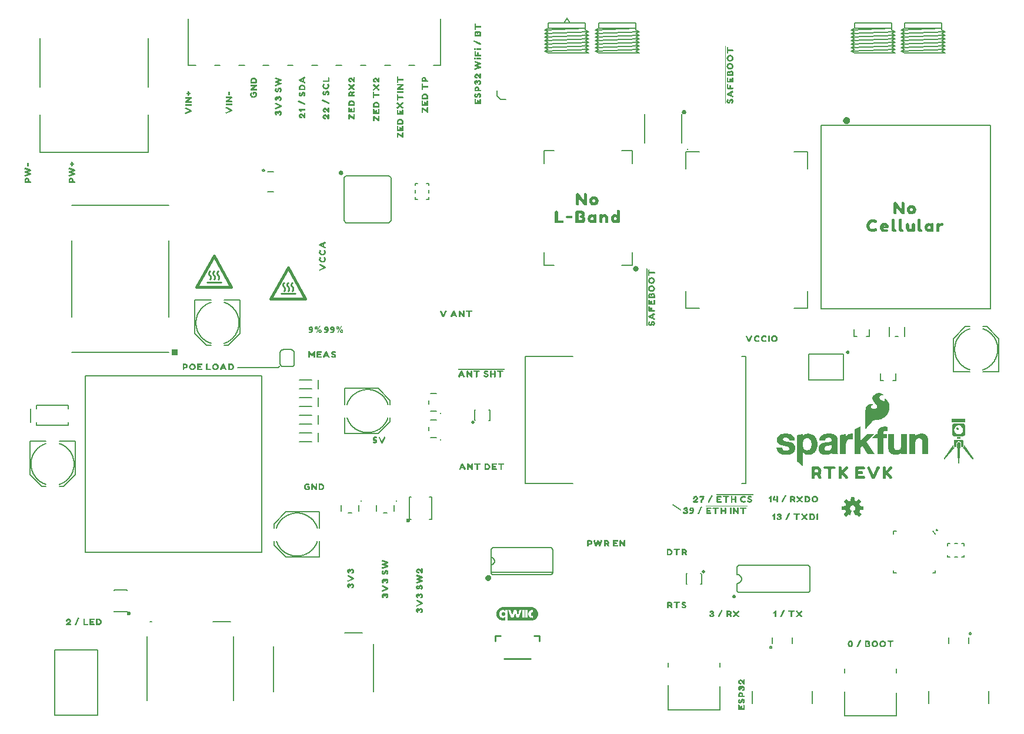
<source format=gto>
G04 EAGLE Gerber RS-274X export*
G75*
%MOMM*%
%FSLAX34Y34*%
%LPD*%
%INSilkscreen Top*%
%IPPOS*%
%AMOC8*
5,1,8,0,0,1.08239X$1,22.5*%
G01*
%ADD10C,0.203200*%
%ADD11C,0.152400*%
%ADD12C,0.508000*%
%ADD13C,0.508000*%
%ADD14C,0.254000*%
%ADD15C,0.254000*%
%ADD16C,0.282838*%
%ADD17C,0.177800*%
%ADD18R,0.889000X0.889000*%
%ADD19C,0.250000*%
%ADD20C,0.400000*%
%ADD21C,0.500000*%
%ADD22C,0.600000*%
%ADD23C,0.812800*%
%ADD24C,0.127000*%
%ADD25C,0.200000*%

G36*
X1260180Y418890D02*
X1260180Y418890D01*
X1260264Y418893D01*
X1260265Y418893D01*
X1260266Y418893D01*
X1260344Y418936D01*
X1260417Y418975D01*
X1260417Y418976D01*
X1260418Y418976D01*
X1260422Y418982D01*
X1260505Y419090D01*
X1260578Y419235D01*
X1260934Y419591D01*
X1260941Y419602D01*
X1260954Y419613D01*
X1261554Y420313D01*
X1261558Y420320D01*
X1261565Y420327D01*
X1262257Y421216D01*
X1263148Y422206D01*
X1263151Y422211D01*
X1263157Y422217D01*
X1264152Y423410D01*
X1265245Y424603D01*
X1266444Y425901D01*
X1267744Y427301D01*
X1267748Y427308D01*
X1267755Y427314D01*
X1268845Y428602D01*
X1269927Y429684D01*
X1270902Y430562D01*
X1271854Y431228D01*
X1272895Y431701D01*
X1273916Y431980D01*
X1277765Y431980D01*
X1277785Y431985D01*
X1277812Y431983D01*
X1280212Y432283D01*
X1280234Y432291D01*
X1280265Y432293D01*
X1282465Y432893D01*
X1282488Y432905D01*
X1282521Y432913D01*
X1284521Y433813D01*
X1284540Y433827D01*
X1284568Y433839D01*
X1286468Y435039D01*
X1286479Y435049D01*
X1286496Y435058D01*
X1288196Y436358D01*
X1288213Y436379D01*
X1288242Y436400D01*
X1289742Y438000D01*
X1289750Y438014D01*
X1289765Y438027D01*
X1291165Y439827D01*
X1291178Y439854D01*
X1291203Y439886D01*
X1293103Y443586D01*
X1293111Y443617D01*
X1293131Y443658D01*
X1294131Y447258D01*
X1294133Y447292D01*
X1294145Y447338D01*
X1294345Y450838D01*
X1294339Y450870D01*
X1294341Y450917D01*
X1293841Y454217D01*
X1293830Y454246D01*
X1293823Y454288D01*
X1292823Y457088D01*
X1292809Y457109D01*
X1292799Y457141D01*
X1291499Y459541D01*
X1291473Y459570D01*
X1291434Y459629D01*
X1289734Y461329D01*
X1289704Y461347D01*
X1289667Y461382D01*
X1288067Y462382D01*
X1288001Y462405D01*
X1287937Y462433D01*
X1287920Y462433D01*
X1287903Y462438D01*
X1287834Y462429D01*
X1287764Y462427D01*
X1287749Y462418D01*
X1287731Y462416D01*
X1287673Y462377D01*
X1287612Y462344D01*
X1287602Y462329D01*
X1287587Y462319D01*
X1287552Y462259D01*
X1287512Y462202D01*
X1287509Y462183D01*
X1287501Y462169D01*
X1287498Y462130D01*
X1287485Y462060D01*
X1287485Y461460D01*
X1287492Y461430D01*
X1287492Y461385D01*
X1287578Y460954D01*
X1287402Y459894D01*
X1287163Y459496D01*
X1286748Y459081D01*
X1286187Y458840D01*
X1285618Y458840D01*
X1284303Y459216D01*
X1283562Y459587D01*
X1282200Y460560D01*
X1281523Y461139D01*
X1281064Y461598D01*
X1280587Y462362D01*
X1280584Y462365D01*
X1280581Y462371D01*
X1280214Y462922D01*
X1280037Y463544D01*
X1279950Y464060D01*
X1280033Y464557D01*
X1280212Y465004D01*
X1280487Y465554D01*
X1280841Y465996D01*
X1281579Y466642D01*
X1281957Y466831D01*
X1282298Y467001D01*
X1283032Y467185D01*
X1283886Y467280D01*
X1285118Y467280D01*
X1285473Y467191D01*
X1285509Y467191D01*
X1285565Y467180D01*
X1285665Y467180D01*
X1285726Y467194D01*
X1285789Y467200D01*
X1285810Y467214D01*
X1285834Y467219D01*
X1285882Y467259D01*
X1285935Y467293D01*
X1285948Y467314D01*
X1285967Y467329D01*
X1285993Y467387D01*
X1286026Y467440D01*
X1286028Y467465D01*
X1286038Y467488D01*
X1286036Y467550D01*
X1286042Y467613D01*
X1286033Y467636D01*
X1286032Y467661D01*
X1286002Y467716D01*
X1285979Y467775D01*
X1285959Y467794D01*
X1285949Y467813D01*
X1285918Y467834D01*
X1285876Y467876D01*
X1285582Y468073D01*
X1284886Y468569D01*
X1284871Y468575D01*
X1284857Y468588D01*
X1283657Y469288D01*
X1283633Y469296D01*
X1283606Y469313D01*
X1282106Y469913D01*
X1282088Y469916D01*
X1282067Y469926D01*
X1280267Y470426D01*
X1280233Y470428D01*
X1280184Y470440D01*
X1278184Y470540D01*
X1278146Y470533D01*
X1278081Y470531D01*
X1275881Y470031D01*
X1275847Y470014D01*
X1275789Y469997D01*
X1273489Y468797D01*
X1273464Y468776D01*
X1273423Y468754D01*
X1271723Y467354D01*
X1271700Y467323D01*
X1271652Y467275D01*
X1270552Y465675D01*
X1270538Y465640D01*
X1270506Y465587D01*
X1269906Y463887D01*
X1269903Y463852D01*
X1269901Y463841D01*
X1269892Y463822D01*
X1269893Y463800D01*
X1269885Y463760D01*
X1269885Y462060D01*
X1269894Y462022D01*
X1269900Y461953D01*
X1270400Y460253D01*
X1270414Y460228D01*
X1270425Y460190D01*
X1271325Y458390D01*
X1271344Y458367D01*
X1271363Y458329D01*
X1272663Y456629D01*
X1272680Y456615D01*
X1272696Y456591D01*
X1274387Y454901D01*
X1275643Y453451D01*
X1276285Y452076D01*
X1276285Y450817D01*
X1275926Y449652D01*
X1275114Y448750D01*
X1274004Y448009D01*
X1272712Y447640D01*
X1271216Y447640D01*
X1270176Y447924D01*
X1269356Y448197D01*
X1268723Y448739D01*
X1268178Y449285D01*
X1267921Y449798D01*
X1267745Y450413D01*
X1267745Y450998D01*
X1267906Y451481D01*
X1268153Y451810D01*
X1268519Y452176D01*
X1268998Y452559D01*
X1269353Y452826D01*
X1269806Y453007D01*
X1269818Y453015D01*
X1269835Y453020D01*
X1270079Y453142D01*
X1270435Y453320D01*
X1270464Y453344D01*
X1270534Y453391D01*
X1270634Y453491D01*
X1270647Y453513D01*
X1270667Y453529D01*
X1270693Y453586D01*
X1270725Y453638D01*
X1270728Y453664D01*
X1270738Y453688D01*
X1270736Y453749D01*
X1270742Y453811D01*
X1270733Y453835D01*
X1270732Y453861D01*
X1270702Y453915D01*
X1270680Y453973D01*
X1270661Y453990D01*
X1270649Y454013D01*
X1270599Y454048D01*
X1270553Y454090D01*
X1270528Y454098D01*
X1270507Y454113D01*
X1270423Y454129D01*
X1270387Y454140D01*
X1270377Y454138D01*
X1270365Y454140D01*
X1270327Y454140D01*
X1270096Y454217D01*
X1269606Y454413D01*
X1269571Y454418D01*
X1269519Y454436D01*
X1268819Y454536D01*
X1268795Y454534D01*
X1268765Y454540D01*
X1266965Y454540D01*
X1266935Y454533D01*
X1266890Y454533D01*
X1265890Y454333D01*
X1265880Y454328D01*
X1265865Y454327D01*
X1264765Y454027D01*
X1264748Y454018D01*
X1264724Y454013D01*
X1263724Y453613D01*
X1263697Y453594D01*
X1263654Y453576D01*
X1262754Y452976D01*
X1262733Y452954D01*
X1262696Y452929D01*
X1261896Y452129D01*
X1261885Y452111D01*
X1261865Y452093D01*
X1261165Y451193D01*
X1261154Y451169D01*
X1261131Y451142D01*
X1260531Y450042D01*
X1260522Y450009D01*
X1260499Y449964D01*
X1260099Y448564D01*
X1260098Y448539D01*
X1260088Y448507D01*
X1259888Y446907D01*
X1259889Y446895D01*
X1259885Y446880D01*
X1259785Y444980D01*
X1259787Y444971D01*
X1259785Y444960D01*
X1259785Y419260D01*
X1259805Y419175D01*
X1259824Y419093D01*
X1259824Y419092D01*
X1259824Y419091D01*
X1259881Y419023D01*
X1259933Y418959D01*
X1259934Y418958D01*
X1260012Y418923D01*
X1260091Y418887D01*
X1260092Y418887D01*
X1260093Y418887D01*
X1260180Y418890D01*
G37*
G36*
X741184Y142739D02*
X741184Y142739D01*
X741206Y142743D01*
X741213Y142758D01*
X741222Y142764D01*
X741221Y142774D01*
X741228Y142790D01*
X741228Y148230D01*
X741224Y148236D01*
X741209Y148274D01*
X741199Y148284D01*
X741192Y148286D01*
X741191Y148287D01*
X741188Y148287D01*
X741171Y148291D01*
X741143Y148302D01*
X741138Y148298D01*
X741133Y148299D01*
X741126Y148290D01*
X741101Y148272D01*
X741031Y148152D01*
X740972Y148054D01*
X740877Y147920D01*
X740692Y147726D01*
X740465Y147538D01*
X740278Y147390D01*
X740063Y147254D01*
X739767Y147086D01*
X739493Y146969D01*
X739128Y146850D01*
X738843Y146782D01*
X738527Y146732D01*
X738171Y146693D01*
X737876Y146693D01*
X737579Y146703D01*
X737223Y146732D01*
X736619Y146831D01*
X736003Y147020D01*
X735997Y147018D01*
X735987Y147029D01*
X735690Y147138D01*
X735376Y147295D01*
X735030Y147512D01*
X734733Y147710D01*
X734438Y147966D01*
X734171Y148242D01*
X733954Y148490D01*
X733777Y148726D01*
X733539Y149103D01*
X733419Y149311D01*
X733407Y149318D01*
X733402Y149324D01*
X733402Y149336D01*
X733272Y149625D01*
X733124Y149963D01*
X733015Y150277D01*
X732906Y150764D01*
X732807Y151202D01*
X732757Y151517D01*
X732718Y152162D01*
X732708Y152421D01*
X732718Y152748D01*
X732706Y152767D01*
X732714Y152780D01*
X732723Y152787D01*
X732722Y152795D01*
X732728Y152805D01*
X732787Y153493D01*
X732827Y153779D01*
X732896Y154097D01*
X732975Y154423D01*
X733104Y154828D01*
X733232Y155135D01*
X733401Y155492D01*
X733589Y155837D01*
X733736Y156053D01*
X733964Y156350D01*
X734279Y156705D01*
X734803Y157130D01*
X735079Y157327D01*
X735435Y157525D01*
X735438Y157531D01*
X735442Y157529D01*
X735445Y157533D01*
X735451Y157533D01*
X735760Y157672D01*
X736104Y157810D01*
X736508Y157909D01*
X737003Y157998D01*
X737419Y158037D01*
X737886Y158057D01*
X738052Y158057D01*
X738359Y158028D01*
X738566Y158008D01*
X738861Y157949D01*
X738991Y157919D01*
X739226Y157860D01*
X739441Y157772D01*
X739728Y157653D01*
X740004Y157506D01*
X740259Y157348D01*
X740555Y157122D01*
X740802Y156895D01*
X741049Y156647D01*
X741128Y156558D01*
X741142Y156555D01*
X741149Y156543D01*
X741172Y156546D01*
X741194Y156540D01*
X741203Y156551D01*
X741216Y156553D01*
X741231Y156584D01*
X741237Y156592D01*
X741236Y156596D01*
X741238Y156600D01*
X741238Y157947D01*
X744832Y157947D01*
X744842Y142820D01*
X744854Y142801D01*
X744858Y142779D01*
X744873Y142772D01*
X744879Y142763D01*
X744889Y142764D01*
X744905Y142757D01*
X752075Y142757D01*
X752085Y142764D01*
X752089Y142764D01*
X752105Y142757D01*
X759546Y142767D01*
X759549Y142763D01*
X759559Y142764D01*
X759575Y142757D01*
X768455Y142757D01*
X768467Y142765D01*
X768469Y142763D01*
X768479Y142764D01*
X768495Y142757D01*
X778585Y142757D01*
X778586Y142758D01*
X778588Y142757D01*
X779488Y142807D01*
X779505Y142820D01*
X779511Y142818D01*
X780681Y142928D01*
X780686Y142931D01*
X780695Y142930D01*
X780874Y142990D01*
X781493Y143170D01*
X782193Y143380D01*
X782195Y143383D01*
X782200Y143382D01*
X782820Y143652D01*
X782821Y143654D01*
X782824Y143654D01*
X783394Y143954D01*
X783394Y143955D01*
X783395Y143955D01*
X784055Y144315D01*
X784057Y144319D01*
X784063Y144320D01*
X784683Y144790D01*
X784683Y144791D01*
X784685Y144792D01*
X785435Y145422D01*
X785436Y145425D01*
X785440Y145426D01*
X785870Y145866D01*
X785870Y145868D01*
X785873Y145870D01*
X786473Y146590D01*
X786474Y146599D01*
X786482Y146604D01*
X786481Y146614D01*
X786515Y146632D01*
X786735Y146922D01*
X786735Y146926D01*
X786739Y146929D01*
X787339Y147979D01*
X787339Y147980D01*
X787341Y147981D01*
X787731Y148731D01*
X787730Y148735D01*
X787734Y148739D01*
X787854Y149079D01*
X787854Y149080D01*
X787855Y149081D01*
X788035Y149661D01*
X788033Y149669D01*
X788035Y149671D01*
X788235Y150311D01*
X788234Y150315D01*
X788237Y150318D01*
X788327Y150788D01*
X788326Y150791D01*
X788327Y150794D01*
X788487Y152344D01*
X788485Y152348D01*
X788488Y152354D01*
X788428Y153224D01*
X788427Y153225D01*
X788427Y153227D01*
X788317Y154237D01*
X788317Y154238D01*
X788317Y154240D01*
X788267Y154560D01*
X788264Y154563D01*
X788265Y154568D01*
X788145Y154958D01*
X788106Y155106D01*
X788096Y155115D01*
X788096Y155118D01*
X788094Y155119D01*
X788093Y155125D01*
X788095Y155139D01*
X787815Y156019D01*
X787813Y156021D01*
X787813Y156024D01*
X787613Y156514D01*
X787611Y156516D01*
X787610Y156520D01*
X787220Y157240D01*
X786910Y157800D01*
X786906Y157802D01*
X786905Y157808D01*
X786665Y158128D01*
X786663Y158129D01*
X786662Y158131D01*
X786658Y158133D01*
X786654Y158149D01*
X785894Y159089D01*
X785892Y159090D01*
X785891Y159091D01*
X785891Y159093D01*
X785511Y159493D01*
X785507Y159494D01*
X785505Y159498D01*
X785105Y159828D01*
X785105Y159829D01*
X784665Y160189D01*
X784336Y160468D01*
X784331Y160468D01*
X784327Y160474D01*
X783897Y160734D01*
X783896Y160734D01*
X783895Y160735D01*
X783055Y161195D01*
X783054Y161195D01*
X783053Y161196D01*
X782403Y161526D01*
X782399Y161525D01*
X782394Y161530D01*
X781864Y161700D01*
X780934Y161990D01*
X780919Y161986D01*
X780917Y161987D01*
X780911Y161997D01*
X780903Y161996D01*
X780892Y162002D01*
X778752Y162252D01*
X778749Y162251D01*
X778745Y162253D01*
X773765Y162253D01*
X773752Y162245D01*
X773751Y162247D01*
X773741Y162246D01*
X773725Y162253D01*
X765274Y162243D01*
X765271Y162247D01*
X765259Y162245D01*
X765249Y162253D01*
X765236Y162248D01*
X765225Y162253D01*
X749215Y162253D01*
X749205Y162246D01*
X749201Y162246D01*
X749185Y162253D01*
X741185Y162253D01*
X741181Y162250D01*
X741175Y162253D01*
X738445Y162253D01*
X738443Y162251D01*
X738440Y162253D01*
X736800Y162123D01*
X736798Y162121D01*
X736795Y162122D01*
X736125Y162012D01*
X736122Y162009D01*
X736117Y162010D01*
X734867Y161640D01*
X734866Y161638D01*
X734863Y161639D01*
X734183Y161379D01*
X734180Y161376D01*
X734175Y161375D01*
X733565Y161045D01*
X733564Y161045D01*
X732905Y160675D01*
X732887Y160666D01*
X732876Y160648D01*
X732868Y160650D01*
X732863Y160644D01*
X732850Y160642D01*
X732500Y160402D01*
X732499Y160399D01*
X732495Y160399D01*
X732005Y159999D01*
X732005Y159998D01*
X732004Y159998D01*
X731724Y159758D01*
X731724Y159757D01*
X731484Y159547D01*
X731483Y159547D01*
X731303Y159387D01*
X731302Y159384D01*
X731298Y159382D01*
X731048Y159102D01*
X731048Y159101D01*
X731047Y159100D01*
X730697Y158680D01*
X730377Y158290D01*
X730376Y158289D01*
X730375Y158288D01*
X730155Y157998D01*
X730155Y157997D01*
X730154Y157996D01*
X729964Y157726D01*
X729964Y157724D01*
X729961Y157722D01*
X729781Y157412D01*
X729781Y157411D01*
X729780Y157410D01*
X729620Y157120D01*
X729620Y157119D01*
X729619Y157119D01*
X729219Y156339D01*
X729220Y156335D01*
X729216Y156331D01*
X728936Y155541D01*
X728936Y155539D01*
X728935Y155538D01*
X728869Y155312D01*
X728864Y155306D01*
X728594Y154306D01*
X728596Y154302D01*
X728593Y154296D01*
X728533Y153686D01*
X728463Y153006D01*
X728462Y153005D01*
X728432Y152605D01*
X728445Y152582D01*
X728446Y152577D01*
X728442Y152569D01*
X728452Y152139D01*
X728454Y152137D01*
X728453Y152134D01*
X728503Y151624D01*
X728503Y151623D01*
X728553Y151153D01*
X728593Y150764D01*
X728595Y150761D01*
X728594Y150757D01*
X728664Y150427D01*
X728665Y150426D01*
X728664Y150424D01*
X728844Y149764D01*
X728846Y149762D01*
X728845Y149760D01*
X729125Y148920D01*
X729127Y148919D01*
X729127Y148916D01*
X729347Y148376D01*
X729350Y148374D01*
X729350Y148370D01*
X729600Y147920D01*
X729870Y147420D01*
X729968Y147242D01*
X729963Y147232D01*
X729968Y147226D01*
X729966Y147218D01*
X729989Y147201D01*
X729991Y147198D01*
X729995Y147182D01*
X730355Y146702D01*
X730356Y146702D01*
X730357Y146700D01*
X730697Y146290D01*
X731317Y145550D01*
X731322Y145548D01*
X731325Y145541D01*
X732485Y144591D01*
X732487Y144591D01*
X732488Y144590D01*
X732718Y144420D01*
X732720Y144419D01*
X732722Y144416D01*
X733182Y144136D01*
X733184Y144136D01*
X733185Y144135D01*
X733595Y143915D01*
X733596Y143915D01*
X733935Y143735D01*
X734324Y143515D01*
X734346Y143517D01*
X734347Y143509D01*
X734359Y143506D01*
X734377Y143490D01*
X736377Y142900D01*
X736382Y142901D01*
X736389Y142898D01*
X738099Y142728D01*
X738101Y142729D01*
X738105Y142727D01*
X741165Y142727D01*
X741184Y142739D01*
G37*
G36*
X1169380Y365392D02*
X1169380Y365392D01*
X1169406Y365393D01*
X1169460Y365423D01*
X1169518Y365445D01*
X1169535Y365464D01*
X1169558Y365476D01*
X1169593Y365527D01*
X1169635Y365572D01*
X1169643Y365597D01*
X1169658Y365618D01*
X1169674Y365702D01*
X1169685Y365738D01*
X1169683Y365748D01*
X1169685Y365760D01*
X1169685Y385201D01*
X1169908Y384922D01*
X1169915Y384917D01*
X1169921Y384907D01*
X1170721Y384007D01*
X1170750Y383987D01*
X1170787Y383949D01*
X1171787Y383249D01*
X1171798Y383244D01*
X1171809Y383234D01*
X1172809Y382634D01*
X1172832Y382627D01*
X1172859Y382609D01*
X1174059Y382109D01*
X1174080Y382105D01*
X1174105Y382093D01*
X1175205Y381793D01*
X1175224Y381792D01*
X1175247Y381784D01*
X1176547Y381584D01*
X1176560Y381585D01*
X1176576Y381581D01*
X1177876Y381481D01*
X1177905Y381485D01*
X1177944Y381482D01*
X1180844Y381782D01*
X1180878Y381794D01*
X1180934Y381802D01*
X1183434Y382702D01*
X1183464Y382722D01*
X1183516Y382744D01*
X1185616Y384144D01*
X1185640Y384169D01*
X1185681Y384199D01*
X1187481Y386099D01*
X1187498Y386128D01*
X1187532Y386167D01*
X1188832Y388367D01*
X1188839Y388389D01*
X1188856Y388414D01*
X1189856Y390814D01*
X1189861Y390842D01*
X1189876Y390878D01*
X1190476Y393578D01*
X1190476Y393602D01*
X1190484Y393633D01*
X1190684Y396433D01*
X1190681Y396456D01*
X1190684Y396485D01*
X1190484Y399485D01*
X1190477Y399508D01*
X1190477Y399540D01*
X1189877Y402340D01*
X1189871Y402353D01*
X1189870Y402365D01*
X1189862Y402379D01*
X1189858Y402401D01*
X1188858Y404901D01*
X1188845Y404920D01*
X1188836Y404947D01*
X1187536Y407247D01*
X1187511Y407274D01*
X1187481Y407322D01*
X1185681Y409222D01*
X1185653Y409240D01*
X1185619Y409274D01*
X1183419Y410774D01*
X1183383Y410788D01*
X1183325Y410821D01*
X1180625Y411721D01*
X1180591Y411724D01*
X1180542Y411738D01*
X1177442Y412038D01*
X1177414Y412035D01*
X1177376Y412039D01*
X1176076Y411939D01*
X1176061Y411935D01*
X1176043Y411935D01*
X1174843Y411735D01*
X1174830Y411730D01*
X1174813Y411729D01*
X1173613Y411429D01*
X1173597Y411421D01*
X1173575Y411417D01*
X1172475Y411017D01*
X1172443Y410997D01*
X1172387Y410972D01*
X1170387Y409572D01*
X1170363Y409545D01*
X1170321Y409513D01*
X1169521Y408613D01*
X1169513Y408598D01*
X1169497Y408584D01*
X1169385Y408429D01*
X1169385Y410860D01*
X1169369Y410928D01*
X1169360Y410997D01*
X1169350Y411011D01*
X1169346Y411029D01*
X1169301Y411082D01*
X1169262Y411140D01*
X1169247Y411149D01*
X1169236Y411162D01*
X1169172Y411191D01*
X1169111Y411225D01*
X1169092Y411227D01*
X1169077Y411233D01*
X1169038Y411232D01*
X1168967Y411238D01*
X1167967Y411138D01*
X1167948Y411132D01*
X1167923Y411131D01*
X1166143Y410736D01*
X1165263Y410638D01*
X1165249Y410633D01*
X1165230Y410633D01*
X1164247Y410436D01*
X1163363Y410338D01*
X1163346Y410332D01*
X1163323Y410331D01*
X1161523Y409931D01*
X1161514Y409927D01*
X1161504Y409927D01*
X1161436Y409890D01*
X1161366Y409856D01*
X1161360Y409849D01*
X1161352Y409844D01*
X1161308Y409781D01*
X1161260Y409719D01*
X1161258Y409710D01*
X1161252Y409702D01*
X1161225Y409560D01*
X1161225Y372660D01*
X1161242Y372586D01*
X1161255Y372511D01*
X1161262Y372501D01*
X1161264Y372491D01*
X1161288Y372462D01*
X1161336Y372391D01*
X1162236Y371491D01*
X1162252Y371481D01*
X1162267Y371463D01*
X1163259Y370670D01*
X1164251Y369777D01*
X1164259Y369773D01*
X1164267Y369763D01*
X1165251Y368976D01*
X1166136Y368091D01*
X1166144Y368086D01*
X1166151Y368077D01*
X1167151Y367177D01*
X1167159Y367173D01*
X1167167Y367163D01*
X1168151Y366376D01*
X1169036Y365491D01*
X1169058Y365478D01*
X1169074Y365458D01*
X1169131Y365432D01*
X1169183Y365400D01*
X1169209Y365397D01*
X1169233Y365387D01*
X1169294Y365389D01*
X1169356Y365383D01*
X1169380Y365392D01*
G37*
G36*
X1202828Y381385D02*
X1202828Y381385D01*
X1202859Y381384D01*
X1203559Y381484D01*
X1203563Y381485D01*
X1203568Y381485D01*
X1204136Y381580D01*
X1204805Y381580D01*
X1204831Y381586D01*
X1204868Y381585D01*
X1205468Y381685D01*
X1205485Y381692D01*
X1205509Y381694D01*
X1206189Y381889D01*
X1206768Y381985D01*
X1206791Y381995D01*
X1206825Y381999D01*
X1207425Y382199D01*
X1207445Y382212D01*
X1207475Y382220D01*
X1208051Y382508D01*
X1208625Y382699D01*
X1208645Y382712D01*
X1208675Y382720D01*
X1209116Y382940D01*
X1209275Y383020D01*
X1209285Y383028D01*
X1209301Y383034D01*
X1209801Y383334D01*
X1209807Y383340D01*
X1209816Y383344D01*
X1210416Y383744D01*
X1210426Y383754D01*
X1210443Y383763D01*
X1211325Y384469D01*
X1211325Y384260D01*
X1211328Y384245D01*
X1211326Y384230D01*
X1211363Y384098D01*
X1211364Y384091D01*
X1211365Y384091D01*
X1211365Y384090D01*
X1211425Y383970D01*
X1211425Y383760D01*
X1211428Y383745D01*
X1211426Y383730D01*
X1211463Y383598D01*
X1211464Y383591D01*
X1211465Y383591D01*
X1211465Y383590D01*
X1211525Y383470D01*
X1211525Y383360D01*
X1211542Y383286D01*
X1211555Y383211D01*
X1211562Y383201D01*
X1211564Y383191D01*
X1211588Y383162D01*
X1211625Y383108D01*
X1211625Y383060D01*
X1211628Y383045D01*
X1211626Y383030D01*
X1211663Y382898D01*
X1211664Y382891D01*
X1211665Y382891D01*
X1211665Y382890D01*
X1211765Y382690D01*
X1211789Y382661D01*
X1211825Y382608D01*
X1211825Y382560D01*
X1211836Y382510D01*
X1211838Y382459D01*
X1211856Y382427D01*
X1211864Y382391D01*
X1211897Y382352D01*
X1211921Y382307D01*
X1211951Y382286D01*
X1211974Y382258D01*
X1212021Y382237D01*
X1212063Y382207D01*
X1212105Y382199D01*
X1212133Y382187D01*
X1212163Y382188D01*
X1212205Y382180D01*
X1220105Y382180D01*
X1220155Y382192D01*
X1220207Y382194D01*
X1220239Y382211D01*
X1220274Y382219D01*
X1220314Y382252D01*
X1220359Y382277D01*
X1220380Y382307D01*
X1220407Y382329D01*
X1220429Y382377D01*
X1220458Y382419D01*
X1220464Y382455D01*
X1220478Y382488D01*
X1220476Y382539D01*
X1220484Y382590D01*
X1220473Y382631D01*
X1220472Y382661D01*
X1220457Y382688D01*
X1220445Y382730D01*
X1220345Y382930D01*
X1220332Y382946D01*
X1220321Y382971D01*
X1220150Y383229D01*
X1219970Y383766D01*
X1219885Y384107D01*
X1219885Y384360D01*
X1219877Y384396D01*
X1219874Y384452D01*
X1219685Y385207D01*
X1219685Y385560D01*
X1219678Y385590D01*
X1219678Y385635D01*
X1219585Y386098D01*
X1219585Y386460D01*
X1219578Y386490D01*
X1219578Y386535D01*
X1219485Y386998D01*
X1219485Y403560D01*
X1219482Y403574D01*
X1219484Y403592D01*
X1219384Y404792D01*
X1219379Y404807D01*
X1219379Y404828D01*
X1219179Y405928D01*
X1219166Y405957D01*
X1219158Y406001D01*
X1218758Y407001D01*
X1218750Y407013D01*
X1218745Y407030D01*
X1218345Y407830D01*
X1218327Y407852D01*
X1218309Y407888D01*
X1217709Y408688D01*
X1217683Y408710D01*
X1217652Y408749D01*
X1216952Y409349D01*
X1216942Y409354D01*
X1216933Y409364D01*
X1216133Y409964D01*
X1216112Y409973D01*
X1216090Y409992D01*
X1215190Y410492D01*
X1215175Y410497D01*
X1215159Y410507D01*
X1214259Y410907D01*
X1214239Y410911D01*
X1214214Y410924D01*
X1213214Y411224D01*
X1213198Y411225D01*
X1213180Y411233D01*
X1212180Y411433D01*
X1212177Y411433D01*
X1212173Y411434D01*
X1209973Y411834D01*
X1209958Y411833D01*
X1209939Y411839D01*
X1208839Y411939D01*
X1208824Y411937D01*
X1208805Y411940D01*
X1204305Y411940D01*
X1204279Y411934D01*
X1204243Y411935D01*
X1203043Y411735D01*
X1203040Y411734D01*
X1203037Y411734D01*
X1201937Y411534D01*
X1201923Y411528D01*
X1201905Y411527D01*
X1199705Y410927D01*
X1199688Y410918D01*
X1199664Y410913D01*
X1198664Y410513D01*
X1198642Y410498D01*
X1198609Y410486D01*
X1197615Y409889D01*
X1196720Y409392D01*
X1196696Y409370D01*
X1196655Y409346D01*
X1195855Y408646D01*
X1195842Y408628D01*
X1195819Y408610D01*
X1195119Y407810D01*
X1195109Y407791D01*
X1195089Y407771D01*
X1193889Y405971D01*
X1193876Y405937D01*
X1193848Y405890D01*
X1193448Y404790D01*
X1193444Y404761D01*
X1193430Y404723D01*
X1193230Y403523D01*
X1193230Y403520D01*
X1193229Y403518D01*
X1193029Y402218D01*
X1193035Y402139D01*
X1193038Y402059D01*
X1193042Y402053D01*
X1193043Y402045D01*
X1193083Y401977D01*
X1193121Y401907D01*
X1193127Y401903D01*
X1193131Y401896D01*
X1193198Y401853D01*
X1193263Y401807D01*
X1193271Y401806D01*
X1193277Y401802D01*
X1193310Y401798D01*
X1193405Y401780D01*
X1201205Y401780D01*
X1201255Y401791D01*
X1201306Y401793D01*
X1201338Y401811D01*
X1201374Y401819D01*
X1201413Y401852D01*
X1201458Y401876D01*
X1201479Y401906D01*
X1201507Y401929D01*
X1201528Y401976D01*
X1201558Y402018D01*
X1201566Y402060D01*
X1201578Y402088D01*
X1201577Y402118D01*
X1201585Y402160D01*
X1201585Y402722D01*
X1201668Y403136D01*
X1201845Y403490D01*
X1201848Y403504D01*
X1201858Y403519D01*
X1202052Y404004D01*
X1202235Y404369D01*
X1202401Y404618D01*
X1202947Y405165D01*
X1203196Y405331D01*
X1203285Y405375D01*
X1203929Y405697D01*
X1204380Y405787D01*
X1204387Y405791D01*
X1204397Y405791D01*
X1204788Y405889D01*
X1205743Y406080D01*
X1207267Y406080D01*
X1207730Y405987D01*
X1207762Y405988D01*
X1207805Y405980D01*
X1208167Y405980D01*
X1208622Y405889D01*
X1208972Y405801D01*
X1209314Y405631D01*
X1209594Y405444D01*
X1209614Y405436D01*
X1209635Y405420D01*
X1209980Y405248D01*
X1210210Y405018D01*
X1210567Y404482D01*
X1210742Y404043D01*
X1210833Y403682D01*
X1210925Y403129D01*
X1210925Y402677D01*
X1210836Y401702D01*
X1210349Y401053D01*
X1209551Y400610D01*
X1208392Y400223D01*
X1207027Y399833D01*
X1205559Y399637D01*
X1203862Y399438D01*
X1202063Y399238D01*
X1202062Y399238D01*
X1202061Y399238D01*
X1202060Y399237D01*
X1202058Y399237D01*
X1202051Y399235D01*
X1202043Y399235D01*
X1200243Y398935D01*
X1200232Y398931D01*
X1200218Y398930D01*
X1198518Y398530D01*
X1198499Y398521D01*
X1198472Y398516D01*
X1196872Y397916D01*
X1196847Y397900D01*
X1196809Y397886D01*
X1195309Y396986D01*
X1195291Y396968D01*
X1195262Y396952D01*
X1194062Y395952D01*
X1194038Y395921D01*
X1193985Y395866D01*
X1193085Y394466D01*
X1193073Y394431D01*
X1193044Y394380D01*
X1192444Y392580D01*
X1192442Y392550D01*
X1192428Y392511D01*
X1192128Y390311D01*
X1192132Y390277D01*
X1192126Y390226D01*
X1192226Y389126D01*
X1192227Y389122D01*
X1192227Y389118D01*
X1192327Y388218D01*
X1192338Y388187D01*
X1192344Y388140D01*
X1192944Y386340D01*
X1192961Y386313D01*
X1192975Y386271D01*
X1193775Y384871D01*
X1193795Y384849D01*
X1193816Y384813D01*
X1194416Y384113D01*
X1194438Y384096D01*
X1194462Y384068D01*
X1195062Y383568D01*
X1195073Y383562D01*
X1195084Y383551D01*
X1195784Y383051D01*
X1195800Y383044D01*
X1195816Y383030D01*
X1196516Y382630D01*
X1196526Y382627D01*
X1196535Y382620D01*
X1197335Y382220D01*
X1197358Y382214D01*
X1197385Y382199D01*
X1198285Y381899D01*
X1198302Y381898D01*
X1198323Y381889D01*
X1200123Y381489D01*
X1200142Y381489D01*
X1200167Y381482D01*
X1201167Y381382D01*
X1201184Y381384D01*
X1201205Y381380D01*
X1202805Y381380D01*
X1202828Y381385D01*
G37*
G36*
X1252555Y382291D02*
X1252555Y382291D01*
X1252606Y382293D01*
X1252638Y382311D01*
X1252674Y382319D01*
X1252713Y382352D01*
X1252758Y382376D01*
X1252779Y382406D01*
X1252807Y382429D01*
X1252828Y382476D01*
X1252858Y382518D01*
X1252866Y382560D01*
X1252878Y382588D01*
X1252877Y382618D01*
X1252885Y382660D01*
X1252885Y392199D01*
X1255428Y394657D01*
X1262881Y382462D01*
X1262905Y382437D01*
X1262921Y382407D01*
X1262965Y382376D01*
X1263002Y382338D01*
X1263035Y382327D01*
X1263063Y382307D01*
X1263129Y382295D01*
X1263166Y382282D01*
X1263183Y382284D01*
X1263205Y382280D01*
X1272605Y382280D01*
X1272677Y382297D01*
X1272751Y382309D01*
X1272761Y382316D01*
X1272774Y382319D01*
X1272831Y382367D01*
X1272892Y382410D01*
X1272898Y382421D01*
X1272907Y382429D01*
X1272938Y382497D01*
X1272973Y382563D01*
X1272973Y382576D01*
X1272978Y382588D01*
X1272975Y382662D01*
X1272978Y382736D01*
X1272972Y382749D01*
X1272972Y382761D01*
X1272953Y382794D01*
X1272922Y382870D01*
X1261296Y400407D01*
X1271770Y410587D01*
X1271785Y410611D01*
X1271807Y410629D01*
X1271832Y410683D01*
X1271864Y410733D01*
X1271867Y410762D01*
X1271878Y410788D01*
X1271876Y410847D01*
X1271883Y410905D01*
X1271873Y410932D01*
X1271872Y410961D01*
X1271843Y411013D01*
X1271823Y411068D01*
X1271803Y411088D01*
X1271789Y411113D01*
X1271741Y411147D01*
X1271698Y411188D01*
X1271670Y411196D01*
X1271647Y411213D01*
X1271569Y411228D01*
X1271532Y411239D01*
X1271520Y411237D01*
X1271505Y411240D01*
X1262305Y411240D01*
X1262228Y411222D01*
X1262151Y411208D01*
X1262144Y411202D01*
X1262136Y411201D01*
X1262110Y411179D01*
X1262032Y411125D01*
X1252885Y401698D01*
X1252885Y421660D01*
X1252872Y421718D01*
X1252867Y421777D01*
X1252852Y421801D01*
X1252846Y421829D01*
X1252808Y421875D01*
X1252778Y421925D01*
X1252754Y421940D01*
X1252736Y421962D01*
X1252681Y421987D01*
X1252632Y422019D01*
X1252603Y422022D01*
X1252577Y422033D01*
X1252518Y422031D01*
X1252459Y422038D01*
X1252429Y422028D01*
X1252404Y422027D01*
X1252373Y422010D01*
X1252321Y421993D01*
X1244521Y417693D01*
X1244490Y417664D01*
X1244452Y417644D01*
X1244426Y417607D01*
X1244393Y417577D01*
X1244377Y417537D01*
X1244352Y417502D01*
X1244342Y417449D01*
X1244329Y417416D01*
X1244331Y417392D01*
X1244325Y417360D01*
X1244325Y382660D01*
X1244336Y382610D01*
X1244338Y382559D01*
X1244356Y382527D01*
X1244364Y382491D01*
X1244397Y382452D01*
X1244421Y382407D01*
X1244451Y382386D01*
X1244474Y382358D01*
X1244521Y382337D01*
X1244563Y382307D01*
X1244605Y382299D01*
X1244633Y382287D01*
X1244663Y382288D01*
X1244705Y382280D01*
X1252505Y382280D01*
X1252555Y382291D01*
G37*
G36*
X1331255Y382291D02*
X1331255Y382291D01*
X1331306Y382293D01*
X1331338Y382311D01*
X1331374Y382319D01*
X1331413Y382352D01*
X1331458Y382376D01*
X1331479Y382406D01*
X1331507Y382429D01*
X1331528Y382476D01*
X1331558Y382518D01*
X1331566Y382560D01*
X1331578Y382588D01*
X1331577Y382618D01*
X1331585Y382660D01*
X1331585Y397450D01*
X1331684Y399428D01*
X1331878Y401073D01*
X1332353Y402404D01*
X1332913Y403430D01*
X1333635Y404152D01*
X1334657Y404710D01*
X1335779Y405084D01*
X1337203Y405179D01*
X1338418Y405085D01*
X1339341Y404716D01*
X1340162Y404260D01*
X1340792Y403540D01*
X1341248Y402719D01*
X1341531Y401587D01*
X1341726Y400222D01*
X1341825Y398549D01*
X1341825Y382660D01*
X1341836Y382610D01*
X1341838Y382559D01*
X1341856Y382527D01*
X1341864Y382491D01*
X1341897Y382452D01*
X1341921Y382407D01*
X1341951Y382386D01*
X1341974Y382358D01*
X1342021Y382337D01*
X1342063Y382307D01*
X1342105Y382299D01*
X1342133Y382287D01*
X1342163Y382288D01*
X1342205Y382280D01*
X1349905Y382280D01*
X1349955Y382291D01*
X1350006Y382293D01*
X1350038Y382311D01*
X1350074Y382319D01*
X1350113Y382352D01*
X1350158Y382376D01*
X1350179Y382406D01*
X1350207Y382429D01*
X1350228Y382476D01*
X1350258Y382518D01*
X1350266Y382560D01*
X1350278Y382588D01*
X1350277Y382618D01*
X1350285Y382660D01*
X1350285Y400060D01*
X1350284Y400067D01*
X1350285Y400075D01*
X1350185Y402575D01*
X1350181Y402591D01*
X1350182Y402611D01*
X1349882Y404811D01*
X1349873Y404835D01*
X1349869Y404869D01*
X1349269Y406869D01*
X1349251Y406901D01*
X1349233Y406953D01*
X1348233Y408653D01*
X1348207Y408680D01*
X1348174Y408729D01*
X1346774Y410129D01*
X1346741Y410149D01*
X1346690Y410192D01*
X1344890Y411192D01*
X1344854Y411203D01*
X1344801Y411228D01*
X1342501Y411828D01*
X1342471Y411829D01*
X1342432Y411839D01*
X1339632Y412039D01*
X1339607Y412035D01*
X1339573Y412039D01*
X1338373Y411939D01*
X1338360Y411935D01*
X1338343Y411935D01*
X1337143Y411735D01*
X1337130Y411730D01*
X1337113Y411729D01*
X1335913Y411429D01*
X1335891Y411418D01*
X1335859Y411411D01*
X1334659Y410911D01*
X1334636Y410895D01*
X1334601Y410881D01*
X1333501Y410181D01*
X1333488Y410168D01*
X1333467Y410157D01*
X1332467Y409357D01*
X1332451Y409336D01*
X1332422Y409314D01*
X1331522Y408314D01*
X1331514Y408299D01*
X1331497Y408284D01*
X1331285Y407992D01*
X1331285Y410860D01*
X1331274Y410910D01*
X1331272Y410961D01*
X1331254Y410993D01*
X1331246Y411029D01*
X1331213Y411068D01*
X1331189Y411113D01*
X1331159Y411134D01*
X1331136Y411162D01*
X1331089Y411183D01*
X1331047Y411213D01*
X1331005Y411221D01*
X1330977Y411233D01*
X1330947Y411232D01*
X1330905Y411240D01*
X1323505Y411240D01*
X1323461Y411230D01*
X1323415Y411229D01*
X1323377Y411210D01*
X1323336Y411201D01*
X1323301Y411172D01*
X1323260Y411151D01*
X1323235Y411117D01*
X1323203Y411091D01*
X1323184Y411049D01*
X1323157Y411012D01*
X1323146Y410964D01*
X1323132Y410932D01*
X1323133Y410906D01*
X1323125Y410871D01*
X1323025Y407371D01*
X1323026Y407366D01*
X1323025Y407360D01*
X1323025Y382660D01*
X1323036Y382610D01*
X1323038Y382559D01*
X1323056Y382527D01*
X1323064Y382491D01*
X1323097Y382452D01*
X1323121Y382407D01*
X1323151Y382386D01*
X1323174Y382358D01*
X1323221Y382337D01*
X1323263Y382307D01*
X1323305Y382299D01*
X1323333Y382287D01*
X1323363Y382288D01*
X1323405Y382280D01*
X1331205Y382280D01*
X1331255Y382291D01*
G37*
G36*
X1303103Y381485D02*
X1303103Y381485D01*
X1303137Y381481D01*
X1304337Y381581D01*
X1304350Y381585D01*
X1304368Y381585D01*
X1305568Y381785D01*
X1305580Y381790D01*
X1305597Y381791D01*
X1306797Y382091D01*
X1306819Y382102D01*
X1306851Y382109D01*
X1308051Y382609D01*
X1308074Y382625D01*
X1308109Y382639D01*
X1309209Y383339D01*
X1309222Y383352D01*
X1309243Y383363D01*
X1310243Y384163D01*
X1310259Y384184D01*
X1310288Y384206D01*
X1311188Y385206D01*
X1311196Y385221D01*
X1311213Y385236D01*
X1311425Y385528D01*
X1311425Y382660D01*
X1311436Y382610D01*
X1311438Y382559D01*
X1311456Y382527D01*
X1311464Y382491D01*
X1311497Y382452D01*
X1311521Y382407D01*
X1311551Y382386D01*
X1311574Y382358D01*
X1311621Y382337D01*
X1311663Y382307D01*
X1311705Y382299D01*
X1311733Y382287D01*
X1311763Y382288D01*
X1311805Y382280D01*
X1319205Y382280D01*
X1319250Y382290D01*
X1319295Y382291D01*
X1319333Y382310D01*
X1319374Y382319D01*
X1319409Y382348D01*
X1319450Y382369D01*
X1319475Y382403D01*
X1319507Y382429D01*
X1319526Y382471D01*
X1319553Y382508D01*
X1319564Y382556D01*
X1319578Y382588D01*
X1319577Y382614D01*
X1319585Y382649D01*
X1319685Y386149D01*
X1319684Y386154D01*
X1319685Y386160D01*
X1319685Y410860D01*
X1319674Y410910D01*
X1319672Y410961D01*
X1319654Y410993D01*
X1319646Y411029D01*
X1319613Y411068D01*
X1319589Y411113D01*
X1319559Y411134D01*
X1319536Y411162D01*
X1319489Y411183D01*
X1319447Y411213D01*
X1319405Y411221D01*
X1319377Y411233D01*
X1319347Y411232D01*
X1319305Y411240D01*
X1311505Y411240D01*
X1311455Y411229D01*
X1311404Y411227D01*
X1311372Y411209D01*
X1311336Y411201D01*
X1311297Y411168D01*
X1311252Y411144D01*
X1311231Y411114D01*
X1311203Y411091D01*
X1311182Y411044D01*
X1311152Y411002D01*
X1311144Y410960D01*
X1311132Y410932D01*
X1311133Y410902D01*
X1311125Y410860D01*
X1311125Y396070D01*
X1311026Y394092D01*
X1310832Y392447D01*
X1310357Y391116D01*
X1309797Y390090D01*
X1309075Y389368D01*
X1308053Y388810D01*
X1306931Y388436D01*
X1305507Y388341D01*
X1304275Y388436D01*
X1303369Y388708D01*
X1302547Y389256D01*
X1301918Y389885D01*
X1301464Y390793D01*
X1301179Y391933D01*
X1300984Y393298D01*
X1300885Y394971D01*
X1300885Y410860D01*
X1300874Y410910D01*
X1300872Y410961D01*
X1300854Y410993D01*
X1300846Y411029D01*
X1300813Y411068D01*
X1300789Y411113D01*
X1300759Y411134D01*
X1300736Y411162D01*
X1300689Y411183D01*
X1300647Y411213D01*
X1300605Y411221D01*
X1300577Y411233D01*
X1300547Y411232D01*
X1300505Y411240D01*
X1292805Y411240D01*
X1292755Y411229D01*
X1292704Y411227D01*
X1292672Y411209D01*
X1292636Y411201D01*
X1292597Y411168D01*
X1292552Y411144D01*
X1292531Y411114D01*
X1292503Y411091D01*
X1292482Y411044D01*
X1292452Y411002D01*
X1292444Y410960D01*
X1292432Y410932D01*
X1292433Y410902D01*
X1292425Y410860D01*
X1292425Y393460D01*
X1292426Y393453D01*
X1292425Y393445D01*
X1292525Y390945D01*
X1292529Y390929D01*
X1292528Y390909D01*
X1292828Y388709D01*
X1292837Y388685D01*
X1292841Y388651D01*
X1293441Y386651D01*
X1293459Y386619D01*
X1293477Y386567D01*
X1294477Y384867D01*
X1294503Y384840D01*
X1294536Y384791D01*
X1295936Y383391D01*
X1295969Y383371D01*
X1296020Y383328D01*
X1297820Y382328D01*
X1297856Y382317D01*
X1297909Y382292D01*
X1300209Y381692D01*
X1300239Y381691D01*
X1300278Y381681D01*
X1303078Y381481D01*
X1303103Y381485D01*
G37*
G36*
X1145504Y381583D02*
X1145504Y381583D01*
X1145521Y381580D01*
X1147921Y381680D01*
X1147942Y381686D01*
X1147970Y381685D01*
X1150270Y382085D01*
X1150285Y382092D01*
X1150305Y382093D01*
X1152505Y382693D01*
X1152535Y382709D01*
X1152582Y382724D01*
X1154482Y383724D01*
X1154503Y383741D01*
X1154536Y383758D01*
X1156236Y385058D01*
X1156260Y385087D01*
X1156307Y385129D01*
X1156324Y385152D01*
X1156615Y385532D01*
X1156906Y385912D01*
X1157197Y386292D01*
X1157197Y386293D01*
X1157487Y386673D01*
X1157488Y386673D01*
X1157607Y386829D01*
X1157623Y386865D01*
X1157660Y386925D01*
X1158460Y389025D01*
X1158465Y389061D01*
X1158483Y389116D01*
X1158783Y391716D01*
X1158779Y391751D01*
X1158783Y391802D01*
X1158583Y393602D01*
X1158570Y393638D01*
X1158558Y393701D01*
X1157958Y395201D01*
X1157939Y395228D01*
X1157921Y395271D01*
X1157121Y396471D01*
X1157093Y396498D01*
X1157048Y396552D01*
X1155848Y397552D01*
X1155835Y397559D01*
X1155821Y397573D01*
X1154521Y398473D01*
X1154487Y398486D01*
X1154439Y398516D01*
X1152839Y399116D01*
X1152829Y399117D01*
X1152818Y399123D01*
X1151218Y399623D01*
X1151206Y399624D01*
X1151192Y399630D01*
X1149494Y400030D01*
X1147897Y400429D01*
X1147887Y400429D01*
X1147875Y400434D01*
X1146289Y400731D01*
X1144810Y401126D01*
X1143540Y401516D01*
X1142490Y401993D01*
X1141660Y402547D01*
X1141156Y403135D01*
X1140990Y403878D01*
X1141074Y404548D01*
X1141318Y405035D01*
X1141730Y405448D01*
X1141985Y405575D01*
X1142265Y405715D01*
X1142909Y405991D01*
X1143532Y406080D01*
X1145984Y406080D01*
X1146823Y405987D01*
X1147659Y405708D01*
X1148395Y405340D01*
X1148935Y404890D01*
X1149379Y404357D01*
X1149740Y403544D01*
X1149932Y402585D01*
X1149938Y402573D01*
X1149938Y402559D01*
X1149974Y402495D01*
X1150004Y402428D01*
X1150015Y402419D01*
X1150021Y402407D01*
X1150081Y402365D01*
X1150138Y402318D01*
X1150152Y402315D01*
X1150163Y402307D01*
X1150305Y402280D01*
X1157605Y402280D01*
X1157685Y402298D01*
X1157765Y402315D01*
X1157769Y402318D01*
X1157774Y402319D01*
X1157837Y402372D01*
X1157901Y402422D01*
X1157903Y402426D01*
X1157907Y402429D01*
X1157941Y402504D01*
X1157976Y402578D01*
X1157976Y402583D01*
X1157978Y402588D01*
X1157977Y402615D01*
X1157980Y402723D01*
X1157580Y405123D01*
X1157565Y405158D01*
X1157549Y405223D01*
X1156649Y407123D01*
X1156626Y407151D01*
X1156600Y407200D01*
X1155300Y408800D01*
X1155274Y408820D01*
X1155271Y408824D01*
X1155267Y408830D01*
X1155262Y408834D01*
X1155243Y408857D01*
X1153743Y410057D01*
X1153711Y410072D01*
X1153668Y410104D01*
X1151768Y411004D01*
X1151743Y411009D01*
X1151714Y411024D01*
X1149714Y411624D01*
X1149689Y411626D01*
X1149656Y411637D01*
X1147456Y411937D01*
X1147441Y411935D01*
X1147422Y411940D01*
X1145222Y412040D01*
X1145207Y412037D01*
X1145188Y412040D01*
X1142888Y411940D01*
X1142873Y411936D01*
X1142854Y411937D01*
X1140654Y411637D01*
X1140638Y411631D01*
X1140617Y411630D01*
X1138517Y411130D01*
X1138488Y411115D01*
X1138442Y411104D01*
X1136542Y410204D01*
X1136517Y410184D01*
X1136477Y410164D01*
X1134877Y408964D01*
X1134852Y408934D01*
X1134801Y408888D01*
X1133601Y407288D01*
X1133586Y407253D01*
X1133552Y407201D01*
X1132752Y405201D01*
X1132746Y405162D01*
X1132726Y405090D01*
X1132526Y402590D01*
X1132531Y402559D01*
X1132527Y402516D01*
X1132727Y400816D01*
X1132739Y400783D01*
X1132747Y400732D01*
X1133247Y399332D01*
X1133268Y399299D01*
X1133301Y399232D01*
X1134201Y398032D01*
X1134229Y398009D01*
X1134264Y397966D01*
X1135364Y397066D01*
X1135389Y397054D01*
X1135416Y397030D01*
X1136816Y396230D01*
X1136838Y396223D01*
X1136864Y396207D01*
X1138364Y395607D01*
X1138377Y395605D01*
X1138392Y395597D01*
X1139992Y395097D01*
X1140004Y395096D01*
X1140018Y395090D01*
X1141718Y394690D01*
X1141724Y394690D01*
X1141730Y394687D01*
X1143724Y394288D01*
X1145401Y393894D01*
X1146885Y393399D01*
X1146889Y393399D01*
X1146893Y393397D01*
X1148149Y393010D01*
X1149082Y392451D01*
X1149722Y391901D01*
X1150140Y391317D01*
X1150222Y390657D01*
X1150135Y389869D01*
X1149785Y389170D01*
X1149344Y388641D01*
X1148708Y388187D01*
X1148344Y388005D01*
X1147972Y387819D01*
X1147217Y387630D01*
X1146363Y387440D01*
X1145522Y387440D01*
X1144456Y387537D01*
X1143394Y387730D01*
X1142454Y388012D01*
X1141636Y388467D01*
X1140993Y389110D01*
X1140439Y389848D01*
X1140079Y390750D01*
X1139984Y391794D01*
X1139973Y391827D01*
X1139972Y391861D01*
X1139946Y391908D01*
X1139929Y391959D01*
X1139905Y391983D01*
X1139889Y392013D01*
X1139845Y392044D01*
X1139807Y392082D01*
X1139775Y392093D01*
X1139747Y392113D01*
X1139680Y392126D01*
X1139643Y392138D01*
X1139626Y392136D01*
X1139605Y392140D01*
X1132205Y392140D01*
X1132126Y392122D01*
X1132048Y392106D01*
X1132043Y392102D01*
X1132036Y392101D01*
X1131974Y392049D01*
X1131910Y392000D01*
X1131908Y391995D01*
X1131903Y391991D01*
X1131870Y391917D01*
X1131834Y391845D01*
X1131834Y391838D01*
X1131832Y391832D01*
X1131833Y391802D01*
X1131830Y391700D01*
X1132230Y389200D01*
X1132243Y389166D01*
X1132256Y389110D01*
X1133156Y387010D01*
X1133177Y386981D01*
X1133203Y386929D01*
X1134503Y385229D01*
X1134530Y385207D01*
X1134563Y385166D01*
X1136263Y383766D01*
X1136294Y383751D01*
X1136335Y383720D01*
X1138335Y382720D01*
X1138365Y382713D01*
X1138405Y382693D01*
X1140605Y382093D01*
X1140621Y382093D01*
X1140640Y382085D01*
X1142940Y381685D01*
X1142962Y381687D01*
X1142990Y381680D01*
X1145490Y381580D01*
X1145504Y381583D01*
G37*
G36*
X1250745Y292246D02*
X1250745Y292246D01*
X1250853Y292256D01*
X1250866Y292262D01*
X1250880Y292264D01*
X1250977Y292312D01*
X1251076Y292357D01*
X1251089Y292368D01*
X1251098Y292372D01*
X1251113Y292388D01*
X1251190Y292450D01*
X1253775Y295035D01*
X1253838Y295124D01*
X1253904Y295209D01*
X1253909Y295222D01*
X1253917Y295234D01*
X1253948Y295337D01*
X1253984Y295440D01*
X1253984Y295454D01*
X1253988Y295467D01*
X1253984Y295575D01*
X1253985Y295684D01*
X1253980Y295697D01*
X1253980Y295711D01*
X1253942Y295813D01*
X1253907Y295915D01*
X1253898Y295930D01*
X1253894Y295939D01*
X1253880Y295956D01*
X1253826Y296038D01*
X1251062Y299428D01*
X1251619Y300510D01*
X1251625Y300530D01*
X1251667Y300625D01*
X1252038Y301784D01*
X1256389Y302227D01*
X1256493Y302255D01*
X1256599Y302280D01*
X1256611Y302287D01*
X1256624Y302290D01*
X1256714Y302351D01*
X1256807Y302408D01*
X1256815Y302419D01*
X1256827Y302427D01*
X1256893Y302513D01*
X1256962Y302597D01*
X1256966Y302610D01*
X1256975Y302621D01*
X1257009Y302724D01*
X1257048Y302825D01*
X1257049Y302843D01*
X1257053Y302852D01*
X1257053Y302874D01*
X1257062Y302972D01*
X1257062Y306628D01*
X1257045Y306735D01*
X1257031Y306843D01*
X1257025Y306855D01*
X1257023Y306869D01*
X1256971Y306965D01*
X1256924Y307062D01*
X1256914Y307072D01*
X1256908Y307084D01*
X1256828Y307158D01*
X1256752Y307235D01*
X1256740Y307241D01*
X1256730Y307251D01*
X1256631Y307296D01*
X1256534Y307344D01*
X1256516Y307348D01*
X1256507Y307352D01*
X1256486Y307354D01*
X1256389Y307373D01*
X1252038Y307816D01*
X1251667Y308975D01*
X1251658Y308992D01*
X1251656Y309000D01*
X1251652Y309007D01*
X1251619Y309090D01*
X1251062Y310172D01*
X1253826Y313562D01*
X1253880Y313656D01*
X1253937Y313748D01*
X1253940Y313761D01*
X1253947Y313773D01*
X1253968Y313880D01*
X1253993Y313985D01*
X1253991Y313999D01*
X1253994Y314013D01*
X1253979Y314120D01*
X1253969Y314228D01*
X1253963Y314241D01*
X1253961Y314255D01*
X1253913Y314352D01*
X1253868Y314451D01*
X1253857Y314464D01*
X1253853Y314473D01*
X1253837Y314488D01*
X1253775Y314565D01*
X1251190Y317150D01*
X1251101Y317213D01*
X1251016Y317279D01*
X1251003Y317284D01*
X1250991Y317292D01*
X1250888Y317323D01*
X1250785Y317359D01*
X1250771Y317359D01*
X1250758Y317363D01*
X1250650Y317359D01*
X1250541Y317360D01*
X1250528Y317355D01*
X1250514Y317355D01*
X1250412Y317317D01*
X1250310Y317282D01*
X1250295Y317273D01*
X1250286Y317269D01*
X1250269Y317255D01*
X1250187Y317201D01*
X1246797Y314437D01*
X1245715Y314994D01*
X1245695Y315000D01*
X1245600Y315042D01*
X1244441Y315413D01*
X1243998Y319764D01*
X1243970Y319868D01*
X1243945Y319974D01*
X1243938Y319986D01*
X1243935Y319999D01*
X1243874Y320089D01*
X1243817Y320182D01*
X1243806Y320190D01*
X1243798Y320202D01*
X1243712Y320268D01*
X1243628Y320337D01*
X1243615Y320341D01*
X1243604Y320350D01*
X1243501Y320384D01*
X1243400Y320423D01*
X1243382Y320424D01*
X1243373Y320428D01*
X1243351Y320428D01*
X1243253Y320437D01*
X1239597Y320437D01*
X1239490Y320420D01*
X1239382Y320406D01*
X1239370Y320400D01*
X1239356Y320398D01*
X1239260Y320346D01*
X1239163Y320299D01*
X1239153Y320289D01*
X1239141Y320283D01*
X1239067Y320203D01*
X1238990Y320127D01*
X1238984Y320115D01*
X1238974Y320105D01*
X1238929Y320006D01*
X1238881Y319909D01*
X1238877Y319891D01*
X1238873Y319882D01*
X1238871Y319861D01*
X1238852Y319764D01*
X1238409Y315413D01*
X1237250Y315042D01*
X1237232Y315032D01*
X1237135Y314994D01*
X1236053Y314437D01*
X1232663Y317201D01*
X1232569Y317255D01*
X1232477Y317312D01*
X1232464Y317315D01*
X1232452Y317322D01*
X1232345Y317343D01*
X1232240Y317368D01*
X1232226Y317366D01*
X1232212Y317369D01*
X1232105Y317354D01*
X1231997Y317344D01*
X1231984Y317338D01*
X1231971Y317336D01*
X1231873Y317288D01*
X1231774Y317243D01*
X1231761Y317232D01*
X1231752Y317228D01*
X1231737Y317212D01*
X1231660Y317150D01*
X1229075Y314565D01*
X1229012Y314476D01*
X1228946Y314391D01*
X1228941Y314378D01*
X1228933Y314366D01*
X1228902Y314263D01*
X1228866Y314160D01*
X1228866Y314146D01*
X1228862Y314133D01*
X1228866Y314025D01*
X1228865Y313916D01*
X1228870Y313903D01*
X1228870Y313889D01*
X1228908Y313787D01*
X1228943Y313685D01*
X1228952Y313670D01*
X1228956Y313661D01*
X1228970Y313644D01*
X1229024Y313562D01*
X1231788Y310172D01*
X1231231Y309090D01*
X1231225Y309070D01*
X1231183Y308975D01*
X1230812Y307816D01*
X1226461Y307373D01*
X1226357Y307345D01*
X1226251Y307320D01*
X1226239Y307313D01*
X1226226Y307310D01*
X1226136Y307249D01*
X1226043Y307192D01*
X1226035Y307181D01*
X1226023Y307173D01*
X1225957Y307087D01*
X1225889Y307003D01*
X1225884Y306990D01*
X1225875Y306979D01*
X1225841Y306876D01*
X1225802Y306775D01*
X1225801Y306757D01*
X1225797Y306748D01*
X1225798Y306726D01*
X1225788Y306628D01*
X1225788Y302972D01*
X1225805Y302865D01*
X1225819Y302757D01*
X1225825Y302745D01*
X1225827Y302731D01*
X1225879Y302635D01*
X1225926Y302538D01*
X1225936Y302528D01*
X1225942Y302516D01*
X1226022Y302442D01*
X1226098Y302365D01*
X1226110Y302359D01*
X1226121Y302349D01*
X1226219Y302304D01*
X1226316Y302256D01*
X1226334Y302252D01*
X1226343Y302248D01*
X1226364Y302246D01*
X1226461Y302227D01*
X1230812Y301784D01*
X1231183Y300625D01*
X1231193Y300607D01*
X1231231Y300510D01*
X1231788Y299428D01*
X1229024Y296038D01*
X1228970Y295944D01*
X1228913Y295852D01*
X1228910Y295839D01*
X1228903Y295827D01*
X1228882Y295720D01*
X1228857Y295615D01*
X1228859Y295601D01*
X1228856Y295587D01*
X1228871Y295480D01*
X1228881Y295372D01*
X1228887Y295359D01*
X1228889Y295346D01*
X1228937Y295248D01*
X1228982Y295149D01*
X1228993Y295136D01*
X1228997Y295127D01*
X1229013Y295112D01*
X1229075Y295035D01*
X1231660Y292450D01*
X1231749Y292387D01*
X1231834Y292321D01*
X1231847Y292316D01*
X1231859Y292308D01*
X1231962Y292277D01*
X1232065Y292241D01*
X1232079Y292241D01*
X1232092Y292237D01*
X1232200Y292241D01*
X1232309Y292240D01*
X1232322Y292245D01*
X1232336Y292245D01*
X1232438Y292283D01*
X1232540Y292318D01*
X1232555Y292327D01*
X1232564Y292331D01*
X1232581Y292345D01*
X1232663Y292399D01*
X1236053Y295163D01*
X1237135Y294606D01*
X1237188Y294589D01*
X1237237Y294563D01*
X1237303Y294552D01*
X1237367Y294531D01*
X1237423Y294532D01*
X1237477Y294523D01*
X1237544Y294534D01*
X1237611Y294535D01*
X1237663Y294553D01*
X1237718Y294562D01*
X1237778Y294594D01*
X1237841Y294617D01*
X1237884Y294651D01*
X1237934Y294677D01*
X1237980Y294726D01*
X1238032Y294768D01*
X1238063Y294815D01*
X1238101Y294855D01*
X1238157Y294960D01*
X1238165Y294973D01*
X1238166Y294978D01*
X1238170Y294985D01*
X1240323Y300182D01*
X1240343Y300266D01*
X1240348Y300278D01*
X1240350Y300294D01*
X1240375Y300380D01*
X1240374Y300400D01*
X1240379Y300420D01*
X1240371Y300502D01*
X1240372Y300521D01*
X1240368Y300541D01*
X1240364Y300624D01*
X1240357Y300643D01*
X1240355Y300663D01*
X1240323Y300732D01*
X1240317Y300759D01*
X1240302Y300783D01*
X1240275Y300852D01*
X1240262Y300867D01*
X1240254Y300885D01*
X1240209Y300934D01*
X1240189Y300966D01*
X1240157Y300992D01*
X1240118Y301038D01*
X1240097Y301053D01*
X1240087Y301063D01*
X1240066Y301075D01*
X1240003Y301119D01*
X1240000Y301121D01*
X1239999Y301121D01*
X1239997Y301123D01*
X1239113Y301618D01*
X1238434Y302245D01*
X1237920Y303014D01*
X1237600Y303882D01*
X1237492Y304799D01*
X1237605Y305734D01*
X1237936Y306615D01*
X1238468Y307392D01*
X1239169Y308021D01*
X1239999Y308464D01*
X1240911Y308698D01*
X1241853Y308708D01*
X1242769Y308494D01*
X1243609Y308069D01*
X1244323Y307456D01*
X1244872Y306691D01*
X1245223Y305817D01*
X1245356Y304885D01*
X1245264Y303948D01*
X1244952Y303060D01*
X1244437Y302272D01*
X1243750Y301628D01*
X1242851Y301122D01*
X1242811Y301089D01*
X1242769Y301067D01*
X1242738Y301034D01*
X1242690Y300999D01*
X1242677Y300982D01*
X1242661Y300969D01*
X1242626Y300915D01*
X1242602Y300889D01*
X1242589Y300858D01*
X1242547Y300801D01*
X1242541Y300781D01*
X1242530Y300763D01*
X1242512Y300690D01*
X1242502Y300667D01*
X1242499Y300643D01*
X1242476Y300568D01*
X1242477Y300547D01*
X1242472Y300526D01*
X1242479Y300442D01*
X1242478Y300424D01*
X1242481Y300408D01*
X1242484Y300324D01*
X1242492Y300298D01*
X1242493Y300283D01*
X1242503Y300261D01*
X1242527Y300182D01*
X1242835Y299437D01*
X1242836Y299437D01*
X1243146Y298688D01*
X1243456Y297939D01*
X1243456Y297938D01*
X1243767Y297190D01*
X1243767Y297189D01*
X1244077Y296440D01*
X1244387Y295691D01*
X1244388Y295691D01*
X1244680Y294985D01*
X1244709Y294938D01*
X1244730Y294886D01*
X1244773Y294835D01*
X1244809Y294778D01*
X1244852Y294743D01*
X1244888Y294700D01*
X1244945Y294666D01*
X1244997Y294623D01*
X1245049Y294604D01*
X1245097Y294575D01*
X1245163Y294561D01*
X1245226Y294537D01*
X1245281Y294535D01*
X1245335Y294524D01*
X1245402Y294531D01*
X1245469Y294529D01*
X1245523Y294545D01*
X1245578Y294552D01*
X1245689Y294596D01*
X1245703Y294600D01*
X1245707Y294603D01*
X1245715Y294606D01*
X1246797Y295163D01*
X1250187Y292399D01*
X1250281Y292345D01*
X1250373Y292288D01*
X1250386Y292285D01*
X1250398Y292278D01*
X1250505Y292257D01*
X1250610Y292232D01*
X1250624Y292234D01*
X1250638Y292231D01*
X1250745Y292246D01*
G37*
G36*
X1285155Y382191D02*
X1285155Y382191D01*
X1285206Y382193D01*
X1285238Y382211D01*
X1285274Y382219D01*
X1285313Y382252D01*
X1285358Y382276D01*
X1285379Y382306D01*
X1285407Y382329D01*
X1285428Y382376D01*
X1285458Y382418D01*
X1285466Y382460D01*
X1285478Y382488D01*
X1285477Y382518D01*
X1285485Y382560D01*
X1285485Y405280D01*
X1290505Y405280D01*
X1290555Y405291D01*
X1290606Y405293D01*
X1290638Y405311D01*
X1290674Y405319D01*
X1290713Y405352D01*
X1290758Y405376D01*
X1290779Y405406D01*
X1290807Y405429D01*
X1290828Y405476D01*
X1290858Y405518D01*
X1290866Y405560D01*
X1290878Y405588D01*
X1290877Y405618D01*
X1290885Y405660D01*
X1290885Y410860D01*
X1290874Y410910D01*
X1290872Y410961D01*
X1290854Y410993D01*
X1290846Y411029D01*
X1290813Y411068D01*
X1290789Y411113D01*
X1290759Y411134D01*
X1290736Y411162D01*
X1290689Y411183D01*
X1290647Y411213D01*
X1290605Y411221D01*
X1290577Y411233D01*
X1290547Y411232D01*
X1290505Y411240D01*
X1285485Y411240D01*
X1285485Y412536D01*
X1285582Y413309D01*
X1285677Y413972D01*
X1285846Y414481D01*
X1286077Y414788D01*
X1286417Y415044D01*
X1286835Y415294D01*
X1287432Y415380D01*
X1290543Y415380D01*
X1290785Y415299D01*
X1290810Y415297D01*
X1290833Y415287D01*
X1290895Y415289D01*
X1290957Y415283D01*
X1290981Y415292D01*
X1291006Y415293D01*
X1291061Y415323D01*
X1291119Y415346D01*
X1291136Y415364D01*
X1291158Y415376D01*
X1291194Y415427D01*
X1291236Y415473D01*
X1291243Y415497D01*
X1291258Y415518D01*
X1291274Y415605D01*
X1291285Y415640D01*
X1291283Y415649D01*
X1291285Y415660D01*
X1291285Y421460D01*
X1291274Y421510D01*
X1291272Y421561D01*
X1291254Y421593D01*
X1291246Y421629D01*
X1291213Y421668D01*
X1291189Y421713D01*
X1291159Y421734D01*
X1291136Y421762D01*
X1291089Y421783D01*
X1291047Y421813D01*
X1291005Y421821D01*
X1290977Y421833D01*
X1290947Y421832D01*
X1290905Y421840D01*
X1289943Y421840D01*
X1289480Y421933D01*
X1289448Y421932D01*
X1289405Y421940D01*
X1288943Y421940D01*
X1288480Y422033D01*
X1288448Y422032D01*
X1288405Y422040D01*
X1286805Y422040D01*
X1286790Y422037D01*
X1286771Y422039D01*
X1284571Y421839D01*
X1284552Y421833D01*
X1284527Y421832D01*
X1282627Y421432D01*
X1282593Y421416D01*
X1282535Y421400D01*
X1282347Y421306D01*
X1281586Y420926D01*
X1280935Y420600D01*
X1280915Y420584D01*
X1280884Y420569D01*
X1279484Y419569D01*
X1279458Y419540D01*
X1279404Y419492D01*
X1278404Y418192D01*
X1278391Y418164D01*
X1278365Y418130D01*
X1277665Y416730D01*
X1277658Y416702D01*
X1277640Y416667D01*
X1277140Y414967D01*
X1277140Y414957D01*
X1277138Y414954D01*
X1277139Y414938D01*
X1277138Y414932D01*
X1277125Y414881D01*
X1277025Y413081D01*
X1277027Y413072D01*
X1277025Y413060D01*
X1277025Y411240D01*
X1275005Y411240D01*
X1274945Y411226D01*
X1274884Y411220D01*
X1274858Y411206D01*
X1274836Y411201D01*
X1274808Y411177D01*
X1274758Y411149D01*
X1274058Y410549D01*
X1274043Y410528D01*
X1274016Y410507D01*
X1273435Y409830D01*
X1272758Y409249D01*
X1272743Y409228D01*
X1272716Y409207D01*
X1272135Y408530D01*
X1271458Y407949D01*
X1271450Y407938D01*
X1271436Y407929D01*
X1269436Y405929D01*
X1269423Y405907D01*
X1269403Y405891D01*
X1269377Y405834D01*
X1269345Y405782D01*
X1269342Y405756D01*
X1269332Y405732D01*
X1269334Y405671D01*
X1269328Y405609D01*
X1269337Y405585D01*
X1269338Y405559D01*
X1269368Y405505D01*
X1269390Y405447D01*
X1269409Y405430D01*
X1269421Y405407D01*
X1269472Y405372D01*
X1269517Y405330D01*
X1269542Y405322D01*
X1269563Y405307D01*
X1269647Y405291D01*
X1269683Y405280D01*
X1269693Y405282D01*
X1269705Y405280D01*
X1277025Y405280D01*
X1277025Y382560D01*
X1277036Y382510D01*
X1277038Y382459D01*
X1277056Y382427D01*
X1277064Y382391D01*
X1277097Y382352D01*
X1277121Y382307D01*
X1277151Y382286D01*
X1277174Y382258D01*
X1277221Y382237D01*
X1277263Y382207D01*
X1277305Y382199D01*
X1277333Y382187D01*
X1277363Y382188D01*
X1277405Y382180D01*
X1285105Y382180D01*
X1285155Y382191D01*
G37*
G36*
X1399228Y408073D02*
X1399228Y408073D01*
X1399230Y408071D01*
X1400130Y408171D01*
X1400138Y408178D01*
X1400143Y408174D01*
X1400642Y408374D01*
X1400941Y408473D01*
X1400945Y408480D01*
X1400950Y408478D01*
X1401450Y408778D01*
X1401452Y408782D01*
X1401456Y408782D01*
X1401956Y409182D01*
X1401957Y409186D01*
X1401960Y409185D01*
X1402560Y409785D01*
X1402561Y409797D01*
X1402569Y409798D01*
X1402969Y410598D01*
X1402968Y410603D01*
X1402972Y410604D01*
X1403172Y411204D01*
X1403171Y411208D01*
X1403172Y411209D01*
X1403168Y411215D01*
X1403174Y411220D01*
X1403174Y411516D01*
X1403274Y412112D01*
X1403271Y412117D01*
X1403274Y412120D01*
X1403274Y422920D01*
X1403272Y422923D01*
X1403274Y422925D01*
X1403174Y423825D01*
X1403169Y423831D01*
X1403172Y423836D01*
X1402972Y424436D01*
X1402967Y424439D01*
X1402969Y424442D01*
X1402569Y425242D01*
X1402563Y425245D01*
X1402564Y425250D01*
X1402264Y425650D01*
X1402253Y425653D01*
X1402252Y425661D01*
X1401956Y425858D01*
X1401560Y426255D01*
X1401551Y426256D01*
X1401550Y426262D01*
X1401050Y426562D01*
X1401042Y426561D01*
X1401041Y426567D01*
X1399841Y426967D01*
X1399830Y426963D01*
X1399825Y426969D01*
X1387825Y426969D01*
X1387816Y426962D01*
X1387809Y426967D01*
X1387512Y426868D01*
X1387015Y426768D01*
X1387006Y426758D01*
X1386998Y426761D01*
X1386699Y426562D01*
X1385700Y425962D01*
X1385696Y425954D01*
X1385690Y425955D01*
X1385490Y425755D01*
X1385490Y425751D01*
X1385487Y425751D01*
X1385087Y425251D01*
X1385086Y425246D01*
X1385083Y425245D01*
X1384783Y424745D01*
X1384784Y424737D01*
X1384778Y424736D01*
X1384478Y423836D01*
X1384482Y423825D01*
X1384476Y423820D01*
X1384476Y423524D01*
X1384376Y422928D01*
X1384379Y422923D01*
X1384376Y422920D01*
X1384376Y412120D01*
X1384379Y412116D01*
X1384376Y412114D01*
X1384476Y411314D01*
X1384481Y411309D01*
X1384478Y411304D01*
X1384778Y410404D01*
X1384785Y410400D01*
X1384783Y410395D01*
X1385083Y409895D01*
X1385087Y409893D01*
X1385087Y409889D01*
X1385487Y409389D01*
X1385491Y409388D01*
X1385490Y409385D01*
X1386090Y408785D01*
X1386099Y408784D01*
X1386100Y408778D01*
X1386600Y408478D01*
X1386608Y408479D01*
X1386609Y408473D01*
X1387509Y408173D01*
X1387520Y408177D01*
X1387525Y408171D01*
X1387821Y408171D01*
X1388417Y408071D01*
X1388422Y408074D01*
X1388425Y408071D01*
X1399225Y408071D01*
X1399228Y408073D01*
G37*
G36*
X1231255Y382291D02*
X1231255Y382291D01*
X1231306Y382293D01*
X1231338Y382311D01*
X1231374Y382319D01*
X1231413Y382352D01*
X1231458Y382376D01*
X1231479Y382406D01*
X1231507Y382429D01*
X1231528Y382476D01*
X1231558Y382518D01*
X1231566Y382560D01*
X1231578Y382588D01*
X1231577Y382618D01*
X1231585Y382660D01*
X1231585Y395350D01*
X1231683Y397116D01*
X1231975Y398770D01*
X1232454Y400301D01*
X1233210Y401530D01*
X1234157Y402572D01*
X1235371Y403412D01*
X1236978Y403885D01*
X1238924Y404080D01*
X1240258Y404080D01*
X1240613Y403991D01*
X1240649Y403991D01*
X1240705Y403980D01*
X1240958Y403980D01*
X1241272Y403901D01*
X1241435Y403820D01*
X1241485Y403808D01*
X1241533Y403787D01*
X1241569Y403788D01*
X1241604Y403780D01*
X1241654Y403791D01*
X1241706Y403793D01*
X1241737Y403811D01*
X1241772Y403819D01*
X1241812Y403851D01*
X1241858Y403876D01*
X1241879Y403905D01*
X1241906Y403928D01*
X1241928Y403975D01*
X1241958Y404018D01*
X1241966Y404059D01*
X1241978Y404086D01*
X1241977Y404117D01*
X1241985Y404160D01*
X1241985Y411360D01*
X1241974Y411409D01*
X1241972Y411459D01*
X1241954Y411492D01*
X1241946Y411529D01*
X1241914Y411568D01*
X1241890Y411612D01*
X1241855Y411638D01*
X1241836Y411662D01*
X1241808Y411675D01*
X1241775Y411700D01*
X1241375Y411900D01*
X1241361Y411904D01*
X1241349Y411912D01*
X1241348Y411912D01*
X1241347Y411913D01*
X1241213Y411939D01*
X1241207Y411940D01*
X1241206Y411940D01*
X1241205Y411940D01*
X1241095Y411940D01*
X1240975Y412000D01*
X1240960Y412004D01*
X1240947Y412013D01*
X1240813Y412039D01*
X1240807Y412040D01*
X1240806Y412040D01*
X1240805Y412040D01*
X1239905Y412040D01*
X1239893Y412037D01*
X1239878Y412039D01*
X1238478Y411939D01*
X1238447Y411930D01*
X1238401Y411926D01*
X1237001Y411526D01*
X1236987Y411518D01*
X1236969Y411515D01*
X1235669Y411015D01*
X1235651Y411003D01*
X1235625Y410995D01*
X1234325Y410295D01*
X1234302Y410275D01*
X1234264Y410254D01*
X1233164Y409354D01*
X1233154Y409341D01*
X1233136Y409329D01*
X1232136Y408329D01*
X1232123Y408307D01*
X1232097Y408284D01*
X1231297Y407184D01*
X1231289Y407163D01*
X1231285Y407159D01*
X1231285Y410860D01*
X1231269Y410930D01*
X1231258Y411001D01*
X1231249Y411013D01*
X1231246Y411029D01*
X1231200Y411084D01*
X1231159Y411143D01*
X1231146Y411150D01*
X1231136Y411162D01*
X1231070Y411192D01*
X1231007Y411226D01*
X1230990Y411228D01*
X1230977Y411233D01*
X1230939Y411232D01*
X1230863Y411238D01*
X1229963Y411138D01*
X1229949Y411133D01*
X1229930Y411133D01*
X1228930Y410933D01*
X1228927Y410931D01*
X1228923Y410931D01*
X1228043Y410736D01*
X1227163Y410638D01*
X1227146Y410632D01*
X1227123Y410631D01*
X1226227Y410432D01*
X1225247Y410236D01*
X1224363Y410138D01*
X1224346Y410132D01*
X1224323Y410131D01*
X1223423Y409931D01*
X1223419Y409930D01*
X1223415Y409929D01*
X1223342Y409892D01*
X1223266Y409856D01*
X1223264Y409853D01*
X1223261Y409851D01*
X1223211Y409785D01*
X1223160Y409719D01*
X1223159Y409716D01*
X1223157Y409713D01*
X1223125Y409571D01*
X1223025Y406171D01*
X1223026Y406166D01*
X1223025Y406160D01*
X1223025Y382660D01*
X1223036Y382610D01*
X1223038Y382559D01*
X1223056Y382527D01*
X1223064Y382491D01*
X1223097Y382452D01*
X1223121Y382407D01*
X1223151Y382386D01*
X1223174Y382358D01*
X1223221Y382337D01*
X1223263Y382307D01*
X1223305Y382299D01*
X1223333Y382287D01*
X1223363Y382288D01*
X1223405Y382280D01*
X1231205Y382280D01*
X1231255Y382291D01*
G37*
G36*
X851030Y714954D02*
X851030Y714954D01*
X851033Y714951D01*
X852333Y715151D01*
X852339Y715158D01*
X852345Y715155D01*
X853445Y715655D01*
X853448Y715660D01*
X853451Y715658D01*
X854551Y716358D01*
X854556Y716369D01*
X854563Y716369D01*
X855363Y717369D01*
X855364Y717376D01*
X855368Y717376D01*
X855968Y718476D01*
X855968Y718481D01*
X855971Y718483D01*
X855970Y718484D01*
X855972Y718484D01*
X856372Y719684D01*
X856368Y719695D01*
X856374Y719700D01*
X856374Y721000D01*
X856371Y721005D01*
X856374Y721008D01*
X856174Y722308D01*
X856169Y722312D01*
X856172Y722316D01*
X855772Y723516D01*
X855761Y723523D01*
X855763Y723531D01*
X854985Y724504D01*
X855267Y724975D01*
X855267Y724980D01*
X855270Y724981D01*
X855770Y726181D01*
X855768Y726192D01*
X855774Y726196D01*
X855874Y727496D01*
X855871Y727501D01*
X855874Y727504D01*
X855774Y728704D01*
X855768Y728711D01*
X855772Y728716D01*
X855372Y729916D01*
X855364Y729921D01*
X855367Y729926D01*
X854667Y731026D01*
X854659Y731029D01*
X854660Y731035D01*
X853760Y731935D01*
X853750Y731936D01*
X853749Y731943D01*
X852649Y732543D01*
X852642Y732542D01*
X852641Y732547D01*
X851441Y732947D01*
X851430Y732943D01*
X851425Y732949D01*
X845025Y732949D01*
X845023Y732948D01*
X845022Y732949D01*
X843422Y732849D01*
X843412Y732841D01*
X843405Y732845D01*
X842505Y732445D01*
X842490Y732418D01*
X842478Y732413D01*
X842178Y731313D01*
X842181Y731304D01*
X842176Y731300D01*
X842176Y717100D01*
X842179Y717095D01*
X842176Y717092D01*
X842376Y715892D01*
X842392Y715877D01*
X842390Y715865D01*
X843090Y715165D01*
X843112Y715162D01*
X843119Y715151D01*
X844619Y714951D01*
X844623Y714954D01*
X844625Y714951D01*
X851025Y714951D01*
X851030Y714954D01*
G37*
G36*
X1194737Y346952D02*
X1194737Y346952D01*
X1194743Y346959D01*
X1194748Y346957D01*
X1196048Y347657D01*
X1196058Y347677D01*
X1196070Y347680D01*
X1196470Y348580D01*
X1196465Y348601D01*
X1196473Y348611D01*
X1196173Y349911D01*
X1196168Y349915D01*
X1196170Y349919D01*
X1195870Y350619D01*
X1195869Y350620D01*
X1195870Y350621D01*
X1195270Y351920D01*
X1194773Y353013D01*
X1194676Y353885D01*
X1195463Y354869D01*
X1195464Y354878D01*
X1195470Y354880D01*
X1195970Y355980D01*
X1195968Y355986D01*
X1195973Y355988D01*
X1196273Y357188D01*
X1196270Y357194D01*
X1196274Y357197D01*
X1196374Y358597D01*
X1196369Y358604D01*
X1196374Y358608D01*
X1196174Y359808D01*
X1196169Y359812D01*
X1196172Y359816D01*
X1195772Y361016D01*
X1195764Y361021D01*
X1195767Y361026D01*
X1195067Y362126D01*
X1195061Y362129D01*
X1195062Y362133D01*
X1194262Y363033D01*
X1194203Y363044D01*
X1194201Y363032D01*
X1194189Y363034D01*
X1194165Y363008D01*
X1194167Y363026D01*
X1194154Y363027D01*
X1194154Y363040D01*
X1193054Y363840D01*
X1193049Y363840D01*
X1193049Y363843D01*
X1191949Y364443D01*
X1191939Y364442D01*
X1191937Y364448D01*
X1190737Y364748D01*
X1190729Y364744D01*
X1190725Y364749D01*
X1184325Y364749D01*
X1184318Y364744D01*
X1184314Y364748D01*
X1183014Y364448D01*
X1182995Y364426D01*
X1182982Y364424D01*
X1182482Y363524D01*
X1182484Y363512D01*
X1182478Y363508D01*
X1182481Y363504D01*
X1182476Y363500D01*
X1182476Y348100D01*
X1182486Y348086D01*
X1182482Y348076D01*
X1182982Y347176D01*
X1183005Y347166D01*
X1183009Y347153D01*
X1184209Y346753D01*
X1184224Y346758D01*
X1184231Y346751D01*
X1185831Y346951D01*
X1185846Y346965D01*
X1185857Y346963D01*
X1186657Y347663D01*
X1186662Y347686D01*
X1186674Y347692D01*
X1186874Y348892D01*
X1186871Y348897D01*
X1186874Y348900D01*
X1186874Y351465D01*
X1187733Y351751D01*
X1190298Y351751D01*
X1191181Y350377D01*
X1192480Y347380D01*
X1192496Y347371D01*
X1192497Y347360D01*
X1193497Y346660D01*
X1193526Y346661D01*
X1193537Y346652D01*
X1194737Y346952D01*
G37*
G36*
X1303034Y727659D02*
X1303034Y727659D01*
X1303042Y727654D01*
X1304142Y728054D01*
X1304158Y728078D01*
X1304171Y728082D01*
X1304571Y729082D01*
X1304567Y729095D01*
X1304574Y729100D01*
X1304574Y736698D01*
X1304663Y737670D01*
X1307486Y733971D01*
X1311286Y728871D01*
X1311291Y728869D01*
X1311290Y728865D01*
X1312390Y727765D01*
X1312414Y727762D01*
X1312421Y727751D01*
X1313621Y727651D01*
X1313628Y727655D01*
X1313632Y727651D01*
X1315132Y727851D01*
X1315149Y727869D01*
X1315162Y727868D01*
X1315862Y728668D01*
X1315864Y728689D01*
X1315874Y728696D01*
X1315974Y729896D01*
X1315972Y729899D01*
X1315974Y729900D01*
X1315974Y743900D01*
X1315968Y743908D01*
X1315973Y743913D01*
X1315673Y745013D01*
X1315651Y745030D01*
X1315649Y745043D01*
X1314549Y745643D01*
X1314532Y745641D01*
X1314525Y745649D01*
X1313225Y745649D01*
X1313216Y745642D01*
X1313209Y745647D01*
X1312009Y745247D01*
X1311990Y745219D01*
X1311978Y745214D01*
X1311678Y744214D01*
X1311678Y744213D01*
X1311678Y744212D01*
X1311680Y744209D01*
X1311681Y744207D01*
X1311676Y744204D01*
X1311576Y742804D01*
X1311577Y742801D01*
X1311576Y742800D01*
X1311576Y735348D01*
X1310764Y736430D01*
X1308765Y739129D01*
X1304965Y744329D01*
X1304959Y744331D01*
X1304960Y744335D01*
X1304060Y745235D01*
X1304044Y745237D01*
X1304041Y745247D01*
X1302841Y745647D01*
X1302827Y745642D01*
X1302821Y745649D01*
X1301521Y745549D01*
X1301507Y745537D01*
X1301497Y745540D01*
X1300497Y744840D01*
X1300488Y744814D01*
X1300476Y744808D01*
X1300276Y743608D01*
X1300279Y743603D01*
X1300276Y743600D01*
X1300276Y729600D01*
X1300280Y729595D01*
X1300277Y729591D01*
X1300477Y728491D01*
X1300493Y728476D01*
X1300493Y728463D01*
X1301293Y727763D01*
X1301315Y727761D01*
X1301322Y727751D01*
X1303022Y727651D01*
X1303034Y727659D01*
G37*
G36*
X845834Y740359D02*
X845834Y740359D01*
X845842Y740354D01*
X846942Y740754D01*
X846958Y740778D01*
X846971Y740782D01*
X847371Y741782D01*
X847367Y741795D01*
X847374Y741800D01*
X847374Y749398D01*
X847463Y750370D01*
X850286Y746671D01*
X854086Y741571D01*
X854091Y741569D01*
X854090Y741565D01*
X855190Y740465D01*
X855214Y740462D01*
X855221Y740451D01*
X856421Y740351D01*
X856428Y740355D01*
X856432Y740351D01*
X857932Y740551D01*
X857949Y740569D01*
X857962Y740568D01*
X858662Y741368D01*
X858664Y741389D01*
X858674Y741396D01*
X858774Y742596D01*
X858772Y742599D01*
X858774Y742600D01*
X858774Y756600D01*
X858768Y756608D01*
X858773Y756613D01*
X858473Y757713D01*
X858451Y757730D01*
X858449Y757743D01*
X857349Y758343D01*
X857332Y758341D01*
X857325Y758349D01*
X856025Y758349D01*
X856016Y758342D01*
X856009Y758347D01*
X854809Y757947D01*
X854790Y757919D01*
X854778Y757914D01*
X854478Y756914D01*
X854478Y756913D01*
X854478Y756912D01*
X854480Y756909D01*
X854481Y756907D01*
X854476Y756904D01*
X854376Y755504D01*
X854377Y755501D01*
X854376Y755500D01*
X854376Y748048D01*
X853564Y749130D01*
X851565Y751829D01*
X847765Y757029D01*
X847759Y757031D01*
X847760Y757035D01*
X846860Y757935D01*
X846844Y757937D01*
X846841Y757947D01*
X845641Y758347D01*
X845627Y758342D01*
X845621Y758349D01*
X844321Y758249D01*
X844307Y758237D01*
X844297Y758240D01*
X843297Y757540D01*
X843288Y757514D01*
X843276Y757508D01*
X843076Y756308D01*
X843079Y756303D01*
X843076Y756300D01*
X843076Y742300D01*
X843080Y742295D01*
X843077Y742291D01*
X843277Y741191D01*
X843293Y741176D01*
X843293Y741163D01*
X844093Y740463D01*
X844115Y740461D01*
X844122Y740451D01*
X845822Y740351D01*
X845834Y740359D01*
G37*
G36*
X1256327Y346653D02*
X1256327Y346653D01*
X1256329Y346651D01*
X1257629Y346751D01*
X1257638Y346759D01*
X1257645Y346755D01*
X1258545Y347155D01*
X1258559Y347180D01*
X1258572Y347184D01*
X1258972Y348384D01*
X1258967Y348397D01*
X1258974Y348403D01*
X1258874Y350003D01*
X1258860Y350020D01*
X1258862Y350032D01*
X1258162Y350832D01*
X1258139Y350837D01*
X1258133Y350849D01*
X1256933Y351049D01*
X1256928Y351046D01*
X1256925Y351049D01*
X1249374Y351049D01*
X1249374Y352298D01*
X1249470Y353351D01*
X1253225Y353351D01*
X1253227Y353352D01*
X1253229Y353351D01*
X1254629Y353451D01*
X1254637Y353458D01*
X1254643Y353454D01*
X1255643Y353854D01*
X1255655Y353873D01*
X1255667Y353875D01*
X1256267Y354875D01*
X1256265Y354893D01*
X1256274Y354900D01*
X1256274Y356500D01*
X1256264Y356514D01*
X1256268Y356524D01*
X1255768Y357424D01*
X1255746Y357434D01*
X1255742Y357446D01*
X1254642Y357846D01*
X1254630Y357843D01*
X1254625Y357849D01*
X1249470Y357849D01*
X1249374Y358902D01*
X1249374Y360059D01*
X1250430Y360251D01*
X1256725Y360251D01*
X1256727Y360253D01*
X1256729Y360251D01*
X1258029Y360351D01*
X1258047Y360367D01*
X1258060Y360365D01*
X1258760Y361065D01*
X1258763Y361087D01*
X1258774Y361094D01*
X1258974Y362594D01*
X1258968Y362604D01*
X1258973Y362610D01*
X1258673Y364010D01*
X1258651Y364030D01*
X1258649Y364043D01*
X1257749Y364543D01*
X1257734Y364541D01*
X1257729Y364549D01*
X1256529Y364649D01*
X1256526Y364647D01*
X1256525Y364649D01*
X1247625Y364649D01*
X1247623Y364648D01*
X1247622Y364649D01*
X1246122Y364549D01*
X1246109Y364538D01*
X1246099Y364542D01*
X1245299Y364042D01*
X1245290Y364017D01*
X1245277Y364012D01*
X1244977Y362812D01*
X1244981Y362804D01*
X1244976Y362800D01*
X1244976Y348700D01*
X1244978Y348697D01*
X1244976Y348696D01*
X1245076Y347496D01*
X1245095Y347474D01*
X1245095Y347461D01*
X1245895Y346861D01*
X1245913Y346861D01*
X1245919Y346851D01*
X1247419Y346651D01*
X1247423Y346654D01*
X1247425Y346651D01*
X1256325Y346651D01*
X1256327Y346653D01*
G37*
%LPC*%
G36*
X1174103Y388232D02*
X1174103Y388232D01*
X1172797Y388792D01*
X1171670Y389636D01*
X1170826Y390668D01*
X1170162Y391995D01*
X1169776Y393444D01*
X1169483Y395006D01*
X1169386Y396660D01*
X1169484Y398326D01*
X1169678Y399977D01*
X1170157Y401414D01*
X1170830Y402759D01*
X1171681Y403895D01*
X1172692Y404721D01*
X1174088Y405187D01*
X1175705Y405377D01*
X1177311Y405188D01*
X1178717Y404626D01*
X1179840Y403784D01*
X1180684Y402752D01*
X1181346Y401427D01*
X1181733Y399879D01*
X1182027Y398314D01*
X1182124Y396660D01*
X1182026Y394995D01*
X1181832Y393445D01*
X1181349Y391995D01*
X1180781Y390669D01*
X1179843Y389637D01*
X1178809Y388791D01*
X1177411Y388232D01*
X1175804Y388043D01*
X1174103Y388232D01*
G37*
%LPD*%
G36*
X904928Y715051D02*
X904928Y715051D01*
X904940Y715061D01*
X904949Y715057D01*
X905849Y715557D01*
X905860Y715582D01*
X905873Y715587D01*
X906173Y716687D01*
X906169Y716696D01*
X906174Y716700D01*
X906174Y732000D01*
X906171Y732005D01*
X906174Y732008D01*
X905974Y733208D01*
X905950Y733231D01*
X905947Y733244D01*
X904947Y733744D01*
X904933Y733742D01*
X904929Y733749D01*
X903529Y733849D01*
X903521Y733844D01*
X903517Y733849D01*
X902317Y733649D01*
X902294Y733625D01*
X902281Y733622D01*
X902081Y733222D01*
X902083Y733211D01*
X902076Y733208D01*
X901876Y731908D01*
X901879Y731902D01*
X901876Y731900D01*
X901876Y726885D01*
X901249Y727243D01*
X901246Y727242D01*
X901245Y727245D01*
X900145Y727745D01*
X900133Y727742D01*
X900129Y727749D01*
X898829Y727849D01*
X898821Y727844D01*
X898817Y727849D01*
X897617Y727649D01*
X897610Y727642D01*
X897605Y727645D01*
X896505Y727145D01*
X896501Y727138D01*
X896496Y727140D01*
X895396Y726340D01*
X895394Y726332D01*
X895388Y726333D01*
X894488Y725333D01*
X894488Y725325D01*
X894482Y725324D01*
X893882Y724224D01*
X893883Y724217D01*
X893878Y724216D01*
X893478Y723016D01*
X893480Y723010D01*
X893476Y723008D01*
X893276Y721808D01*
X893281Y721800D01*
X893276Y721796D01*
X893376Y720496D01*
X893380Y720492D01*
X893377Y720488D01*
X893677Y719288D01*
X893682Y719284D01*
X893680Y719280D01*
X894180Y718180D01*
X894185Y718177D01*
X894183Y718174D01*
X894883Y717074D01*
X894891Y717071D01*
X894890Y717065D01*
X895890Y716065D01*
X895900Y716064D01*
X895901Y716057D01*
X897001Y715457D01*
X897008Y715458D01*
X897009Y715453D01*
X898209Y715053D01*
X898218Y715056D01*
X898221Y715051D01*
X899421Y714951D01*
X899430Y714957D01*
X899436Y714952D01*
X900736Y715252D01*
X900745Y715262D01*
X900753Y715260D01*
X901723Y715939D01*
X902194Y715562D01*
X902201Y715561D01*
X902201Y715557D01*
X903301Y714957D01*
X903321Y714960D01*
X903328Y714951D01*
X904928Y715051D01*
G37*
G36*
X1296339Y346663D02*
X1296339Y346663D01*
X1296351Y346658D01*
X1297451Y347358D01*
X1297454Y347366D01*
X1297460Y347365D01*
X1298460Y348365D01*
X1298463Y348388D01*
X1298474Y348395D01*
X1298574Y349395D01*
X1298562Y349415D01*
X1298567Y349426D01*
X1297867Y350526D01*
X1297860Y350529D01*
X1297861Y350534D01*
X1295661Y352834D01*
X1295660Y352834D01*
X1292596Y355997D01*
X1293458Y356763D01*
X1293458Y356765D01*
X1293460Y356765D01*
X1297260Y360565D01*
X1297261Y360570D01*
X1297264Y360570D01*
X1297864Y361370D01*
X1297864Y361373D01*
X1297867Y361374D01*
X1298567Y362474D01*
X1298565Y362492D01*
X1298571Y362496D01*
X1298566Y362502D01*
X1298573Y362510D01*
X1298373Y363510D01*
X1298359Y363522D01*
X1298361Y363533D01*
X1297361Y364633D01*
X1297347Y364636D01*
X1297345Y364645D01*
X1296245Y365145D01*
X1296220Y365139D01*
X1296209Y365147D01*
X1295309Y364847D01*
X1295301Y364835D01*
X1295292Y364837D01*
X1294292Y363937D01*
X1294291Y363932D01*
X1294288Y363933D01*
X1291988Y361333D01*
X1291988Y361332D01*
X1291987Y361332D01*
X1289363Y358222D01*
X1289274Y359203D01*
X1289174Y363001D01*
X1289171Y363006D01*
X1289173Y363009D01*
X1288973Y364109D01*
X1288955Y364126D01*
X1288955Y364139D01*
X1288055Y364839D01*
X1288033Y364839D01*
X1288025Y364849D01*
X1286425Y364849D01*
X1286417Y364843D01*
X1286412Y364848D01*
X1285312Y364548D01*
X1285294Y364525D01*
X1285281Y364522D01*
X1284781Y363522D01*
X1284783Y363512D01*
X1284778Y363508D01*
X1284781Y363504D01*
X1284776Y363500D01*
X1284776Y349600D01*
X1284777Y349598D01*
X1284776Y349597D01*
X1284876Y348197D01*
X1284884Y348187D01*
X1284880Y348180D01*
X1285280Y347280D01*
X1285308Y347264D01*
X1285314Y347252D01*
X1286614Y346952D01*
X1286623Y346956D01*
X1286628Y346951D01*
X1288228Y347051D01*
X1288247Y347067D01*
X1288260Y347065D01*
X1288960Y347765D01*
X1288962Y347783D01*
X1288973Y347787D01*
X1289273Y348887D01*
X1289269Y348896D01*
X1289274Y348900D01*
X1289274Y352797D01*
X1289362Y353584D01*
X1294288Y347968D01*
X1294290Y347967D01*
X1294290Y347965D01*
X1295290Y346965D01*
X1295307Y346963D01*
X1295311Y346953D01*
X1296311Y346653D01*
X1296339Y346663D01*
G37*
G36*
X1232539Y346663D02*
X1232539Y346663D01*
X1232551Y346658D01*
X1233651Y347358D01*
X1233654Y347366D01*
X1233660Y347365D01*
X1234660Y348365D01*
X1234663Y348388D01*
X1234674Y348395D01*
X1234774Y349395D01*
X1234762Y349415D01*
X1234767Y349426D01*
X1234067Y350526D01*
X1234061Y350529D01*
X1234061Y350533D01*
X1231961Y352833D01*
X1231960Y352834D01*
X1231960Y352835D01*
X1228799Y355996D01*
X1229756Y356762D01*
X1229757Y356766D01*
X1229760Y356765D01*
X1232760Y359765D01*
X1232760Y359768D01*
X1232762Y359768D01*
X1234162Y361368D01*
X1234163Y361376D01*
X1234168Y361376D01*
X1234768Y362476D01*
X1234766Y362492D01*
X1234772Y362496D01*
X1234769Y362500D01*
X1234774Y362505D01*
X1234674Y363505D01*
X1234658Y363522D01*
X1234660Y363535D01*
X1233560Y364635D01*
X1233547Y364637D01*
X1233545Y364645D01*
X1232445Y365145D01*
X1232420Y365139D01*
X1232409Y365147D01*
X1231509Y364847D01*
X1231501Y364835D01*
X1231492Y364837D01*
X1230492Y363937D01*
X1230491Y363932D01*
X1230487Y363932D01*
X1228288Y361332D01*
X1225564Y358219D01*
X1225474Y359202D01*
X1225474Y363000D01*
X1225470Y363005D01*
X1225473Y363009D01*
X1225273Y364109D01*
X1225255Y364126D01*
X1225255Y364139D01*
X1224355Y364839D01*
X1224333Y364839D01*
X1224325Y364849D01*
X1222725Y364849D01*
X1222718Y364844D01*
X1222713Y364848D01*
X1221513Y364548D01*
X1221492Y364522D01*
X1221479Y364518D01*
X1221079Y363518D01*
X1221081Y363510D01*
X1221078Y363508D01*
X1221081Y363504D01*
X1221076Y363500D01*
X1221076Y348200D01*
X1221086Y348186D01*
X1221082Y348176D01*
X1221582Y347276D01*
X1221608Y347265D01*
X1221613Y347252D01*
X1222813Y346952D01*
X1222823Y346957D01*
X1222828Y346951D01*
X1224428Y347051D01*
X1224445Y347066D01*
X1224457Y347063D01*
X1225257Y347763D01*
X1225262Y347785D01*
X1225273Y347791D01*
X1225473Y348891D01*
X1225470Y348897D01*
X1225474Y348900D01*
X1225474Y352797D01*
X1225562Y353584D01*
X1230488Y347968D01*
X1230492Y347967D01*
X1230492Y347964D01*
X1231592Y346964D01*
X1231606Y346962D01*
X1231609Y346953D01*
X1232509Y346653D01*
X1232539Y346663D01*
G37*
G36*
X1271629Y702351D02*
X1271629Y702351D01*
X1271633Y702355D01*
X1271636Y702352D01*
X1272936Y702652D01*
X1272937Y702654D01*
X1272939Y702653D01*
X1274339Y703053D01*
X1274345Y703062D01*
X1274352Y703059D01*
X1275252Y703659D01*
X1275253Y703662D01*
X1275256Y703662D01*
X1276256Y704462D01*
X1276261Y704482D01*
X1276273Y704487D01*
X1276573Y705587D01*
X1276563Y705610D01*
X1276569Y705622D01*
X1275969Y706822D01*
X1275959Y706827D01*
X1275960Y706835D01*
X1274960Y707835D01*
X1274941Y707837D01*
X1274937Y707848D01*
X1274137Y708048D01*
X1274114Y708038D01*
X1274102Y708043D01*
X1272803Y707344D01*
X1271711Y706848D01*
X1270425Y706650D01*
X1269238Y706848D01*
X1268148Y707244D01*
X1267058Y708037D01*
X1266267Y708927D01*
X1265774Y710112D01*
X1265674Y711400D01*
X1265774Y712690D01*
X1266169Y713876D01*
X1266958Y714863D01*
X1268049Y715557D01*
X1269139Y716052D01*
X1270327Y716250D01*
X1271713Y716152D01*
X1272802Y715656D01*
X1274000Y714957D01*
X1274013Y714959D01*
X1274014Y714957D01*
X1274020Y714957D01*
X1274025Y714951D01*
X1274825Y714951D01*
X1274845Y714966D01*
X1274858Y714963D01*
X1275858Y715863D01*
X1275860Y715872D01*
X1275866Y715873D01*
X1276666Y717073D01*
X1276664Y717099D01*
X1276673Y717109D01*
X1276473Y718209D01*
X1276458Y718223D01*
X1276460Y718235D01*
X1275560Y719135D01*
X1275551Y719136D01*
X1275550Y719142D01*
X1274550Y719742D01*
X1274545Y719742D01*
X1274544Y719745D01*
X1273344Y720245D01*
X1273338Y720244D01*
X1273336Y720248D01*
X1272036Y720548D01*
X1272031Y720546D01*
X1272029Y720549D01*
X1270729Y720649D01*
X1270724Y720646D01*
X1270721Y720649D01*
X1269521Y720549D01*
X1269519Y720547D01*
X1269517Y720549D01*
X1268317Y720349D01*
X1268315Y720346D01*
X1268313Y720348D01*
X1267113Y720048D01*
X1267108Y720042D01*
X1267103Y720044D01*
X1265903Y719444D01*
X1265901Y719441D01*
X1265899Y719442D01*
X1264799Y718742D01*
X1264797Y718738D01*
X1264794Y718738D01*
X1263794Y717938D01*
X1263793Y717932D01*
X1263788Y717933D01*
X1262988Y717033D01*
X1262988Y717026D01*
X1262983Y717025D01*
X1262383Y716025D01*
X1262383Y716022D01*
X1262381Y716022D01*
X1261781Y714822D01*
X1261782Y714814D01*
X1261777Y714812D01*
X1261477Y713612D01*
X1261479Y713609D01*
X1261476Y713608D01*
X1261276Y712308D01*
X1261279Y712302D01*
X1261276Y712300D01*
X1261276Y711000D01*
X1261278Y710998D01*
X1261276Y710996D01*
X1261376Y709696D01*
X1261380Y709692D01*
X1261377Y709688D01*
X1261677Y708488D01*
X1261682Y708485D01*
X1261680Y708481D01*
X1262180Y707281D01*
X1262186Y707277D01*
X1262185Y707272D01*
X1262885Y706272D01*
X1262887Y706271D01*
X1262887Y706269D01*
X1263687Y705269D01*
X1263693Y705268D01*
X1263692Y705263D01*
X1264592Y704463D01*
X1264594Y704463D01*
X1264594Y704462D01*
X1265594Y703662D01*
X1265602Y703661D01*
X1265603Y703656D01*
X1266803Y703056D01*
X1266807Y703057D01*
X1266808Y703054D01*
X1267908Y702654D01*
X1267913Y702655D01*
X1267914Y702652D01*
X1269214Y702352D01*
X1269219Y702354D01*
X1269221Y702351D01*
X1270421Y702251D01*
X1270426Y702254D01*
X1270429Y702251D01*
X1271629Y702351D01*
G37*
G36*
X1356728Y702351D02*
X1356728Y702351D01*
X1356742Y702363D01*
X1356752Y702359D01*
X1357652Y702959D01*
X1357662Y702986D01*
X1357674Y702992D01*
X1357874Y704192D01*
X1357871Y704197D01*
X1357874Y704200D01*
X1357874Y713200D01*
X1357869Y713207D01*
X1357873Y713212D01*
X1357573Y714412D01*
X1357555Y714426D01*
X1357555Y714439D01*
X1356655Y715139D01*
X1356633Y715139D01*
X1356625Y715149D01*
X1355225Y715149D01*
X1355216Y715142D01*
X1355209Y715147D01*
X1354009Y714747D01*
X1353995Y714726D01*
X1353982Y714724D01*
X1353514Y713881D01*
X1353360Y714035D01*
X1353355Y714035D01*
X1353355Y714039D01*
X1352455Y714739D01*
X1352442Y714739D01*
X1352439Y714747D01*
X1351139Y715147D01*
X1351129Y715143D01*
X1351125Y715149D01*
X1349925Y715149D01*
X1349918Y715144D01*
X1349913Y715148D01*
X1348713Y714848D01*
X1348706Y714839D01*
X1348699Y714842D01*
X1347599Y714142D01*
X1347596Y714136D01*
X1347592Y714137D01*
X1346592Y713237D01*
X1346591Y713231D01*
X1346587Y713231D01*
X1345787Y712231D01*
X1345786Y712224D01*
X1345782Y712224D01*
X1345182Y711124D01*
X1345183Y711114D01*
X1345177Y711112D01*
X1344877Y709912D01*
X1344880Y709906D01*
X1344876Y709904D01*
X1344776Y708604D01*
X1344780Y708597D01*
X1344776Y708593D01*
X1344976Y707293D01*
X1344982Y707287D01*
X1344979Y707283D01*
X1345379Y706183D01*
X1345383Y706180D01*
X1345382Y706176D01*
X1345982Y705076D01*
X1345988Y705074D01*
X1345987Y705069D01*
X1346887Y703969D01*
X1346892Y703967D01*
X1346892Y703963D01*
X1347892Y703063D01*
X1347903Y703062D01*
X1347905Y703055D01*
X1349005Y702555D01*
X1349011Y702557D01*
X1349013Y702552D01*
X1350213Y702252D01*
X1350224Y702257D01*
X1350229Y702251D01*
X1351529Y702351D01*
X1351535Y702357D01*
X1351541Y702353D01*
X1352741Y702753D01*
X1352750Y702767D01*
X1352760Y702765D01*
X1353517Y703523D01*
X1354084Y702673D01*
X1354104Y702666D01*
X1354107Y702654D01*
X1355107Y702254D01*
X1355122Y702258D01*
X1355128Y702251D01*
X1356728Y702351D01*
G37*
G36*
X871628Y715051D02*
X871628Y715051D01*
X871642Y715063D01*
X871652Y715059D01*
X872552Y715659D01*
X872562Y715686D01*
X872574Y715692D01*
X872774Y716892D01*
X872771Y716897D01*
X872774Y716900D01*
X872774Y725900D01*
X872771Y725905D01*
X872774Y725908D01*
X872574Y727108D01*
X872555Y727126D01*
X872555Y727139D01*
X871655Y727839D01*
X871633Y727839D01*
X871625Y727849D01*
X870125Y727849D01*
X870116Y727842D01*
X870109Y727847D01*
X868909Y727447D01*
X868895Y727426D01*
X868882Y727424D01*
X868427Y726606D01*
X868369Y726722D01*
X868354Y726730D01*
X868353Y726740D01*
X867353Y727440D01*
X867343Y727440D01*
X867341Y727447D01*
X866141Y727847D01*
X866130Y727843D01*
X866125Y727849D01*
X864825Y727849D01*
X864818Y727844D01*
X864813Y727848D01*
X863613Y727548D01*
X863605Y727538D01*
X863597Y727540D01*
X862597Y726840D01*
X862596Y726838D01*
X862594Y726838D01*
X861494Y725938D01*
X861492Y725931D01*
X861487Y725931D01*
X860687Y724931D01*
X860686Y724922D01*
X860680Y724920D01*
X860180Y723820D01*
X860181Y723817D01*
X860178Y723816D01*
X859778Y722616D01*
X859782Y722605D01*
X859776Y722600D01*
X859776Y721300D01*
X859778Y721298D01*
X859776Y721296D01*
X859876Y719996D01*
X859882Y719989D01*
X859879Y719983D01*
X860279Y718883D01*
X860283Y718880D01*
X860282Y718876D01*
X860882Y717776D01*
X860888Y717774D01*
X860887Y717769D01*
X861787Y716669D01*
X861792Y716667D01*
X861792Y716663D01*
X862792Y715763D01*
X862803Y715762D01*
X862805Y715755D01*
X863905Y715255D01*
X863911Y715257D01*
X863913Y715252D01*
X865113Y714952D01*
X865124Y714957D01*
X865129Y714951D01*
X866429Y715051D01*
X866435Y715057D01*
X866441Y715053D01*
X867641Y715453D01*
X867649Y715465D01*
X867658Y715463D01*
X868512Y716222D01*
X868982Y715376D01*
X869003Y715367D01*
X869007Y715354D01*
X870007Y714954D01*
X870022Y714958D01*
X870028Y714951D01*
X871628Y715051D01*
G37*
G36*
X1272333Y346851D02*
X1272333Y346851D01*
X1272346Y346865D01*
X1272358Y346863D01*
X1273258Y347663D01*
X1273260Y347675D01*
X1273268Y347676D01*
X1273868Y348776D01*
X1273868Y348778D01*
X1273869Y348778D01*
X1280069Y361278D01*
X1280068Y361283D01*
X1280072Y361284D01*
X1280472Y362484D01*
X1280468Y362495D01*
X1280470Y362496D01*
X1280466Y362500D01*
X1280465Y362504D01*
X1280472Y362514D01*
X1280172Y363514D01*
X1280156Y363526D01*
X1280156Y363538D01*
X1279056Y364438D01*
X1279041Y364439D01*
X1279037Y364448D01*
X1277837Y364748D01*
X1277821Y364741D01*
X1277812Y364748D01*
X1276712Y364448D01*
X1276694Y364424D01*
X1276680Y364421D01*
X1271310Y352984D01*
X1271066Y353228D01*
X1266570Y363120D01*
X1266569Y363121D01*
X1266569Y363122D01*
X1266169Y363922D01*
X1266157Y363928D01*
X1266158Y363937D01*
X1265258Y364737D01*
X1265230Y364739D01*
X1265221Y364749D01*
X1264021Y364649D01*
X1264009Y364638D01*
X1263999Y364642D01*
X1262699Y363842D01*
X1262694Y363828D01*
X1262684Y363827D01*
X1262084Y362927D01*
X1262084Y362920D01*
X1262080Y362917D01*
X1262085Y362910D01*
X1262086Y362899D01*
X1262077Y362888D01*
X1262377Y361688D01*
X1262383Y361683D01*
X1262381Y361678D01*
X1269081Y348078D01*
X1269088Y348075D01*
X1269087Y348069D01*
X1269887Y347069D01*
X1269906Y347064D01*
X1269909Y347053D01*
X1271109Y346653D01*
X1271125Y346659D01*
X1271133Y346651D01*
X1272333Y346851D01*
G37*
G36*
X869629Y740451D02*
X869629Y740451D01*
X869631Y740453D01*
X869633Y740451D01*
X870933Y740651D01*
X870939Y740658D01*
X870944Y740655D01*
X872144Y741155D01*
X872148Y741161D01*
X872153Y741160D01*
X873153Y741860D01*
X873155Y741866D01*
X873160Y741865D01*
X874060Y742765D01*
X874061Y742773D01*
X874067Y742774D01*
X874767Y743874D01*
X874766Y743880D01*
X874770Y743881D01*
X875270Y745081D01*
X875269Y745086D01*
X875273Y745088D01*
X875573Y746288D01*
X875570Y746295D01*
X875572Y746297D01*
X875571Y746298D01*
X875574Y746300D01*
X875574Y747600D01*
X875571Y747605D01*
X875574Y747608D01*
X875374Y748908D01*
X875369Y748912D01*
X875372Y748916D01*
X874972Y750116D01*
X874964Y750121D01*
X874967Y750126D01*
X874267Y751226D01*
X874259Y751229D01*
X874260Y751235D01*
X873360Y752135D01*
X873353Y752136D01*
X873353Y752140D01*
X872353Y752840D01*
X872349Y752840D01*
X872349Y752843D01*
X871249Y753443D01*
X871239Y753442D01*
X871236Y753448D01*
X869936Y753748D01*
X869933Y753747D01*
X869927Y753747D01*
X869925Y753749D01*
X868625Y753749D01*
X868622Y753747D01*
X868621Y753749D01*
X867421Y753649D01*
X867414Y753643D01*
X867409Y753647D01*
X866209Y753247D01*
X866206Y753241D01*
X866201Y753243D01*
X865101Y752643D01*
X865099Y752637D01*
X865094Y752638D01*
X864094Y751838D01*
X864094Y751836D01*
X864092Y751837D01*
X862192Y750137D01*
X862189Y750123D01*
X862180Y750116D01*
X862186Y750108D01*
X862176Y750100D01*
X862176Y747300D01*
X862178Y747298D01*
X862176Y747296D01*
X862276Y745996D01*
X862280Y745992D01*
X862277Y745988D01*
X862577Y744788D01*
X862582Y744784D01*
X862580Y744780D01*
X863080Y743680D01*
X863087Y743676D01*
X863085Y743671D01*
X863885Y742571D01*
X863894Y742568D01*
X863894Y742562D01*
X864894Y741762D01*
X864897Y741761D01*
X864897Y741760D01*
X865897Y741060D01*
X865956Y741062D01*
X865956Y741074D01*
X865968Y741075D01*
X865985Y741105D01*
X865990Y741065D01*
X866003Y741067D01*
X866006Y741055D01*
X867206Y740555D01*
X867214Y740557D01*
X867217Y740551D01*
X868417Y740351D01*
X868425Y740356D01*
X868429Y740351D01*
X869629Y740451D01*
G37*
G36*
X1326829Y727751D02*
X1326829Y727751D01*
X1326831Y727753D01*
X1326833Y727751D01*
X1328133Y727951D01*
X1328139Y727958D01*
X1328144Y727955D01*
X1329344Y728455D01*
X1329348Y728461D01*
X1329353Y728460D01*
X1330353Y729160D01*
X1330355Y729166D01*
X1330360Y729165D01*
X1331260Y730065D01*
X1331261Y730073D01*
X1331267Y730074D01*
X1331967Y731174D01*
X1331966Y731180D01*
X1331970Y731181D01*
X1332470Y732381D01*
X1332469Y732386D01*
X1332473Y732388D01*
X1332773Y733588D01*
X1332770Y733595D01*
X1332772Y733597D01*
X1332771Y733598D01*
X1332774Y733600D01*
X1332774Y734900D01*
X1332771Y734905D01*
X1332774Y734908D01*
X1332574Y736208D01*
X1332569Y736212D01*
X1332572Y736216D01*
X1332172Y737416D01*
X1332164Y737421D01*
X1332167Y737426D01*
X1331467Y738526D01*
X1331459Y738529D01*
X1331460Y738535D01*
X1330560Y739435D01*
X1330553Y739436D01*
X1330553Y739440D01*
X1329553Y740140D01*
X1329549Y740140D01*
X1329549Y740143D01*
X1328449Y740743D01*
X1328439Y740742D01*
X1328436Y740748D01*
X1327136Y741048D01*
X1327133Y741047D01*
X1327127Y741047D01*
X1327125Y741049D01*
X1325825Y741049D01*
X1325822Y741047D01*
X1325821Y741049D01*
X1324621Y740949D01*
X1324614Y740943D01*
X1324609Y740947D01*
X1323409Y740547D01*
X1323406Y740541D01*
X1323401Y740543D01*
X1322301Y739943D01*
X1322299Y739937D01*
X1322294Y739938D01*
X1321294Y739138D01*
X1321294Y739136D01*
X1321292Y739137D01*
X1319392Y737437D01*
X1319389Y737423D01*
X1319380Y737416D01*
X1319386Y737408D01*
X1319376Y737400D01*
X1319376Y734600D01*
X1319378Y734598D01*
X1319376Y734596D01*
X1319476Y733296D01*
X1319480Y733292D01*
X1319477Y733288D01*
X1319777Y732088D01*
X1319782Y732084D01*
X1319780Y732080D01*
X1320280Y730980D01*
X1320287Y730976D01*
X1320285Y730971D01*
X1321085Y729871D01*
X1321094Y729868D01*
X1321094Y729862D01*
X1322094Y729062D01*
X1322097Y729061D01*
X1322097Y729060D01*
X1323097Y728360D01*
X1323156Y728362D01*
X1323156Y728374D01*
X1323168Y728375D01*
X1323185Y728405D01*
X1323190Y728365D01*
X1323203Y728367D01*
X1323206Y728355D01*
X1324406Y727855D01*
X1324414Y727857D01*
X1324417Y727851D01*
X1325617Y727651D01*
X1325625Y727656D01*
X1325629Y727651D01*
X1326829Y727751D01*
G37*
G36*
X1289628Y702351D02*
X1289628Y702351D01*
X1289634Y702356D01*
X1289639Y702353D01*
X1291039Y702753D01*
X1291042Y702757D01*
X1291045Y702755D01*
X1291945Y703155D01*
X1291954Y703171D01*
X1291965Y703171D01*
X1292465Y703871D01*
X1292465Y703889D01*
X1292474Y703895D01*
X1292574Y704795D01*
X1292563Y704812D01*
X1292568Y704823D01*
X1291868Y706123D01*
X1291849Y706132D01*
X1291847Y706144D01*
X1290847Y706644D01*
X1290823Y706640D01*
X1290813Y706648D01*
X1289613Y706348D01*
X1289613Y706347D01*
X1289612Y706348D01*
X1288518Y706049D01*
X1287133Y706049D01*
X1285953Y706443D01*
X1285211Y707277D01*
X1286033Y707551D01*
X1289825Y707551D01*
X1289827Y707553D01*
X1289829Y707551D01*
X1291129Y707651D01*
X1291136Y707657D01*
X1291142Y707654D01*
X1292242Y708054D01*
X1292249Y708065D01*
X1292258Y708063D01*
X1293258Y708963D01*
X1293261Y708977D01*
X1293270Y708985D01*
X1293264Y708992D01*
X1293274Y709000D01*
X1293274Y710400D01*
X1293271Y710405D01*
X1293274Y710408D01*
X1293074Y711708D01*
X1293069Y711712D01*
X1293072Y711716D01*
X1292672Y712916D01*
X1292661Y712923D01*
X1292663Y712931D01*
X1291863Y713931D01*
X1291857Y713932D01*
X1291858Y713937D01*
X1290958Y714737D01*
X1290949Y714737D01*
X1290949Y714743D01*
X1289849Y715343D01*
X1289839Y715342D01*
X1289837Y715348D01*
X1288637Y715648D01*
X1288635Y715647D01*
X1288627Y715647D01*
X1288625Y715649D01*
X1287225Y715649D01*
X1287223Y715648D01*
X1287222Y715649D01*
X1285822Y715549D01*
X1285817Y715545D01*
X1285813Y715548D01*
X1284613Y715248D01*
X1284607Y715241D01*
X1284601Y715243D01*
X1283501Y714643D01*
X1283500Y714639D01*
X1283497Y714640D01*
X1282497Y713940D01*
X1282494Y713932D01*
X1282488Y713933D01*
X1281688Y713033D01*
X1281688Y713024D01*
X1281682Y713024D01*
X1281082Y711924D01*
X1281082Y711919D01*
X1281080Y711917D01*
X1281079Y711917D01*
X1280679Y710817D01*
X1280681Y710810D01*
X1280676Y710807D01*
X1280476Y709407D01*
X1280479Y709402D01*
X1280476Y709400D01*
X1280476Y708100D01*
X1280479Y708095D01*
X1280476Y708092D01*
X1280676Y706892D01*
X1280683Y706886D01*
X1280680Y706881D01*
X1281180Y705681D01*
X1281185Y705678D01*
X1281183Y705674D01*
X1281883Y704574D01*
X1281889Y704572D01*
X1281888Y704567D01*
X1282688Y703667D01*
X1282698Y703665D01*
X1282699Y703658D01*
X1283799Y702958D01*
X1283807Y702959D01*
X1283809Y702953D01*
X1285009Y702553D01*
X1285015Y702555D01*
X1285017Y702551D01*
X1286217Y702351D01*
X1286220Y702353D01*
X1286222Y702351D01*
X1287722Y702251D01*
X1287725Y702253D01*
X1287728Y702251D01*
X1289628Y702351D01*
G37*
%LPC*%
G36*
X1393528Y411169D02*
X1393528Y411169D01*
X1392630Y411269D01*
X1392627Y411267D01*
X1392625Y411269D01*
X1392433Y411269D01*
X1391246Y411665D01*
X1390451Y412162D01*
X1390448Y412161D01*
X1390447Y412164D01*
X1390253Y412261D01*
X1389360Y413055D01*
X1388566Y413948D01*
X1387971Y415039D01*
X1387673Y416130D01*
X1387474Y417324D01*
X1387474Y417616D01*
X1387673Y418810D01*
X1387971Y419901D01*
X1388566Y420993D01*
X1389259Y421884D01*
X1389552Y422079D01*
X1389554Y422083D01*
X1389557Y422083D01*
X1390257Y422683D01*
X1390258Y422685D01*
X1390260Y422685D01*
X1390454Y422879D01*
X1391244Y423274D01*
X1391541Y423373D01*
X1391541Y423374D01*
X1391542Y423374D01*
X1392334Y423671D01*
X1392625Y423671D01*
X1392630Y423674D01*
X1392633Y423671D01*
X1393825Y423870D01*
X1395017Y423671D01*
X1395022Y423674D01*
X1395025Y423671D01*
X1395316Y423671D01*
X1396108Y423374D01*
X1396109Y423374D01*
X1396109Y423373D01*
X1396406Y423274D01*
X1397200Y422877D01*
X1397495Y422681D01*
X1398389Y421886D01*
X1399084Y420992D01*
X1399680Y419999D01*
X1400076Y418810D01*
X1400176Y417618D01*
X1400176Y417322D01*
X1400076Y416131D01*
X1399680Y415040D01*
X1399084Y413947D01*
X1398389Y413054D01*
X1397500Y412264D01*
X1397209Y412167D01*
X1397205Y412160D01*
X1397199Y412162D01*
X1396401Y411663D01*
X1396208Y411567D01*
X1395314Y411368D01*
X1395312Y411365D01*
X1395309Y411367D01*
X1395015Y411269D01*
X1393823Y411169D01*
X1393528Y411169D01*
G37*
%LPD*%
G36*
X1058972Y886857D02*
X1058972Y886857D01*
X1058967Y886864D01*
X1058974Y886870D01*
X1058974Y969570D01*
X1058955Y969596D01*
X1058955Y969609D01*
X1058555Y969909D01*
X1058533Y969909D01*
X1058525Y969919D01*
X1057825Y969919D01*
X1057804Y969903D01*
X1057790Y969905D01*
X1057490Y969605D01*
X1057487Y969581D01*
X1057478Y969574D01*
X1057479Y969572D01*
X1057476Y969570D01*
X1057476Y886870D01*
X1057512Y886823D01*
X1057519Y886828D01*
X1057525Y886821D01*
X1058925Y886821D01*
X1058972Y886857D01*
G37*
G36*
X945942Y566817D02*
X945942Y566817D01*
X945937Y566824D01*
X945944Y566830D01*
X945944Y649530D01*
X945925Y649556D01*
X945925Y649569D01*
X945525Y649869D01*
X945503Y649869D01*
X945495Y649879D01*
X944795Y649879D01*
X944774Y649863D01*
X944760Y649865D01*
X944460Y649565D01*
X944457Y649541D01*
X944448Y649534D01*
X944449Y649532D01*
X944446Y649530D01*
X944446Y566830D01*
X944482Y566783D01*
X944489Y566788D01*
X944495Y566781D01*
X945895Y566781D01*
X945942Y566817D01*
G37*
%LPC*%
G36*
X752075Y146823D02*
X752075Y146823D01*
X749609Y146823D01*
X745541Y157947D01*
X749166Y157947D01*
X751375Y150402D01*
X751389Y150390D01*
X751394Y150372D01*
X751412Y150370D01*
X751426Y150358D01*
X751443Y150366D01*
X751461Y150363D01*
X751477Y150381D01*
X751488Y150386D01*
X751489Y150395D01*
X751495Y150402D01*
X753700Y157944D01*
X757121Y157942D01*
X759315Y150422D01*
X759329Y150410D01*
X759334Y150393D01*
X759352Y150390D01*
X759366Y150378D01*
X759383Y150386D01*
X759401Y150383D01*
X759417Y150401D01*
X759428Y150406D01*
X759429Y150415D01*
X759435Y150422D01*
X761661Y157939D01*
X765156Y157937D01*
X761078Y146823D01*
X759575Y146823D01*
X759565Y146816D01*
X759561Y146816D01*
X759545Y146823D01*
X757524Y146823D01*
X755415Y153629D01*
X755413Y153630D01*
X755414Y153632D01*
X755404Y153639D01*
X755402Y153651D01*
X755371Y153665D01*
X755363Y153672D01*
X755361Y153671D01*
X755359Y153673D01*
X755357Y153672D01*
X755355Y153673D01*
X755349Y153669D01*
X755311Y153654D01*
X755301Y153644D01*
X755299Y153637D01*
X755298Y153636D01*
X755298Y153633D01*
X755285Y153618D01*
X753215Y146823D01*
X752105Y146823D01*
X752095Y146816D01*
X752091Y146816D01*
X752075Y146823D01*
G37*
%LPD*%
G36*
X1208632Y346657D02*
X1208632Y346657D01*
X1208638Y346653D01*
X1209738Y346953D01*
X1209757Y346977D01*
X1209770Y346980D01*
X1210270Y348080D01*
X1210267Y348092D01*
X1210274Y348096D01*
X1210374Y349396D01*
X1210373Y349399D01*
X1210374Y349400D01*
X1210374Y360859D01*
X1211430Y361051D01*
X1215425Y361051D01*
X1215436Y361059D01*
X1215443Y361054D01*
X1216443Y361454D01*
X1216462Y361486D01*
X1216474Y361492D01*
X1216674Y362692D01*
X1216670Y362700D01*
X1216674Y362704D01*
X1216574Y364004D01*
X1216552Y364029D01*
X1216550Y364042D01*
X1215550Y364642D01*
X1215532Y364640D01*
X1215525Y364649D01*
X1201425Y364649D01*
X1201420Y364646D01*
X1201418Y364649D01*
X1200118Y364449D01*
X1200093Y364423D01*
X1200080Y364420D01*
X1199580Y363320D01*
X1199582Y363314D01*
X1199578Y363311D01*
X1199584Y363303D01*
X1199576Y363296D01*
X1199676Y361996D01*
X1199692Y361978D01*
X1199690Y361965D01*
X1200490Y361165D01*
X1200514Y361162D01*
X1200521Y361151D01*
X1201821Y361051D01*
X1201824Y361053D01*
X1201825Y361051D01*
X1205596Y361051D01*
X1206076Y360187D01*
X1206076Y348700D01*
X1206078Y348697D01*
X1206076Y348696D01*
X1206176Y347496D01*
X1206196Y347473D01*
X1206197Y347460D01*
X1207197Y346760D01*
X1207215Y346760D01*
X1207222Y346751D01*
X1208622Y346651D01*
X1208632Y346657D01*
G37*
G36*
X1323931Y702257D02*
X1323931Y702257D01*
X1323937Y702252D01*
X1325137Y702552D01*
X1325144Y702561D01*
X1325151Y702558D01*
X1326248Y703256D01*
X1326706Y703439D01*
X1327284Y702573D01*
X1327308Y702564D01*
X1327314Y702552D01*
X1328614Y702252D01*
X1328626Y702257D01*
X1328632Y702251D01*
X1330132Y702451D01*
X1330147Y702467D01*
X1330160Y702465D01*
X1330860Y703165D01*
X1330863Y703186D01*
X1330874Y703192D01*
X1331074Y704392D01*
X1331071Y704397D01*
X1331074Y704400D01*
X1331074Y713500D01*
X1331068Y713508D01*
X1331073Y713513D01*
X1330773Y714613D01*
X1330750Y714631D01*
X1330747Y714644D01*
X1329747Y715144D01*
X1329731Y715141D01*
X1329725Y715149D01*
X1328125Y715149D01*
X1328113Y715140D01*
X1328105Y715145D01*
X1327005Y714645D01*
X1326991Y714619D01*
X1326978Y714614D01*
X1326678Y713614D01*
X1326681Y713604D01*
X1326676Y713600D01*
X1326676Y708411D01*
X1326187Y707335D01*
X1325112Y706749D01*
X1323841Y706749D01*
X1322867Y707431D01*
X1322474Y708608D01*
X1322474Y712400D01*
X1322473Y712402D01*
X1322474Y712404D01*
X1322374Y713804D01*
X1322366Y713813D01*
X1322370Y713820D01*
X1321970Y714720D01*
X1321945Y714734D01*
X1321941Y714747D01*
X1320741Y715147D01*
X1320728Y715142D01*
X1320722Y715149D01*
X1319122Y715049D01*
X1319107Y715036D01*
X1319095Y715039D01*
X1318295Y714439D01*
X1318287Y714411D01*
X1318276Y714404D01*
X1318176Y713204D01*
X1318178Y713201D01*
X1318176Y713200D01*
X1318176Y708000D01*
X1318179Y707995D01*
X1318176Y707993D01*
X1318376Y706693D01*
X1318383Y706686D01*
X1318380Y706680D01*
X1318880Y705580D01*
X1318883Y705578D01*
X1318882Y705576D01*
X1319482Y704476D01*
X1319491Y704472D01*
X1319490Y704465D01*
X1320390Y703565D01*
X1320397Y703564D01*
X1320397Y703560D01*
X1321397Y702860D01*
X1321405Y702860D01*
X1321406Y702855D01*
X1322606Y702355D01*
X1322617Y702357D01*
X1322621Y702351D01*
X1323921Y702251D01*
X1323931Y702257D01*
G37*
G36*
X888728Y715051D02*
X888728Y715051D01*
X888743Y715064D01*
X888755Y715061D01*
X889555Y715661D01*
X889562Y715686D01*
X889574Y715692D01*
X889774Y716892D01*
X889771Y716897D01*
X889774Y716900D01*
X889774Y722100D01*
X889771Y722105D01*
X889774Y722108D01*
X889574Y723408D01*
X889569Y723412D01*
X889572Y723416D01*
X889172Y724616D01*
X889163Y724621D01*
X889165Y724628D01*
X888465Y725628D01*
X888461Y725630D01*
X888462Y725633D01*
X887562Y726633D01*
X887553Y726635D01*
X887553Y726640D01*
X886553Y727340D01*
X886543Y727340D01*
X886541Y727347D01*
X885341Y727747D01*
X885332Y727744D01*
X885329Y727749D01*
X884029Y727849D01*
X884021Y727844D01*
X884017Y727849D01*
X882817Y727649D01*
X882807Y727638D01*
X882799Y727642D01*
X881707Y726947D01*
X881146Y726854D01*
X880564Y727630D01*
X880539Y727637D01*
X880532Y727649D01*
X879132Y727849D01*
X879123Y727844D01*
X879119Y727849D01*
X877619Y727649D01*
X877601Y727632D01*
X877588Y727632D01*
X876888Y726832D01*
X876886Y726808D01*
X876876Y726800D01*
X876876Y716600D01*
X876882Y716592D01*
X876878Y716587D01*
X877178Y715487D01*
X877202Y715468D01*
X877205Y715455D01*
X878305Y714955D01*
X878321Y714959D01*
X878328Y714951D01*
X880028Y715051D01*
X880041Y715062D01*
X880051Y715058D01*
X880851Y715558D01*
X880860Y715582D01*
X880873Y715587D01*
X881173Y716687D01*
X881169Y716696D01*
X881174Y716700D01*
X881174Y721887D01*
X881761Y722964D01*
X882836Y723550D01*
X884207Y723452D01*
X885081Y722772D01*
X885376Y721494D01*
X885376Y717700D01*
X885378Y717698D01*
X885376Y717696D01*
X885476Y716396D01*
X885481Y716390D01*
X885478Y716386D01*
X885778Y715386D01*
X885806Y715365D01*
X885811Y715353D01*
X887111Y714953D01*
X887123Y714957D01*
X887128Y714951D01*
X888728Y715051D01*
G37*
G36*
X823630Y714954D02*
X823630Y714954D01*
X823633Y714951D01*
X824833Y715151D01*
X824857Y715177D01*
X824870Y715180D01*
X825370Y716280D01*
X825367Y716294D01*
X825374Y716300D01*
X825374Y717600D01*
X825361Y717618D01*
X825364Y717630D01*
X824664Y718530D01*
X824636Y718538D01*
X824629Y718549D01*
X823329Y718649D01*
X823326Y718648D01*
X823325Y718649D01*
X817074Y718649D01*
X817074Y731300D01*
X817068Y731308D01*
X817072Y731314D01*
X816772Y732314D01*
X816748Y732332D01*
X816745Y732345D01*
X815645Y732845D01*
X815633Y732842D01*
X815628Y732849D01*
X814028Y732949D01*
X814013Y732939D01*
X814003Y732944D01*
X813003Y732444D01*
X812991Y732421D01*
X812979Y732417D01*
X812579Y731317D01*
X812579Y731316D01*
X812578Y731315D01*
X812580Y731313D01*
X812582Y731305D01*
X812576Y731300D01*
X812576Y717400D01*
X812578Y717398D01*
X812576Y717396D01*
X812676Y716096D01*
X812689Y716082D01*
X812686Y716070D01*
X813286Y715270D01*
X813309Y715264D01*
X813315Y715252D01*
X814715Y714952D01*
X814722Y714955D01*
X814725Y714951D01*
X823625Y714951D01*
X823630Y714954D01*
G37*
G36*
X1403672Y428407D02*
X1403672Y428407D01*
X1403667Y428414D01*
X1403674Y428420D01*
X1403674Y433520D01*
X1403658Y433541D01*
X1403660Y433555D01*
X1403560Y433655D01*
X1403533Y433659D01*
X1403525Y433669D01*
X1384025Y433669D01*
X1383978Y433633D01*
X1383983Y433626D01*
X1383976Y433620D01*
X1383976Y428520D01*
X1384001Y428487D01*
X1384003Y428476D01*
X1384203Y428376D01*
X1384219Y428379D01*
X1384225Y428371D01*
X1403625Y428371D01*
X1403672Y428407D01*
G37*
G36*
X739781Y503780D02*
X739781Y503780D01*
X739794Y503780D01*
X740094Y504180D01*
X740094Y504188D01*
X740098Y504191D01*
X740094Y504195D01*
X740094Y504202D01*
X740104Y504210D01*
X740104Y504910D01*
X740088Y504931D01*
X740090Y504945D01*
X739790Y505245D01*
X739763Y505249D01*
X739755Y505259D01*
X673455Y505259D01*
X673408Y505223D01*
X673413Y505216D01*
X673406Y505210D01*
X673406Y503810D01*
X673442Y503763D01*
X673449Y503768D01*
X673455Y503761D01*
X739755Y503761D01*
X739781Y503780D01*
G37*
G36*
X1394134Y368978D02*
X1394134Y368978D01*
X1394141Y368973D01*
X1394441Y369073D01*
X1394453Y369092D01*
X1394466Y369093D01*
X1394666Y369393D01*
X1394666Y369397D01*
X1394669Y369398D01*
X1394769Y369598D01*
X1394766Y369614D01*
X1394774Y369620D01*
X1394774Y369918D01*
X1396274Y397517D01*
X1396273Y397519D01*
X1396274Y397520D01*
X1396274Y398120D01*
X1396265Y398133D01*
X1396269Y398142D01*
X1396171Y398339D01*
X1396072Y398636D01*
X1396064Y398641D01*
X1396066Y398647D01*
X1395866Y398947D01*
X1395859Y398950D01*
X1395860Y398955D01*
X1395460Y399355D01*
X1395453Y399356D01*
X1395452Y399361D01*
X1395152Y399561D01*
X1395148Y399561D01*
X1395147Y399564D01*
X1394947Y399664D01*
X1394942Y399663D01*
X1394941Y399667D01*
X1394341Y399867D01*
X1394330Y399863D01*
X1394325Y399869D01*
X1393725Y399869D01*
X1393716Y399862D01*
X1393709Y399867D01*
X1393109Y399667D01*
X1393106Y399662D01*
X1393103Y399664D01*
X1392903Y399564D01*
X1392901Y399560D01*
X1392898Y399561D01*
X1392598Y399361D01*
X1392595Y399354D01*
X1392590Y399355D01*
X1391990Y398755D01*
X1391988Y398740D01*
X1391986Y398738D01*
X1391978Y398736D01*
X1391778Y398136D01*
X1391782Y398125D01*
X1391776Y398120D01*
X1391776Y397520D01*
X1391777Y397519D01*
X1391776Y397518D01*
X1392976Y370018D01*
X1392976Y369720D01*
X1392983Y369711D01*
X1392978Y369704D01*
X1393078Y369404D01*
X1393092Y369395D01*
X1393090Y369385D01*
X1393490Y368985D01*
X1393517Y368982D01*
X1393525Y368971D01*
X1394125Y368971D01*
X1394134Y368978D01*
G37*
G36*
X1089491Y306930D02*
X1089491Y306930D01*
X1089504Y306930D01*
X1089804Y307330D01*
X1089804Y307338D01*
X1089808Y307341D01*
X1089804Y307345D01*
X1089804Y307352D01*
X1089814Y307360D01*
X1089814Y308060D01*
X1089798Y308081D01*
X1089800Y308095D01*
X1089500Y308395D01*
X1089473Y308399D01*
X1089465Y308409D01*
X1029965Y308409D01*
X1029918Y308373D01*
X1029923Y308366D01*
X1029916Y308360D01*
X1029916Y306960D01*
X1029952Y306913D01*
X1029959Y306918D01*
X1029965Y306911D01*
X1089465Y306911D01*
X1089491Y306930D01*
G37*
G36*
X1302735Y702258D02*
X1302735Y702258D01*
X1302742Y702254D01*
X1303542Y702554D01*
X1303558Y702578D01*
X1303571Y702582D01*
X1303971Y703582D01*
X1303967Y703595D01*
X1303974Y703600D01*
X1303974Y705300D01*
X1303964Y705314D01*
X1303968Y705324D01*
X1303468Y706224D01*
X1303439Y706237D01*
X1303433Y706249D01*
X1302253Y706445D01*
X1301673Y707218D01*
X1301574Y708602D01*
X1301574Y720000D01*
X1301565Y720013D01*
X1301569Y720022D01*
X1301069Y721022D01*
X1301042Y721036D01*
X1301036Y721048D01*
X1299736Y721348D01*
X1299725Y721343D01*
X1299719Y721349D01*
X1298119Y721149D01*
X1298101Y721132D01*
X1298088Y721132D01*
X1297388Y720332D01*
X1297386Y720311D01*
X1297376Y720304D01*
X1297276Y719104D01*
X1297278Y719101D01*
X1297276Y719100D01*
X1297276Y707700D01*
X1297277Y707698D01*
X1297276Y707697D01*
X1297376Y706197D01*
X1297378Y706194D01*
X1297376Y706193D01*
X1297576Y704893D01*
X1297580Y704889D01*
X1297578Y704886D01*
X1297878Y703886D01*
X1297888Y703878D01*
X1297886Y703870D01*
X1298486Y703070D01*
X1298503Y703065D01*
X1298506Y703055D01*
X1299706Y702555D01*
X1299714Y702557D01*
X1299716Y702552D01*
X1301416Y702252D01*
X1301422Y702254D01*
X1301425Y702251D01*
X1302725Y702251D01*
X1302735Y702258D01*
G37*
G36*
X1340235Y702258D02*
X1340235Y702258D01*
X1340242Y702254D01*
X1341042Y702554D01*
X1341058Y702578D01*
X1341071Y702582D01*
X1341471Y703582D01*
X1341467Y703595D01*
X1341474Y703600D01*
X1341474Y705300D01*
X1341462Y705316D01*
X1341466Y705327D01*
X1340866Y706227D01*
X1340839Y706237D01*
X1340833Y706249D01*
X1339653Y706445D01*
X1339074Y707216D01*
X1339074Y720000D01*
X1339063Y720015D01*
X1339067Y720025D01*
X1338467Y721025D01*
X1338442Y721036D01*
X1338436Y721048D01*
X1337136Y721348D01*
X1337124Y721343D01*
X1337119Y721349D01*
X1335619Y721149D01*
X1335601Y721132D01*
X1335588Y721132D01*
X1334888Y720332D01*
X1334886Y720311D01*
X1334876Y720304D01*
X1334776Y719104D01*
X1334778Y719101D01*
X1334776Y719100D01*
X1334776Y707700D01*
X1334777Y707698D01*
X1334776Y707697D01*
X1334876Y706197D01*
X1334876Y706196D01*
X1334976Y704896D01*
X1334983Y704888D01*
X1334979Y704882D01*
X1335379Y703882D01*
X1335387Y703877D01*
X1335386Y703870D01*
X1335986Y703070D01*
X1336002Y703066D01*
X1336005Y703055D01*
X1337105Y702555D01*
X1337114Y702557D01*
X1337116Y702552D01*
X1338816Y702252D01*
X1338822Y702254D01*
X1338825Y702251D01*
X1340225Y702251D01*
X1340235Y702258D01*
G37*
G36*
X1313135Y702258D02*
X1313135Y702258D01*
X1313142Y702254D01*
X1313942Y702554D01*
X1313958Y702578D01*
X1313971Y702582D01*
X1314371Y703582D01*
X1314367Y703595D01*
X1314374Y703600D01*
X1314374Y705300D01*
X1314364Y705314D01*
X1314368Y705324D01*
X1313868Y706224D01*
X1313839Y706237D01*
X1313833Y706249D01*
X1312653Y706445D01*
X1312073Y707218D01*
X1311974Y708602D01*
X1311974Y720000D01*
X1311965Y720013D01*
X1311969Y720022D01*
X1311469Y721022D01*
X1311442Y721036D01*
X1311436Y721048D01*
X1310136Y721348D01*
X1310125Y721343D01*
X1310119Y721349D01*
X1308519Y721149D01*
X1308501Y721132D01*
X1308488Y721132D01*
X1307788Y720332D01*
X1307786Y720308D01*
X1307776Y720300D01*
X1307776Y706200D01*
X1307779Y706195D01*
X1307776Y706193D01*
X1307976Y704893D01*
X1307980Y704889D01*
X1307978Y704886D01*
X1308278Y703886D01*
X1308288Y703878D01*
X1308286Y703870D01*
X1308886Y703070D01*
X1308903Y703065D01*
X1308906Y703055D01*
X1310106Y702555D01*
X1310114Y702557D01*
X1310116Y702552D01*
X1311816Y702252D01*
X1311822Y702254D01*
X1311825Y702251D01*
X1313125Y702251D01*
X1313135Y702258D01*
G37*
G36*
X1390638Y392980D02*
X1390638Y392980D01*
X1390647Y392976D01*
X1390847Y393076D01*
X1390857Y393096D01*
X1390869Y393105D01*
X1390865Y393112D01*
X1390867Y393116D01*
X1390874Y393122D01*
X1390674Y397621D01*
X1390674Y398212D01*
X1390871Y398801D01*
X1390969Y398998D01*
X1390968Y399003D01*
X1390972Y399004D01*
X1391070Y399298D01*
X1391263Y399589D01*
X1392056Y400382D01*
X1392347Y400575D01*
X1392641Y400673D01*
X1392644Y400678D01*
X1392647Y400676D01*
X1392844Y400774D01*
X1393433Y400971D01*
X1394317Y400971D01*
X1394609Y400873D01*
X1394620Y400877D01*
X1394625Y400871D01*
X1394917Y400871D01*
X1395209Y400773D01*
X1395498Y400677D01*
X1395690Y400485D01*
X1395706Y400483D01*
X1395709Y400473D01*
X1395998Y400377D01*
X1396190Y400185D01*
X1396387Y399989D01*
X1396584Y399693D01*
X1396591Y399690D01*
X1396590Y399685D01*
X1396787Y399489D01*
X1396982Y399195D01*
X1397079Y399001D01*
X1397376Y398112D01*
X1397376Y397521D01*
X1397176Y393022D01*
X1397210Y392973D01*
X1397218Y392979D01*
X1397225Y392971D01*
X1399825Y392971D01*
X1399834Y392978D01*
X1399841Y392973D01*
X1400141Y393073D01*
X1400153Y393092D01*
X1400166Y393093D01*
X1400366Y393393D01*
X1400366Y393399D01*
X1400368Y393401D01*
X1400365Y393405D01*
X1400365Y393413D01*
X1400374Y393420D01*
X1400374Y402420D01*
X1400367Y402429D01*
X1400372Y402436D01*
X1400272Y402736D01*
X1400258Y402745D01*
X1400260Y402755D01*
X1400060Y402955D01*
X1400048Y402956D01*
X1400047Y402964D01*
X1399847Y403064D01*
X1399834Y403062D01*
X1399830Y403067D01*
X1399827Y403067D01*
X1399825Y403069D01*
X1387825Y403069D01*
X1387822Y403067D01*
X1387809Y403057D01*
X1387798Y403061D01*
X1387498Y402861D01*
X1387495Y402854D01*
X1387490Y402855D01*
X1387290Y402655D01*
X1387289Y402642D01*
X1387281Y402637D01*
X1387287Y402630D01*
X1387287Y402628D01*
X1387276Y402620D01*
X1387276Y393620D01*
X1387283Y393611D01*
X1387278Y393604D01*
X1387378Y393304D01*
X1387392Y393295D01*
X1387390Y393285D01*
X1387590Y393085D01*
X1387606Y393083D01*
X1387609Y393073D01*
X1387909Y392973D01*
X1387920Y392977D01*
X1387925Y392971D01*
X1390625Y392971D01*
X1390638Y392980D01*
G37*
G36*
X1097861Y323440D02*
X1097861Y323440D01*
X1097874Y323440D01*
X1098174Y323840D01*
X1098174Y323848D01*
X1098178Y323851D01*
X1098174Y323855D01*
X1098174Y323862D01*
X1098184Y323870D01*
X1098184Y324570D01*
X1098168Y324591D01*
X1098170Y324605D01*
X1097870Y324905D01*
X1097843Y324909D01*
X1097835Y324919D01*
X1044935Y324919D01*
X1044888Y324883D01*
X1044893Y324876D01*
X1044886Y324870D01*
X1044886Y323470D01*
X1044922Y323423D01*
X1044929Y323428D01*
X1044935Y323421D01*
X1097835Y323421D01*
X1097861Y323440D01*
G37*
G36*
X1365332Y702451D02*
X1365332Y702451D01*
X1365346Y702465D01*
X1365357Y702463D01*
X1366157Y703163D01*
X1366163Y703189D01*
X1366174Y703196D01*
X1366274Y704396D01*
X1366272Y704399D01*
X1366274Y704400D01*
X1366274Y709491D01*
X1366665Y710566D01*
X1367734Y711149D01*
X1369015Y710952D01*
X1370213Y710652D01*
X1370238Y710663D01*
X1370250Y710658D01*
X1371250Y711258D01*
X1371259Y711279D01*
X1371271Y711282D01*
X1371771Y712582D01*
X1371767Y712595D01*
X1371774Y712600D01*
X1371774Y713900D01*
X1371763Y713915D01*
X1371767Y713925D01*
X1371167Y714925D01*
X1371142Y714935D01*
X1371137Y714948D01*
X1369937Y715248D01*
X1369931Y715245D01*
X1369929Y715249D01*
X1368729Y715349D01*
X1368716Y715341D01*
X1368707Y715346D01*
X1367407Y714846D01*
X1367403Y714838D01*
X1367397Y714840D01*
X1366431Y714164D01*
X1366060Y714535D01*
X1366053Y714536D01*
X1366052Y714541D01*
X1365152Y715141D01*
X1365132Y715140D01*
X1365125Y715149D01*
X1363525Y715149D01*
X1363515Y715142D01*
X1363508Y715146D01*
X1362408Y714746D01*
X1362392Y714722D01*
X1362379Y714718D01*
X1361979Y713718D01*
X1361983Y713705D01*
X1361976Y713700D01*
X1361976Y703500D01*
X1361988Y703484D01*
X1361984Y703473D01*
X1362584Y702573D01*
X1362608Y702564D01*
X1362613Y702552D01*
X1363813Y702252D01*
X1363825Y702257D01*
X1363832Y702251D01*
X1365332Y702451D01*
G37*
G36*
X952200Y627584D02*
X952200Y627584D01*
X952203Y627581D01*
X952803Y627681D01*
X952806Y627685D01*
X952809Y627683D01*
X953509Y627883D01*
X953510Y627884D01*
X953511Y627883D01*
X954111Y628083D01*
X954116Y628091D01*
X954122Y628089D01*
X954722Y628489D01*
X954723Y628492D01*
X954726Y628492D01*
X955226Y628892D01*
X955227Y628896D01*
X955230Y628895D01*
X955730Y629395D01*
X955731Y629402D01*
X955736Y629403D01*
X956136Y630003D01*
X956136Y630007D01*
X956139Y630008D01*
X956439Y630608D01*
X956438Y630613D01*
X956442Y630614D01*
X956642Y631214D01*
X956640Y631221D01*
X956644Y631223D01*
X956744Y631923D01*
X956741Y631928D01*
X956744Y631930D01*
X956744Y632630D01*
X956741Y632635D01*
X956744Y632638D01*
X956644Y633238D01*
X956640Y633241D01*
X956642Y633244D01*
X956442Y633944D01*
X956441Y633945D01*
X956442Y633946D01*
X956242Y634546D01*
X956231Y634553D01*
X956233Y634561D01*
X955835Y635059D01*
X955436Y635657D01*
X955423Y635662D01*
X955422Y635671D01*
X954824Y636070D01*
X954326Y636468D01*
X954318Y636469D01*
X954317Y636474D01*
X953717Y636774D01*
X953710Y636773D01*
X953709Y636777D01*
X953009Y636977D01*
X953005Y636976D01*
X953003Y636979D01*
X952403Y637079D01*
X952398Y637076D01*
X952395Y637079D01*
X950995Y637079D01*
X950987Y637073D01*
X950981Y637077D01*
X950281Y636877D01*
X950280Y636876D01*
X950279Y636877D01*
X949679Y636677D01*
X949676Y636672D01*
X949673Y636674D01*
X949073Y636374D01*
X949070Y636367D01*
X949064Y636368D01*
X948564Y635968D01*
X948563Y635964D01*
X948560Y635965D01*
X948060Y635465D01*
X948059Y635458D01*
X948054Y635457D01*
X947654Y634857D01*
X947654Y634853D01*
X947651Y634852D01*
X947051Y633652D01*
X947053Y633642D01*
X947046Y633638D01*
X946946Y633038D01*
X946947Y633037D01*
X946946Y633037D01*
X946846Y632337D01*
X946852Y632326D01*
X946847Y632320D01*
X946946Y631822D01*
X947046Y631222D01*
X947050Y631219D01*
X947048Y631216D01*
X947248Y630516D01*
X947253Y630512D01*
X947251Y630508D01*
X947551Y629908D01*
X947554Y629907D01*
X947553Y629905D01*
X947853Y629405D01*
X947861Y629401D01*
X947860Y629395D01*
X948360Y628895D01*
X948364Y628895D01*
X948364Y628892D01*
X948864Y628492D01*
X948868Y628491D01*
X948868Y628489D01*
X949468Y628089D01*
X949477Y628090D01*
X949479Y628083D01*
X950079Y627883D01*
X950081Y627884D01*
X950081Y627883D01*
X950781Y627683D01*
X950786Y627685D01*
X950788Y627681D01*
X951488Y627581D01*
X951493Y627584D01*
X951495Y627581D01*
X952195Y627581D01*
X952200Y627584D01*
G37*
G36*
X1065230Y947624D02*
X1065230Y947624D01*
X1065233Y947621D01*
X1065833Y947721D01*
X1065836Y947725D01*
X1065839Y947723D01*
X1066539Y947923D01*
X1066540Y947924D01*
X1066541Y947923D01*
X1067141Y948123D01*
X1067146Y948131D01*
X1067152Y948129D01*
X1067752Y948529D01*
X1067753Y948532D01*
X1067756Y948532D01*
X1068256Y948932D01*
X1068257Y948936D01*
X1068260Y948935D01*
X1068760Y949435D01*
X1068761Y949442D01*
X1068766Y949443D01*
X1069166Y950043D01*
X1069166Y950047D01*
X1069169Y950048D01*
X1069469Y950648D01*
X1069468Y950653D01*
X1069472Y950654D01*
X1069672Y951254D01*
X1069670Y951261D01*
X1069674Y951263D01*
X1069774Y951963D01*
X1069771Y951968D01*
X1069774Y951970D01*
X1069774Y952670D01*
X1069771Y952675D01*
X1069774Y952678D01*
X1069674Y953278D01*
X1069670Y953281D01*
X1069672Y953284D01*
X1069472Y953984D01*
X1069471Y953985D01*
X1069472Y953986D01*
X1069272Y954586D01*
X1069261Y954593D01*
X1069263Y954601D01*
X1068865Y955099D01*
X1068466Y955697D01*
X1068453Y955702D01*
X1068452Y955711D01*
X1067854Y956110D01*
X1067356Y956508D01*
X1067348Y956509D01*
X1067347Y956514D01*
X1066747Y956814D01*
X1066740Y956813D01*
X1066739Y956817D01*
X1066039Y957017D01*
X1066035Y957016D01*
X1066033Y957019D01*
X1065433Y957119D01*
X1065428Y957116D01*
X1065425Y957119D01*
X1064025Y957119D01*
X1064017Y957113D01*
X1064011Y957117D01*
X1063311Y956917D01*
X1063310Y956916D01*
X1063309Y956917D01*
X1062709Y956717D01*
X1062706Y956712D01*
X1062703Y956714D01*
X1062103Y956414D01*
X1062100Y956407D01*
X1062094Y956408D01*
X1061594Y956008D01*
X1061593Y956004D01*
X1061590Y956005D01*
X1061090Y955505D01*
X1061089Y955498D01*
X1061084Y955497D01*
X1060684Y954897D01*
X1060684Y954893D01*
X1060681Y954892D01*
X1060081Y953692D01*
X1060083Y953682D01*
X1060076Y953678D01*
X1059976Y953078D01*
X1059977Y953077D01*
X1059976Y953077D01*
X1059876Y952377D01*
X1059882Y952366D01*
X1059877Y952360D01*
X1059976Y951862D01*
X1060076Y951262D01*
X1060080Y951259D01*
X1060078Y951256D01*
X1060278Y950556D01*
X1060283Y950552D01*
X1060281Y950548D01*
X1060581Y949948D01*
X1060584Y949947D01*
X1060583Y949945D01*
X1060883Y949445D01*
X1060891Y949441D01*
X1060890Y949435D01*
X1061390Y948935D01*
X1061394Y948935D01*
X1061394Y948932D01*
X1061894Y948532D01*
X1061898Y948531D01*
X1061898Y948529D01*
X1062498Y948129D01*
X1062507Y948130D01*
X1062509Y948123D01*
X1063109Y947923D01*
X1063111Y947924D01*
X1063111Y947923D01*
X1063811Y947723D01*
X1063816Y947725D01*
X1063818Y947721D01*
X1064518Y947621D01*
X1064523Y947624D01*
X1064525Y947621D01*
X1065225Y947621D01*
X1065230Y947624D01*
G37*
G36*
X952803Y616187D02*
X952803Y616187D01*
X952809Y616183D01*
X953509Y616383D01*
X953513Y616388D01*
X953517Y616386D01*
X954717Y616986D01*
X954722Y616996D01*
X954730Y616995D01*
X955730Y617995D01*
X955730Y617999D01*
X955733Y617999D01*
X956133Y618499D01*
X956134Y618507D01*
X956139Y618508D01*
X956439Y619108D01*
X956438Y619113D01*
X956442Y619114D01*
X956642Y619714D01*
X956640Y619721D01*
X956644Y619723D01*
X956744Y620423D01*
X956741Y620428D01*
X956744Y620430D01*
X956744Y621130D01*
X956741Y621134D01*
X956744Y621137D01*
X956644Y621837D01*
X956639Y621842D01*
X956642Y621846D01*
X956242Y623046D01*
X956234Y623051D01*
X956236Y623057D01*
X955836Y623657D01*
X955833Y623658D01*
X955833Y623661D01*
X955433Y624161D01*
X955426Y624163D01*
X955427Y624168D01*
X954827Y624668D01*
X954821Y624668D01*
X954820Y624672D01*
X954320Y624972D01*
X954317Y624972D01*
X954317Y624974D01*
X953717Y625274D01*
X953710Y625273D01*
X953709Y625277D01*
X953009Y625477D01*
X953005Y625476D01*
X953003Y625479D01*
X952403Y625579D01*
X952402Y625578D01*
X952402Y625579D01*
X951702Y625679D01*
X951693Y625674D01*
X951688Y625679D01*
X950288Y625479D01*
X950280Y625471D01*
X950273Y625474D01*
X949073Y624874D01*
X949070Y624867D01*
X949064Y624868D01*
X948564Y624468D01*
X948563Y624464D01*
X948560Y624465D01*
X948060Y623965D01*
X948060Y623961D01*
X948057Y623961D01*
X947657Y623461D01*
X947656Y623453D01*
X947651Y623452D01*
X947051Y622252D01*
X947053Y622241D01*
X947046Y622237D01*
X946846Y620837D01*
X946853Y620825D01*
X946847Y620818D01*
X946947Y620420D01*
X947046Y619723D01*
X947051Y619718D01*
X947048Y619714D01*
X947248Y619114D01*
X947253Y619111D01*
X947251Y619108D01*
X947851Y617908D01*
X947861Y617903D01*
X947860Y617895D01*
X948360Y617395D01*
X948364Y617395D01*
X948364Y617392D01*
X948864Y616992D01*
X948872Y616991D01*
X948873Y616986D01*
X950073Y616386D01*
X950084Y616388D01*
X950088Y616381D01*
X951488Y616181D01*
X951493Y616184D01*
X951495Y616181D01*
X952795Y616181D01*
X952803Y616187D01*
G37*
G36*
X1065833Y936227D02*
X1065833Y936227D01*
X1065839Y936223D01*
X1066539Y936423D01*
X1066543Y936428D01*
X1066547Y936426D01*
X1067747Y937026D01*
X1067752Y937036D01*
X1067760Y937035D01*
X1068760Y938035D01*
X1068760Y938039D01*
X1068763Y938039D01*
X1069163Y938539D01*
X1069164Y938547D01*
X1069169Y938548D01*
X1069469Y939148D01*
X1069468Y939153D01*
X1069472Y939154D01*
X1069672Y939754D01*
X1069670Y939761D01*
X1069674Y939763D01*
X1069774Y940463D01*
X1069771Y940468D01*
X1069774Y940470D01*
X1069774Y941170D01*
X1069771Y941174D01*
X1069774Y941177D01*
X1069674Y941877D01*
X1069669Y941882D01*
X1069672Y941886D01*
X1069272Y943086D01*
X1069264Y943091D01*
X1069266Y943097D01*
X1068866Y943697D01*
X1068863Y943698D01*
X1068863Y943701D01*
X1068463Y944201D01*
X1068456Y944203D01*
X1068457Y944208D01*
X1067857Y944708D01*
X1067851Y944708D01*
X1067850Y944712D01*
X1067350Y945012D01*
X1067347Y945012D01*
X1067347Y945014D01*
X1066747Y945314D01*
X1066740Y945313D01*
X1066739Y945317D01*
X1066039Y945517D01*
X1066035Y945516D01*
X1066033Y945519D01*
X1065433Y945619D01*
X1065432Y945618D01*
X1065432Y945619D01*
X1064732Y945719D01*
X1064723Y945714D01*
X1064718Y945719D01*
X1063318Y945519D01*
X1063310Y945511D01*
X1063303Y945514D01*
X1062103Y944914D01*
X1062100Y944907D01*
X1062094Y944908D01*
X1061594Y944508D01*
X1061593Y944504D01*
X1061590Y944505D01*
X1061090Y944005D01*
X1061090Y944001D01*
X1061087Y944001D01*
X1060687Y943501D01*
X1060686Y943493D01*
X1060681Y943492D01*
X1060081Y942292D01*
X1060083Y942281D01*
X1060076Y942277D01*
X1059876Y940877D01*
X1059883Y940865D01*
X1059877Y940858D01*
X1059977Y940460D01*
X1060076Y939763D01*
X1060081Y939758D01*
X1060078Y939754D01*
X1060278Y939154D01*
X1060283Y939151D01*
X1060281Y939148D01*
X1060881Y937948D01*
X1060891Y937943D01*
X1060890Y937935D01*
X1061390Y937435D01*
X1061394Y937435D01*
X1061394Y937432D01*
X1061894Y937032D01*
X1061902Y937031D01*
X1061903Y937026D01*
X1063103Y936426D01*
X1063114Y936428D01*
X1063118Y936421D01*
X1064518Y936221D01*
X1064523Y936224D01*
X1064525Y936221D01*
X1065825Y936221D01*
X1065833Y936227D01*
G37*
G36*
X291834Y503258D02*
X291834Y503258D01*
X291841Y503253D01*
X292441Y503453D01*
X292444Y503458D01*
X292447Y503456D01*
X293047Y503756D01*
X293048Y503759D01*
X293050Y503758D01*
X293550Y504058D01*
X293552Y504063D01*
X293557Y504062D01*
X294157Y504562D01*
X294158Y504569D01*
X294163Y504569D01*
X294563Y505069D01*
X294564Y505073D01*
X294566Y505073D01*
X294966Y505673D01*
X294966Y505677D01*
X294969Y505678D01*
X295269Y506278D01*
X295268Y506283D01*
X295272Y506284D01*
X295472Y506884D01*
X295470Y506891D01*
X295474Y506893D01*
X295574Y507593D01*
X295571Y507598D01*
X295574Y507600D01*
X295574Y509000D01*
X295567Y509009D01*
X295572Y509016D01*
X295172Y510216D01*
X295167Y510219D01*
X295169Y510222D01*
X294869Y510822D01*
X294865Y510824D01*
X294866Y510827D01*
X294466Y511427D01*
X294456Y511431D01*
X294456Y511438D01*
X293956Y511838D01*
X293357Y512338D01*
X293348Y512338D01*
X293347Y512344D01*
X292747Y512644D01*
X292742Y512643D01*
X292741Y512647D01*
X291541Y513047D01*
X291530Y513043D01*
X291525Y513049D01*
X290425Y513049D01*
X290421Y513046D01*
X290418Y513049D01*
X289718Y512949D01*
X289713Y512944D01*
X289709Y512947D01*
X289109Y512747D01*
X289106Y512742D01*
X289103Y512744D01*
X288503Y512444D01*
X288501Y512440D01*
X288498Y512441D01*
X287898Y512041D01*
X287895Y512034D01*
X287890Y512035D01*
X287390Y511535D01*
X287390Y511531D01*
X287387Y511531D01*
X286987Y511031D01*
X286986Y511027D01*
X286984Y511027D01*
X286584Y510427D01*
X286585Y510418D01*
X286578Y510416D01*
X286178Y509216D01*
X286180Y509209D01*
X286176Y509207D01*
X286076Y508507D01*
X286079Y508502D01*
X286076Y508500D01*
X286076Y507800D01*
X286079Y507796D01*
X286076Y507793D01*
X286176Y507093D01*
X286181Y507088D01*
X286178Y507084D01*
X286578Y505884D01*
X286586Y505879D01*
X286584Y505873D01*
X286984Y505273D01*
X286987Y505272D01*
X286987Y505269D01*
X287387Y504769D01*
X287391Y504768D01*
X287390Y504765D01*
X287890Y504265D01*
X287897Y504264D01*
X287898Y504259D01*
X288498Y503859D01*
X288502Y503859D01*
X288503Y503856D01*
X289103Y503556D01*
X289108Y503557D01*
X289109Y503553D01*
X289709Y503353D01*
X289716Y503355D01*
X289718Y503351D01*
X290418Y503251D01*
X290423Y503254D01*
X290425Y503251D01*
X291825Y503251D01*
X291834Y503258D01*
G37*
G36*
X1285503Y104477D02*
X1285503Y104477D01*
X1285509Y104473D01*
X1286209Y104673D01*
X1286213Y104678D01*
X1286217Y104676D01*
X1286817Y104976D01*
X1286818Y104979D01*
X1286820Y104978D01*
X1287320Y105278D01*
X1287322Y105283D01*
X1287327Y105282D01*
X1287927Y105782D01*
X1287928Y105789D01*
X1287933Y105789D01*
X1288333Y106289D01*
X1288334Y106293D01*
X1288336Y106293D01*
X1288736Y106893D01*
X1288736Y106897D01*
X1288739Y106898D01*
X1289039Y107498D01*
X1289038Y107503D01*
X1289042Y107504D01*
X1289242Y108104D01*
X1289240Y108111D01*
X1289244Y108113D01*
X1289344Y108813D01*
X1289341Y108818D01*
X1289344Y108820D01*
X1289344Y110220D01*
X1289337Y110229D01*
X1289342Y110236D01*
X1288942Y111436D01*
X1288937Y111439D01*
X1288939Y111442D01*
X1288639Y112042D01*
X1288635Y112044D01*
X1288636Y112047D01*
X1288236Y112647D01*
X1288226Y112651D01*
X1288226Y112658D01*
X1287726Y113058D01*
X1287127Y113558D01*
X1287118Y113558D01*
X1287117Y113564D01*
X1286517Y113864D01*
X1286512Y113863D01*
X1286511Y113867D01*
X1285311Y114267D01*
X1285300Y114263D01*
X1285295Y114269D01*
X1284195Y114269D01*
X1284191Y114266D01*
X1284188Y114269D01*
X1283488Y114169D01*
X1283483Y114164D01*
X1283479Y114167D01*
X1282879Y113967D01*
X1282876Y113962D01*
X1282873Y113964D01*
X1282273Y113664D01*
X1282271Y113660D01*
X1282268Y113661D01*
X1281668Y113261D01*
X1281665Y113254D01*
X1281660Y113255D01*
X1281160Y112755D01*
X1281160Y112751D01*
X1281157Y112751D01*
X1280757Y112251D01*
X1280756Y112247D01*
X1280754Y112247D01*
X1280354Y111647D01*
X1280355Y111638D01*
X1280348Y111636D01*
X1279948Y110436D01*
X1279950Y110429D01*
X1279946Y110427D01*
X1279846Y109727D01*
X1279849Y109722D01*
X1279846Y109720D01*
X1279846Y109020D01*
X1279849Y109016D01*
X1279846Y109013D01*
X1279946Y108313D01*
X1279951Y108308D01*
X1279948Y108304D01*
X1280348Y107104D01*
X1280356Y107099D01*
X1280354Y107093D01*
X1280754Y106493D01*
X1280757Y106492D01*
X1280757Y106489D01*
X1281157Y105989D01*
X1281161Y105988D01*
X1281160Y105985D01*
X1281660Y105485D01*
X1281667Y105484D01*
X1281668Y105479D01*
X1282268Y105079D01*
X1282272Y105079D01*
X1282273Y105076D01*
X1282873Y104776D01*
X1282878Y104777D01*
X1282879Y104773D01*
X1283479Y104573D01*
X1283486Y104575D01*
X1283488Y104571D01*
X1284188Y104471D01*
X1284193Y104474D01*
X1284195Y104471D01*
X1285495Y104471D01*
X1285503Y104477D01*
G37*
G36*
X1129443Y543897D02*
X1129443Y543897D01*
X1129449Y543893D01*
X1130149Y544093D01*
X1130153Y544098D01*
X1130157Y544096D01*
X1130757Y544396D01*
X1130758Y544399D01*
X1130760Y544398D01*
X1131260Y544698D01*
X1131264Y544706D01*
X1131270Y544705D01*
X1132270Y545705D01*
X1132271Y545712D01*
X1132276Y545713D01*
X1132676Y546313D01*
X1132675Y546322D01*
X1132682Y546324D01*
X1132881Y546921D01*
X1133179Y547518D01*
X1133179Y547521D01*
X1133180Y547522D01*
X1133178Y547525D01*
X1133177Y547529D01*
X1133184Y547533D01*
X1133284Y548233D01*
X1133281Y548238D01*
X1133284Y548240D01*
X1133284Y548940D01*
X1133281Y548944D01*
X1133284Y548947D01*
X1133184Y549647D01*
X1133183Y549648D01*
X1133184Y549648D01*
X1133084Y550248D01*
X1133079Y550252D01*
X1133082Y550256D01*
X1132882Y550856D01*
X1132877Y550859D01*
X1132879Y550862D01*
X1132579Y551462D01*
X1132572Y551466D01*
X1132573Y551472D01*
X1132073Y552072D01*
X1132066Y552073D01*
X1132066Y552078D01*
X1131568Y552477D01*
X1131070Y552975D01*
X1131058Y552976D01*
X1131057Y552984D01*
X1130457Y553284D01*
X1130452Y553283D01*
X1130451Y553287D01*
X1129851Y553487D01*
X1129849Y553486D01*
X1129849Y553487D01*
X1129149Y553687D01*
X1129139Y553684D01*
X1129135Y553689D01*
X1128035Y553689D01*
X1128030Y553686D01*
X1128027Y553689D01*
X1127427Y553589D01*
X1127424Y553585D01*
X1127421Y553587D01*
X1126721Y553387D01*
X1126717Y553382D01*
X1126713Y553384D01*
X1126113Y553084D01*
X1126110Y553077D01*
X1126104Y553078D01*
X1125604Y552678D01*
X1125603Y552674D01*
X1125600Y552675D01*
X1125100Y552175D01*
X1125100Y552171D01*
X1125097Y552171D01*
X1124697Y551671D01*
X1124696Y551667D01*
X1124694Y551667D01*
X1124294Y551067D01*
X1124295Y551058D01*
X1124288Y551056D01*
X1123888Y549856D01*
X1123890Y549849D01*
X1123886Y549847D01*
X1123786Y549147D01*
X1123789Y549142D01*
X1123786Y549140D01*
X1123786Y548440D01*
X1123789Y548436D01*
X1123786Y548433D01*
X1123886Y547733D01*
X1123887Y547732D01*
X1123886Y547732D01*
X1123986Y547132D01*
X1123994Y547125D01*
X1123991Y547118D01*
X1124291Y546518D01*
X1124295Y546516D01*
X1124294Y546513D01*
X1124694Y545913D01*
X1124697Y545912D01*
X1124697Y545909D01*
X1125097Y545409D01*
X1125101Y545408D01*
X1125100Y545405D01*
X1125600Y544905D01*
X1125607Y544904D01*
X1125608Y544899D01*
X1126208Y544499D01*
X1126210Y544499D01*
X1126210Y544498D01*
X1126710Y544198D01*
X1126719Y544199D01*
X1126721Y544193D01*
X1127421Y543993D01*
X1127425Y543994D01*
X1127427Y543991D01*
X1128027Y543891D01*
X1128032Y543894D01*
X1128035Y543891D01*
X1129435Y543891D01*
X1129443Y543897D01*
G37*
G36*
X1187764Y312758D02*
X1187764Y312758D01*
X1187771Y312753D01*
X1188371Y312953D01*
X1188374Y312958D01*
X1188377Y312956D01*
X1189577Y313556D01*
X1189582Y313566D01*
X1189590Y313565D01*
X1190590Y314565D01*
X1190591Y314577D01*
X1190599Y314578D01*
X1191199Y315778D01*
X1191198Y315783D01*
X1191202Y315784D01*
X1191402Y316384D01*
X1191400Y316391D01*
X1191404Y316393D01*
X1191604Y317793D01*
X1191599Y317802D01*
X1191604Y317807D01*
X1191504Y318507D01*
X1191503Y318508D01*
X1191504Y318508D01*
X1191404Y319108D01*
X1191396Y319115D01*
X1191399Y319122D01*
X1190799Y320322D01*
X1190795Y320324D01*
X1190796Y320327D01*
X1190396Y320927D01*
X1190386Y320931D01*
X1190386Y320938D01*
X1189886Y321338D01*
X1189287Y321838D01*
X1189281Y321838D01*
X1189280Y321842D01*
X1188780Y322142D01*
X1188772Y322141D01*
X1188771Y322147D01*
X1188171Y322347D01*
X1188169Y322346D01*
X1188169Y322347D01*
X1187469Y322547D01*
X1187459Y322544D01*
X1187455Y322549D01*
X1186355Y322549D01*
X1186351Y322546D01*
X1186348Y322549D01*
X1185648Y322449D01*
X1185643Y322444D01*
X1185639Y322447D01*
X1185039Y322247D01*
X1185036Y322242D01*
X1185033Y322244D01*
X1184433Y321944D01*
X1184431Y321940D01*
X1184428Y321941D01*
X1183828Y321541D01*
X1183825Y321534D01*
X1183820Y321535D01*
X1183320Y321035D01*
X1183320Y321031D01*
X1183317Y321031D01*
X1182917Y320531D01*
X1182916Y320523D01*
X1182911Y320522D01*
X1182311Y319322D01*
X1182312Y319317D01*
X1182308Y319314D01*
X1182311Y319311D01*
X1182306Y319308D01*
X1182206Y318708D01*
X1182207Y318707D01*
X1182206Y318707D01*
X1182106Y318007D01*
X1182109Y318002D01*
X1182106Y318000D01*
X1182106Y316600D01*
X1182113Y316591D01*
X1182108Y316584D01*
X1182308Y315984D01*
X1182313Y315981D01*
X1182311Y315978D01*
X1182911Y314778D01*
X1182921Y314773D01*
X1182920Y314765D01*
X1183920Y313765D01*
X1183924Y313765D01*
X1183924Y313762D01*
X1184424Y313362D01*
X1184432Y313361D01*
X1184433Y313356D01*
X1185033Y313056D01*
X1185038Y313057D01*
X1185039Y313053D01*
X1185639Y312853D01*
X1185646Y312855D01*
X1185648Y312851D01*
X1186348Y312751D01*
X1186353Y312754D01*
X1186355Y312751D01*
X1187755Y312751D01*
X1187764Y312758D01*
G37*
G36*
X1274104Y104478D02*
X1274104Y104478D01*
X1274111Y104473D01*
X1274711Y104673D01*
X1274714Y104678D01*
X1274717Y104676D01*
X1275917Y105276D01*
X1275922Y105286D01*
X1275930Y105285D01*
X1276930Y106285D01*
X1276931Y106297D01*
X1276939Y106298D01*
X1277539Y107498D01*
X1277538Y107503D01*
X1277542Y107504D01*
X1277742Y108104D01*
X1277741Y108106D01*
X1277742Y108106D01*
X1277942Y108806D01*
X1277939Y108816D01*
X1277944Y108820D01*
X1277944Y109520D01*
X1277941Y109524D01*
X1277944Y109527D01*
X1277844Y110227D01*
X1277843Y110228D01*
X1277844Y110228D01*
X1277744Y110828D01*
X1277739Y110832D01*
X1277742Y110836D01*
X1277542Y111436D01*
X1277534Y111441D01*
X1277536Y111447D01*
X1276736Y112647D01*
X1276726Y112651D01*
X1276726Y112658D01*
X1276228Y113057D01*
X1275730Y113555D01*
X1275718Y113556D01*
X1275717Y113564D01*
X1275117Y113864D01*
X1275112Y113863D01*
X1275111Y113867D01*
X1274511Y114067D01*
X1274509Y114066D01*
X1274509Y114067D01*
X1273809Y114267D01*
X1273799Y114264D01*
X1273795Y114269D01*
X1272695Y114269D01*
X1272691Y114266D01*
X1272688Y114269D01*
X1271988Y114169D01*
X1271983Y114164D01*
X1271979Y114167D01*
X1271379Y113967D01*
X1271376Y113962D01*
X1271373Y113964D01*
X1270773Y113664D01*
X1270770Y113657D01*
X1270764Y113658D01*
X1270264Y113258D01*
X1270263Y113254D01*
X1270260Y113255D01*
X1269260Y112255D01*
X1269259Y112243D01*
X1269251Y112242D01*
X1268651Y111042D01*
X1268652Y111037D01*
X1268648Y111034D01*
X1268651Y111031D01*
X1268646Y111028D01*
X1268546Y110428D01*
X1268547Y110427D01*
X1268546Y110427D01*
X1268446Y109727D01*
X1268449Y109722D01*
X1268446Y109720D01*
X1268446Y109020D01*
X1268449Y109016D01*
X1268446Y109013D01*
X1268546Y108313D01*
X1268547Y108312D01*
X1268546Y108312D01*
X1268646Y107712D01*
X1268654Y107705D01*
X1268651Y107698D01*
X1269251Y106498D01*
X1269261Y106493D01*
X1269260Y106485D01*
X1270260Y105485D01*
X1270264Y105485D01*
X1270264Y105482D01*
X1270764Y105082D01*
X1270772Y105081D01*
X1270773Y105076D01*
X1271373Y104776D01*
X1271380Y104777D01*
X1271381Y104773D01*
X1272081Y104573D01*
X1272085Y104574D01*
X1272087Y104571D01*
X1272687Y104471D01*
X1272692Y104474D01*
X1272695Y104471D01*
X1274095Y104471D01*
X1274104Y104478D01*
G37*
G36*
X324934Y503258D02*
X324934Y503258D01*
X324941Y503253D01*
X325541Y503453D01*
X325544Y503458D01*
X325547Y503456D01*
X326747Y504056D01*
X326752Y504066D01*
X326760Y504065D01*
X327260Y504565D01*
X327260Y504569D01*
X327263Y504569D01*
X327663Y505069D01*
X327664Y505073D01*
X327666Y505073D01*
X328066Y505673D01*
X328066Y505677D01*
X328069Y505678D01*
X328369Y506278D01*
X328368Y506283D01*
X328372Y506284D01*
X328572Y506884D01*
X328570Y506891D01*
X328574Y506893D01*
X328774Y508293D01*
X328769Y508302D01*
X328774Y508307D01*
X328674Y509007D01*
X328673Y509008D01*
X328674Y509008D01*
X328574Y509608D01*
X328566Y509615D01*
X328569Y509622D01*
X327969Y510822D01*
X327965Y510824D01*
X327966Y510827D01*
X327566Y511427D01*
X327556Y511431D01*
X327556Y511438D01*
X327056Y511838D01*
X326457Y512338D01*
X326451Y512338D01*
X326450Y512342D01*
X325950Y512642D01*
X325941Y512641D01*
X325939Y512647D01*
X325240Y512847D01*
X324641Y513047D01*
X324630Y513043D01*
X324625Y513049D01*
X323525Y513049D01*
X323521Y513046D01*
X323518Y513049D01*
X322818Y512949D01*
X322813Y512944D01*
X322809Y512947D01*
X322209Y512747D01*
X322206Y512742D01*
X322203Y512744D01*
X321603Y512444D01*
X321601Y512440D01*
X321598Y512441D01*
X320998Y512041D01*
X320995Y512034D01*
X320990Y512035D01*
X320490Y511535D01*
X320490Y511531D01*
X320487Y511531D01*
X320087Y511031D01*
X320086Y511023D01*
X320081Y511022D01*
X319481Y509822D01*
X319482Y509817D01*
X319481Y509816D01*
X319478Y509816D01*
X319278Y509216D01*
X319282Y509205D01*
X319276Y509200D01*
X319276Y507100D01*
X319283Y507091D01*
X319278Y507084D01*
X319478Y506484D01*
X319483Y506481D01*
X319481Y506478D01*
X320081Y505278D01*
X320091Y505273D01*
X320090Y505265D01*
X321090Y504265D01*
X321094Y504265D01*
X321094Y504262D01*
X321594Y503862D01*
X321602Y503861D01*
X321603Y503856D01*
X322203Y503556D01*
X322208Y503557D01*
X322209Y503553D01*
X322809Y503353D01*
X322816Y503355D01*
X322818Y503351D01*
X323518Y503251D01*
X323523Y503254D01*
X323525Y503251D01*
X324925Y503251D01*
X324934Y503258D01*
G37*
G36*
X523669Y883504D02*
X523669Y883504D01*
X523672Y883501D01*
X524372Y883601D01*
X524391Y883620D01*
X524404Y883620D01*
X524704Y884020D01*
X524704Y884027D01*
X524707Y884029D01*
X524704Y884032D01*
X524704Y884038D01*
X524714Y884044D01*
X524814Y884844D01*
X524812Y884848D01*
X524814Y884850D01*
X524814Y887550D01*
X524811Y887554D01*
X524814Y887557D01*
X524714Y888257D01*
X524709Y888262D01*
X524712Y888266D01*
X524512Y888866D01*
X524507Y888869D01*
X524509Y888872D01*
X524209Y889472D01*
X524206Y889473D01*
X524207Y889475D01*
X523907Y889975D01*
X523902Y889977D01*
X523903Y889982D01*
X523403Y890582D01*
X523396Y890583D01*
X523396Y890588D01*
X522896Y890988D01*
X522892Y890989D01*
X522892Y890991D01*
X522292Y891391D01*
X522283Y891390D01*
X522281Y891397D01*
X521081Y891797D01*
X521074Y891795D01*
X521072Y891799D01*
X520372Y891899D01*
X520367Y891896D01*
X520365Y891899D01*
X519665Y891899D01*
X519661Y891896D01*
X519658Y891899D01*
X518958Y891799D01*
X518954Y891795D01*
X518951Y891797D01*
X518251Y891597D01*
X518249Y891594D01*
X518247Y891596D01*
X517747Y891396D01*
X517743Y891389D01*
X517738Y891391D01*
X517138Y890991D01*
X517135Y890984D01*
X517130Y890985D01*
X516130Y889985D01*
X516129Y889973D01*
X516121Y889972D01*
X515521Y888772D01*
X515522Y888767D01*
X515518Y888766D01*
X515318Y888166D01*
X515320Y888159D01*
X515316Y888157D01*
X515216Y887457D01*
X515218Y887454D01*
X515219Y887453D01*
X515219Y887452D01*
X515216Y887450D01*
X515216Y884250D01*
X515227Y884235D01*
X515223Y884225D01*
X515523Y883725D01*
X515545Y883716D01*
X515549Y883703D01*
X516149Y883503D01*
X516160Y883507D01*
X516165Y883501D01*
X523665Y883501D01*
X523669Y883504D01*
G37*
G36*
X877306Y249261D02*
X877306Y249261D01*
X877317Y249256D01*
X877917Y249556D01*
X877924Y249569D01*
X877933Y249569D01*
X878333Y250069D01*
X878334Y250081D01*
X878341Y250084D01*
X880841Y257184D01*
X880839Y257191D01*
X880844Y257193D01*
X880944Y257893D01*
X880934Y257911D01*
X880939Y257922D01*
X880739Y258322D01*
X880723Y258330D01*
X880722Y258341D01*
X880122Y258741D01*
X880111Y258740D01*
X880109Y258747D01*
X879409Y258947D01*
X879381Y258937D01*
X879368Y258941D01*
X878768Y258541D01*
X878760Y258520D01*
X878748Y258516D01*
X877252Y254127D01*
X877117Y253991D01*
X875842Y257816D01*
X875837Y257819D01*
X875839Y257822D01*
X875539Y258422D01*
X875523Y258430D01*
X875522Y258441D01*
X874922Y258841D01*
X874897Y258839D01*
X874887Y258849D01*
X874287Y258749D01*
X874280Y258741D01*
X874273Y258744D01*
X873673Y258444D01*
X873662Y258423D01*
X873650Y258419D01*
X873350Y257719D01*
X873350Y257717D01*
X873348Y257716D01*
X872074Y253991D01*
X871938Y254127D01*
X870642Y258016D01*
X870442Y258616D01*
X870420Y258631D01*
X870417Y258644D01*
X869817Y258944D01*
X869792Y258939D01*
X869781Y258947D01*
X869081Y258747D01*
X869075Y258739D01*
X869068Y258741D01*
X868468Y258341D01*
X868461Y258321D01*
X868449Y258318D01*
X868249Y257818D01*
X868255Y257797D01*
X868248Y257786D01*
X868448Y257086D01*
X868449Y257085D01*
X868449Y257084D01*
X870949Y249984D01*
X870959Y249977D01*
X870957Y249969D01*
X871357Y249469D01*
X871376Y249464D01*
X871379Y249453D01*
X871979Y249253D01*
X871995Y249259D01*
X872003Y249251D01*
X872603Y249351D01*
X872620Y249369D01*
X872633Y249368D01*
X873133Y249968D01*
X873133Y249976D01*
X873134Y249976D01*
X873133Y249977D01*
X873133Y249981D01*
X873142Y249984D01*
X873942Y252284D01*
X873941Y252284D01*
X873942Y252284D01*
X874595Y254244D01*
X875848Y250484D01*
X875853Y250481D01*
X875851Y250478D01*
X876151Y249878D01*
X876161Y249873D01*
X876160Y249865D01*
X876660Y249365D01*
X876681Y249362D01*
X876687Y249351D01*
X877287Y249251D01*
X877306Y249261D01*
G37*
G36*
X559229Y881434D02*
X559229Y881434D01*
X559232Y881431D01*
X559932Y881531D01*
X559951Y881550D01*
X559964Y881550D01*
X560264Y881950D01*
X560264Y881957D01*
X560267Y881959D01*
X560264Y881962D01*
X560264Y881968D01*
X560274Y881973D01*
X560374Y882673D01*
X560371Y882678D01*
X560374Y882680D01*
X560374Y885480D01*
X560371Y885485D01*
X560374Y885488D01*
X560274Y886088D01*
X560270Y886091D01*
X560272Y886094D01*
X560072Y886794D01*
X560067Y886798D01*
X560069Y886802D01*
X559769Y887402D01*
X559766Y887403D01*
X559767Y887405D01*
X559467Y887905D01*
X559459Y887909D01*
X559460Y887915D01*
X558460Y888915D01*
X558448Y888916D01*
X558447Y888924D01*
X557247Y889524D01*
X557242Y889523D01*
X557241Y889527D01*
X556641Y889727D01*
X556634Y889725D01*
X556632Y889729D01*
X555932Y889829D01*
X555927Y889826D01*
X555925Y889829D01*
X555225Y889829D01*
X555221Y889826D01*
X555218Y889829D01*
X554518Y889729D01*
X554514Y889725D01*
X554511Y889727D01*
X553811Y889527D01*
X553806Y889520D01*
X553800Y889522D01*
X553302Y889223D01*
X552703Y888924D01*
X552698Y888914D01*
X552690Y888915D01*
X551690Y887915D01*
X551689Y887903D01*
X551681Y887902D01*
X551081Y886702D01*
X551082Y886697D01*
X551078Y886696D01*
X550878Y886096D01*
X550880Y886089D01*
X550876Y886087D01*
X550776Y885387D01*
X550778Y885384D01*
X550779Y885383D01*
X550779Y885382D01*
X550776Y885380D01*
X550776Y882180D01*
X550787Y882165D01*
X550783Y882155D01*
X551083Y881655D01*
X551105Y881646D01*
X551109Y881633D01*
X551709Y881433D01*
X551720Y881437D01*
X551725Y881431D01*
X559225Y881431D01*
X559229Y881434D01*
G37*
G36*
X113680Y782169D02*
X113680Y782169D01*
X113689Y782163D01*
X114389Y782363D01*
X114390Y782364D01*
X114391Y782363D01*
X121491Y784763D01*
X121498Y784774D01*
X121506Y784772D01*
X122006Y785172D01*
X122011Y785191D01*
X122013Y785193D01*
X122022Y785196D01*
X122222Y785896D01*
X122217Y785911D01*
X122224Y785918D01*
X122124Y786518D01*
X122106Y786535D01*
X122107Y786548D01*
X121507Y787048D01*
X121494Y787048D01*
X121491Y787057D01*
X119191Y787857D01*
X119191Y787856D01*
X119191Y787857D01*
X117231Y788510D01*
X121591Y789963D01*
X121600Y789977D01*
X121610Y789975D01*
X122110Y790475D01*
X122113Y790497D01*
X122124Y790503D01*
X122224Y791203D01*
X122214Y791221D01*
X122219Y791232D01*
X121919Y791832D01*
X121906Y791839D01*
X121906Y791848D01*
X121406Y792248D01*
X121393Y792249D01*
X121391Y792257D01*
X114291Y794657D01*
X114289Y794656D01*
X114289Y794657D01*
X113589Y794857D01*
X113565Y794848D01*
X113553Y794854D01*
X113153Y794654D01*
X113144Y794636D01*
X113132Y794634D01*
X112732Y793934D01*
X112733Y793926D01*
X112728Y793924D01*
X112528Y793224D01*
X112540Y793192D01*
X112537Y793179D01*
X112937Y792679D01*
X112955Y792675D01*
X112958Y792664D01*
X117348Y791067D01*
X117484Y790932D01*
X113659Y789657D01*
X113059Y789457D01*
X113047Y789438D01*
X113034Y789437D01*
X112634Y788837D01*
X112635Y788828D01*
X112628Y788823D01*
X112636Y788812D01*
X112626Y788803D01*
X112726Y788103D01*
X112736Y788093D01*
X112733Y788085D01*
X113033Y787585D01*
X113053Y787577D01*
X113056Y787565D01*
X113756Y787265D01*
X113758Y787265D01*
X113759Y787263D01*
X117484Y785989D01*
X117348Y785853D01*
X113459Y784557D01*
X113456Y784552D01*
X113453Y784554D01*
X112853Y784254D01*
X112844Y784237D01*
X112833Y784235D01*
X112533Y783735D01*
X112536Y783707D01*
X112528Y783696D01*
X112728Y782996D01*
X112735Y782991D01*
X112732Y782986D01*
X113132Y782286D01*
X113159Y782274D01*
X113165Y782262D01*
X113665Y782162D01*
X113680Y782169D01*
G37*
G36*
X50180Y782169D02*
X50180Y782169D01*
X50189Y782163D01*
X50889Y782363D01*
X50890Y782364D01*
X50891Y782363D01*
X57991Y784763D01*
X57998Y784774D01*
X58006Y784772D01*
X58506Y785172D01*
X58511Y785191D01*
X58513Y785193D01*
X58522Y785196D01*
X58722Y785896D01*
X58717Y785911D01*
X58724Y785918D01*
X58624Y786518D01*
X58606Y786535D01*
X58607Y786548D01*
X58007Y787048D01*
X57994Y787048D01*
X57991Y787057D01*
X55691Y787857D01*
X55691Y787856D01*
X55691Y787857D01*
X53731Y788510D01*
X58091Y789963D01*
X58100Y789977D01*
X58110Y789975D01*
X58610Y790475D01*
X58613Y790497D01*
X58624Y790503D01*
X58724Y791203D01*
X58714Y791221D01*
X58719Y791232D01*
X58419Y791832D01*
X58406Y791839D01*
X58406Y791848D01*
X57906Y792248D01*
X57893Y792249D01*
X57891Y792257D01*
X50791Y794657D01*
X50789Y794656D01*
X50789Y794657D01*
X50089Y794857D01*
X50065Y794848D01*
X50053Y794854D01*
X49653Y794654D01*
X49644Y794636D01*
X49632Y794634D01*
X49232Y793934D01*
X49233Y793926D01*
X49228Y793924D01*
X49028Y793224D01*
X49040Y793192D01*
X49037Y793179D01*
X49437Y792679D01*
X49455Y792675D01*
X49458Y792664D01*
X53848Y791067D01*
X53984Y790932D01*
X50159Y789657D01*
X49559Y789457D01*
X49547Y789438D01*
X49534Y789437D01*
X49134Y788837D01*
X49135Y788828D01*
X49128Y788823D01*
X49136Y788812D01*
X49126Y788803D01*
X49226Y788103D01*
X49236Y788093D01*
X49233Y788085D01*
X49533Y787585D01*
X49553Y787577D01*
X49556Y787565D01*
X50256Y787265D01*
X50258Y787265D01*
X50259Y787263D01*
X53984Y785989D01*
X53848Y785853D01*
X49959Y784557D01*
X49956Y784552D01*
X49953Y784554D01*
X49353Y784254D01*
X49344Y784237D01*
X49333Y784235D01*
X49033Y783735D01*
X49036Y783707D01*
X49028Y783696D01*
X49228Y782996D01*
X49235Y782991D01*
X49232Y782986D01*
X49632Y782286D01*
X49659Y782274D01*
X49665Y782262D01*
X50165Y782162D01*
X50180Y782169D01*
G37*
G36*
X715330Y359744D02*
X715330Y359744D01*
X715333Y359741D01*
X715933Y359841D01*
X715937Y359846D01*
X715941Y359843D01*
X716541Y360043D01*
X716572Y360089D01*
X716579Y360072D01*
X716630Y360041D01*
X716637Y360053D01*
X716650Y360048D01*
X717148Y360347D01*
X717747Y360646D01*
X717752Y360656D01*
X717760Y360655D01*
X718760Y361655D01*
X718761Y361667D01*
X718769Y361668D01*
X719369Y362868D01*
X719368Y362873D01*
X719372Y362874D01*
X719572Y363474D01*
X719570Y363481D01*
X719574Y363483D01*
X719674Y364183D01*
X719671Y364188D01*
X719674Y364190D01*
X719674Y364890D01*
X719671Y364894D01*
X719674Y364897D01*
X719574Y365597D01*
X719570Y365601D01*
X719572Y365604D01*
X719372Y366304D01*
X719365Y366309D01*
X719367Y366315D01*
X719068Y366813D01*
X718769Y367412D01*
X718759Y367417D01*
X718760Y367425D01*
X717760Y368425D01*
X717748Y368426D01*
X717747Y368434D01*
X716547Y369034D01*
X716542Y369033D01*
X716541Y369037D01*
X715941Y369237D01*
X715934Y369235D01*
X715932Y369239D01*
X715232Y369339D01*
X715227Y369336D01*
X715225Y369339D01*
X712025Y369339D01*
X712010Y369328D01*
X712000Y369332D01*
X711500Y369032D01*
X711491Y369010D01*
X711478Y369006D01*
X711278Y368406D01*
X711282Y368395D01*
X711276Y368390D01*
X711276Y360890D01*
X711279Y360886D01*
X711276Y360883D01*
X711376Y360183D01*
X711395Y360164D01*
X711395Y360151D01*
X711795Y359851D01*
X711813Y359851D01*
X711818Y359841D01*
X712518Y359741D01*
X712523Y359744D01*
X712525Y359741D01*
X715325Y359741D01*
X715330Y359744D01*
G37*
G36*
X411569Y912243D02*
X411569Y912243D01*
X411570Y912244D01*
X411571Y912244D01*
X418671Y914744D01*
X418678Y914754D01*
X418686Y914752D01*
X419186Y915152D01*
X419190Y915170D01*
X419193Y915171D01*
X419202Y915174D01*
X419402Y915774D01*
X419396Y915790D01*
X419404Y915798D01*
X419304Y916398D01*
X419286Y916415D01*
X419287Y916428D01*
X418687Y916928D01*
X418674Y916928D01*
X418671Y916937D01*
X416371Y917737D01*
X416371Y917736D01*
X416371Y917737D01*
X414411Y918390D01*
X418171Y919643D01*
X418174Y919648D01*
X418177Y919646D01*
X418777Y919946D01*
X418780Y919953D01*
X418786Y919952D01*
X419286Y920352D01*
X419292Y920377D01*
X419304Y920383D01*
X419404Y921083D01*
X419394Y921101D01*
X419399Y921112D01*
X419099Y921712D01*
X419086Y921719D01*
X419086Y921728D01*
X418586Y922128D01*
X418574Y922129D01*
X418571Y922136D01*
X411471Y924636D01*
X411464Y924634D01*
X411462Y924639D01*
X410762Y924739D01*
X410744Y924729D01*
X410733Y924734D01*
X410333Y924534D01*
X410324Y924516D01*
X410312Y924514D01*
X409912Y923814D01*
X409913Y923807D01*
X409908Y923806D01*
X409708Y923206D01*
X409718Y923175D01*
X409714Y923163D01*
X410114Y922563D01*
X410135Y922555D01*
X410139Y922543D01*
X414523Y921049D01*
X414677Y920818D01*
X410841Y919637D01*
X410837Y919632D01*
X410833Y919634D01*
X410233Y919334D01*
X410225Y919318D01*
X410214Y919317D01*
X409814Y918717D01*
X409815Y918708D01*
X409808Y918703D01*
X409816Y918692D01*
X409806Y918683D01*
X409906Y917983D01*
X409916Y917973D01*
X409913Y917965D01*
X410213Y917465D01*
X410233Y917457D01*
X410236Y917445D01*
X410936Y917145D01*
X410938Y917145D01*
X410939Y917143D01*
X414664Y915869D01*
X414528Y915733D01*
X410639Y914437D01*
X410039Y914237D01*
X410024Y914215D01*
X410011Y914212D01*
X409711Y913612D01*
X409716Y913587D01*
X409708Y913576D01*
X409908Y912876D01*
X409917Y912870D01*
X409914Y912863D01*
X410314Y912263D01*
X410334Y912256D01*
X410337Y912244D01*
X410837Y912044D01*
X410858Y912050D01*
X410869Y912043D01*
X411569Y912243D01*
G37*
G36*
X697880Y935779D02*
X697880Y935779D01*
X697889Y935773D01*
X698589Y935973D01*
X698590Y935974D01*
X698591Y935973D01*
X705691Y938373D01*
X705698Y938384D01*
X705706Y938382D01*
X706206Y938782D01*
X706211Y938801D01*
X706222Y938804D01*
X706422Y939404D01*
X706417Y939420D01*
X706424Y939427D01*
X706324Y940127D01*
X706306Y940145D01*
X706307Y940158D01*
X705707Y940658D01*
X705693Y940659D01*
X705689Y940667D01*
X703391Y941367D01*
X701421Y942117D01*
X705191Y943373D01*
X705791Y943573D01*
X705800Y943587D01*
X705810Y943585D01*
X706310Y944085D01*
X706313Y944107D01*
X706324Y944113D01*
X706424Y944813D01*
X706414Y944831D01*
X706419Y944842D01*
X706119Y945442D01*
X706106Y945449D01*
X706106Y945458D01*
X705606Y945858D01*
X705593Y945859D01*
X705591Y945867D01*
X698491Y948267D01*
X698489Y948266D01*
X698489Y948267D01*
X697789Y948467D01*
X697765Y948458D01*
X697753Y948464D01*
X697353Y948264D01*
X697344Y948246D01*
X697332Y948244D01*
X696932Y947544D01*
X696933Y947536D01*
X696928Y947534D01*
X696728Y946834D01*
X696740Y946802D01*
X696737Y946789D01*
X697137Y946289D01*
X697155Y946285D01*
X697158Y946274D01*
X701548Y944677D01*
X701684Y944542D01*
X697859Y943267D01*
X697259Y943067D01*
X697247Y943048D01*
X697234Y943047D01*
X696834Y942447D01*
X696835Y942438D01*
X696828Y942433D01*
X696836Y942422D01*
X696826Y942413D01*
X696926Y941713D01*
X696936Y941703D01*
X696933Y941695D01*
X697233Y941195D01*
X697253Y941187D01*
X697256Y941175D01*
X697956Y940875D01*
X697958Y940875D01*
X697959Y940873D01*
X701684Y939599D01*
X701548Y939463D01*
X697659Y938167D01*
X697656Y938162D01*
X697653Y938164D01*
X697053Y937864D01*
X697044Y937847D01*
X697033Y937845D01*
X696733Y937345D01*
X696736Y937317D01*
X696728Y937306D01*
X696928Y936606D01*
X696935Y936601D01*
X696932Y936596D01*
X697332Y935896D01*
X697359Y935884D01*
X697365Y935872D01*
X697865Y935772D01*
X697880Y935779D01*
G37*
G36*
X593519Y857104D02*
X593519Y857104D01*
X593522Y857101D01*
X594222Y857201D01*
X594237Y857217D01*
X594250Y857215D01*
X594550Y857515D01*
X594551Y857527D01*
X594556Y857531D01*
X594553Y857536D01*
X594553Y857538D01*
X594564Y857544D01*
X594664Y858344D01*
X594662Y858348D01*
X594664Y858350D01*
X594664Y861050D01*
X594661Y861054D01*
X594664Y861057D01*
X594564Y861757D01*
X594559Y861762D01*
X594562Y861766D01*
X594362Y862366D01*
X594357Y862369D01*
X594359Y862372D01*
X593759Y863572D01*
X593749Y863577D01*
X593750Y863585D01*
X593250Y864085D01*
X593246Y864085D01*
X593246Y864088D01*
X592746Y864488D01*
X592742Y864489D01*
X592742Y864491D01*
X592142Y864891D01*
X592138Y864891D01*
X592137Y864894D01*
X591537Y865194D01*
X591532Y865193D01*
X591531Y865197D01*
X590931Y865397D01*
X590920Y865393D01*
X590915Y865399D01*
X590218Y865399D01*
X589522Y865499D01*
X589513Y865494D01*
X589508Y865499D01*
X588808Y865399D01*
X588804Y865395D01*
X588801Y865397D01*
X588101Y865197D01*
X588096Y865190D01*
X588090Y865192D01*
X587590Y864892D01*
X587589Y864891D01*
X587588Y864891D01*
X586988Y864491D01*
X586987Y864488D01*
X586984Y864488D01*
X586484Y864088D01*
X586482Y864081D01*
X586477Y864082D01*
X585977Y863482D01*
X585977Y863476D01*
X585973Y863475D01*
X585673Y862975D01*
X585673Y862972D01*
X585671Y862972D01*
X585371Y862372D01*
X585372Y862365D01*
X585368Y862364D01*
X585168Y861664D01*
X585169Y861660D01*
X585166Y861658D01*
X585066Y861058D01*
X585068Y861055D01*
X585068Y861054D01*
X585069Y861052D01*
X585066Y861050D01*
X585066Y857750D01*
X585079Y857732D01*
X585076Y857720D01*
X585376Y857320D01*
X585396Y857315D01*
X585399Y857303D01*
X585999Y857103D01*
X586010Y857107D01*
X586015Y857101D01*
X593515Y857101D01*
X593519Y857104D01*
G37*
G36*
X977699Y236554D02*
X977699Y236554D01*
X977702Y236551D01*
X978402Y236651D01*
X978407Y236656D01*
X978411Y236653D01*
X979011Y236853D01*
X979014Y236858D01*
X979017Y236856D01*
X980217Y237456D01*
X980222Y237466D01*
X980230Y237465D01*
X980730Y237965D01*
X980730Y237969D01*
X980733Y237969D01*
X981133Y238469D01*
X981134Y238473D01*
X981136Y238473D01*
X981536Y239073D01*
X981536Y239077D01*
X981539Y239078D01*
X981839Y239678D01*
X981838Y239683D01*
X981842Y239684D01*
X982042Y240284D01*
X982038Y240295D01*
X982044Y240300D01*
X982044Y240997D01*
X982144Y241693D01*
X982139Y241702D01*
X982144Y241707D01*
X982044Y242407D01*
X982040Y242411D01*
X982042Y242414D01*
X981842Y243114D01*
X981835Y243119D01*
X981837Y243125D01*
X981537Y243625D01*
X981536Y243626D01*
X981536Y243627D01*
X981136Y244227D01*
X981133Y244228D01*
X981133Y244231D01*
X980733Y244731D01*
X980726Y244733D01*
X980727Y244738D01*
X980127Y245238D01*
X980121Y245238D01*
X980120Y245242D01*
X979620Y245542D01*
X979617Y245542D01*
X979617Y245544D01*
X979017Y245844D01*
X979010Y245843D01*
X979009Y245847D01*
X978309Y246047D01*
X978305Y246046D01*
X978303Y246049D01*
X977703Y246149D01*
X977698Y246146D01*
X977695Y246149D01*
X974395Y246149D01*
X974377Y246136D01*
X974365Y246139D01*
X973965Y245839D01*
X973961Y245823D01*
X973960Y245819D01*
X973948Y245816D01*
X973748Y245216D01*
X973752Y245205D01*
X973746Y245200D01*
X973746Y237700D01*
X973749Y237696D01*
X973746Y237693D01*
X973846Y236993D01*
X973862Y236978D01*
X973860Y236965D01*
X974160Y236665D01*
X974183Y236662D01*
X974189Y236651D01*
X974989Y236551D01*
X974993Y236553D01*
X974995Y236551D01*
X977695Y236551D01*
X977699Y236554D01*
G37*
G36*
X614769Y196343D02*
X614769Y196343D01*
X614770Y196344D01*
X614771Y196344D01*
X621871Y198844D01*
X621878Y198854D01*
X621886Y198852D01*
X622386Y199252D01*
X622390Y199270D01*
X622393Y199271D01*
X622402Y199274D01*
X622602Y199874D01*
X622596Y199890D01*
X622604Y199898D01*
X622504Y200498D01*
X622486Y200515D01*
X622487Y200528D01*
X621887Y201028D01*
X621874Y201028D01*
X621871Y201037D01*
X619571Y201837D01*
X619571Y201836D01*
X619571Y201837D01*
X617611Y202490D01*
X621971Y203943D01*
X621980Y203957D01*
X621990Y203955D01*
X622490Y204455D01*
X622493Y204477D01*
X622504Y204483D01*
X622604Y205183D01*
X622594Y205201D01*
X622599Y205212D01*
X622299Y205812D01*
X622286Y205819D01*
X622286Y205828D01*
X621786Y206228D01*
X621774Y206229D01*
X621771Y206236D01*
X614671Y208736D01*
X614664Y208734D01*
X614662Y208739D01*
X613962Y208839D01*
X613944Y208829D01*
X613933Y208834D01*
X613533Y208634D01*
X613524Y208616D01*
X613512Y208614D01*
X613112Y207914D01*
X613113Y207907D01*
X613108Y207906D01*
X612908Y207306D01*
X612918Y207275D01*
X612914Y207263D01*
X613314Y206663D01*
X613335Y206655D01*
X613339Y206643D01*
X617723Y205149D01*
X617878Y204916D01*
X614039Y203637D01*
X613439Y203437D01*
X613427Y203418D01*
X613414Y203417D01*
X613014Y202817D01*
X613015Y202808D01*
X613008Y202803D01*
X613016Y202792D01*
X613006Y202783D01*
X613106Y202083D01*
X613116Y202073D01*
X613113Y202065D01*
X613413Y201565D01*
X613433Y201557D01*
X613436Y201545D01*
X614136Y201245D01*
X614138Y201245D01*
X614139Y201243D01*
X617864Y199969D01*
X617728Y199833D01*
X613839Y198537D01*
X613239Y198337D01*
X613224Y198315D01*
X613211Y198312D01*
X612911Y197712D01*
X612916Y197687D01*
X612908Y197676D01*
X613108Y196976D01*
X613117Y196970D01*
X613114Y196963D01*
X613514Y196363D01*
X613534Y196356D01*
X613537Y196344D01*
X614037Y196144D01*
X614058Y196150D01*
X614069Y196143D01*
X614769Y196343D01*
G37*
G36*
X382699Y916344D02*
X382699Y916344D01*
X382702Y916341D01*
X383402Y916441D01*
X383417Y916457D01*
X383430Y916455D01*
X383730Y916755D01*
X383731Y916767D01*
X383736Y916771D01*
X383733Y916776D01*
X383733Y916778D01*
X383744Y916784D01*
X383844Y917584D01*
X383842Y917588D01*
X383844Y917590D01*
X383844Y920290D01*
X383841Y920294D01*
X383844Y920297D01*
X383744Y920997D01*
X383739Y921002D01*
X383742Y921006D01*
X383542Y921606D01*
X383537Y921609D01*
X383539Y921612D01*
X382939Y922812D01*
X382929Y922817D01*
X382930Y922825D01*
X382430Y923325D01*
X382426Y923325D01*
X382426Y923328D01*
X381926Y923728D01*
X381922Y923729D01*
X381922Y923731D01*
X381322Y924131D01*
X381318Y924131D01*
X381317Y924134D01*
X380717Y924434D01*
X380707Y924432D01*
X380703Y924439D01*
X380103Y924539D01*
X380102Y924538D01*
X380102Y924539D01*
X379402Y924639D01*
X379397Y924636D01*
X379395Y924639D01*
X377995Y924639D01*
X377987Y924633D01*
X377981Y924637D01*
X377281Y924437D01*
X377276Y924430D01*
X377270Y924432D01*
X376770Y924132D01*
X376769Y924131D01*
X376768Y924131D01*
X376168Y923731D01*
X376167Y923728D01*
X376164Y923728D01*
X375664Y923328D01*
X375662Y923321D01*
X375657Y923322D01*
X375157Y922722D01*
X375157Y922716D01*
X375153Y922715D01*
X374853Y922215D01*
X374853Y922212D01*
X374851Y922212D01*
X374551Y921612D01*
X374552Y921605D01*
X374548Y921604D01*
X374348Y920904D01*
X374349Y920900D01*
X374346Y920898D01*
X374246Y920298D01*
X374248Y920295D01*
X374248Y920294D01*
X374249Y920292D01*
X374246Y920290D01*
X374246Y916990D01*
X374257Y916975D01*
X374253Y916965D01*
X374553Y916465D01*
X374581Y916454D01*
X374587Y916441D01*
X375187Y916341D01*
X375192Y916344D01*
X375195Y916341D01*
X382695Y916341D01*
X382699Y916344D01*
G37*
G36*
X476429Y330534D02*
X476429Y330534D01*
X476432Y330531D01*
X477132Y330631D01*
X477137Y330636D01*
X477141Y330633D01*
X477741Y330833D01*
X477744Y330838D01*
X477747Y330836D01*
X478947Y331436D01*
X478952Y331446D01*
X478960Y331445D01*
X479460Y331945D01*
X479460Y331949D01*
X479463Y331949D01*
X479863Y332449D01*
X479864Y332453D01*
X479866Y332453D01*
X480266Y333053D01*
X480266Y333057D01*
X480269Y333058D01*
X480569Y333658D01*
X480568Y333666D01*
X480573Y333669D01*
X480572Y333671D01*
X480574Y333672D01*
X480674Y334272D01*
X480673Y334273D01*
X480674Y334273D01*
X480774Y334973D01*
X480771Y334978D01*
X480774Y334980D01*
X480774Y336380D01*
X480768Y336388D01*
X480772Y336394D01*
X480572Y337094D01*
X480565Y337099D01*
X480567Y337105D01*
X480267Y337605D01*
X480266Y337606D01*
X480266Y337607D01*
X479866Y338207D01*
X479863Y338208D01*
X479863Y338211D01*
X479463Y338711D01*
X479456Y338713D01*
X479457Y338718D01*
X478857Y339218D01*
X478851Y339218D01*
X478850Y339222D01*
X478350Y339522D01*
X478347Y339522D01*
X478347Y339524D01*
X477747Y339824D01*
X477740Y339823D01*
X477739Y339827D01*
X477039Y340027D01*
X477035Y340026D01*
X477033Y340029D01*
X476433Y340129D01*
X476428Y340126D01*
X476425Y340129D01*
X473125Y340129D01*
X473110Y340118D01*
X473100Y340122D01*
X472600Y339822D01*
X472589Y339794D01*
X472576Y339788D01*
X472476Y339188D01*
X472479Y339183D01*
X472476Y339180D01*
X472476Y331680D01*
X472479Y331676D01*
X472476Y331673D01*
X472576Y330973D01*
X472592Y330958D01*
X472590Y330945D01*
X472890Y330645D01*
X472913Y330642D01*
X472919Y330631D01*
X473719Y330531D01*
X473723Y330533D01*
X473725Y330531D01*
X476425Y330531D01*
X476429Y330534D01*
G37*
G36*
X564530Y217519D02*
X564530Y217519D01*
X564539Y217513D01*
X565239Y217713D01*
X565240Y217714D01*
X565241Y217714D01*
X572341Y220214D01*
X572345Y220220D01*
X572350Y220218D01*
X572850Y220518D01*
X572859Y220540D01*
X572863Y220543D01*
X572872Y220546D01*
X573072Y221246D01*
X573067Y221261D01*
X573074Y221268D01*
X572974Y221868D01*
X572956Y221885D01*
X572957Y221898D01*
X572357Y222398D01*
X572344Y222398D01*
X572341Y222407D01*
X570041Y223207D01*
X570041Y223206D01*
X570041Y223207D01*
X568081Y223860D01*
X572441Y225313D01*
X572450Y225327D01*
X572460Y225325D01*
X572960Y225825D01*
X572963Y225847D01*
X572974Y225853D01*
X573074Y226553D01*
X573064Y226571D01*
X573069Y226582D01*
X572769Y227182D01*
X572756Y227189D01*
X572756Y227198D01*
X572256Y227598D01*
X572243Y227599D01*
X572241Y227607D01*
X565141Y230007D01*
X565139Y230006D01*
X565139Y230007D01*
X564439Y230207D01*
X564415Y230198D01*
X564403Y230204D01*
X564003Y230004D01*
X563994Y229986D01*
X563982Y229984D01*
X563582Y229284D01*
X563583Y229276D01*
X563578Y229274D01*
X563378Y228574D01*
X563390Y228542D01*
X563387Y228529D01*
X563787Y228029D01*
X563805Y228025D01*
X563808Y228014D01*
X568198Y226417D01*
X568334Y226282D01*
X564509Y225007D01*
X563909Y224807D01*
X563897Y224788D01*
X563884Y224787D01*
X563484Y224187D01*
X563485Y224178D01*
X563478Y224173D01*
X563486Y224162D01*
X563476Y224153D01*
X563576Y223453D01*
X563586Y223443D01*
X563583Y223435D01*
X563883Y222935D01*
X563903Y222927D01*
X563906Y222915D01*
X564606Y222615D01*
X564608Y222615D01*
X564609Y222613D01*
X568334Y221339D01*
X568198Y221203D01*
X564309Y219907D01*
X564306Y219902D01*
X564303Y219904D01*
X563703Y219604D01*
X563694Y219587D01*
X563683Y219585D01*
X563383Y219085D01*
X563386Y219057D01*
X563378Y219046D01*
X563578Y218346D01*
X563585Y218341D01*
X563582Y218336D01*
X563982Y217636D01*
X564009Y217624D01*
X564015Y217612D01*
X564515Y217512D01*
X564530Y217519D01*
G37*
G36*
X452549Y906274D02*
X452549Y906274D01*
X452552Y906271D01*
X453252Y906371D01*
X453267Y906387D01*
X453280Y906385D01*
X453580Y906685D01*
X453581Y906697D01*
X453586Y906701D01*
X453583Y906706D01*
X453583Y906708D01*
X453594Y906714D01*
X453694Y907514D01*
X453692Y907518D01*
X453694Y907520D01*
X453694Y910220D01*
X453691Y910224D01*
X453694Y910227D01*
X453594Y910927D01*
X453589Y910932D01*
X453592Y910936D01*
X453392Y911536D01*
X453387Y911539D01*
X453389Y911542D01*
X452789Y912742D01*
X452779Y912747D01*
X452780Y912755D01*
X452280Y913255D01*
X452276Y913255D01*
X452276Y913258D01*
X451776Y913658D01*
X451772Y913659D01*
X451772Y913661D01*
X451172Y914061D01*
X451168Y914061D01*
X451167Y914064D01*
X450567Y914364D01*
X450557Y914362D01*
X450553Y914369D01*
X449953Y914469D01*
X449952Y914468D01*
X449952Y914469D01*
X449252Y914569D01*
X449247Y914566D01*
X449245Y914569D01*
X448545Y914569D01*
X448541Y914566D01*
X448538Y914569D01*
X447138Y914369D01*
X447128Y914359D01*
X447120Y914362D01*
X446620Y914062D01*
X446619Y914061D01*
X446618Y914061D01*
X446018Y913661D01*
X446017Y913658D01*
X446014Y913658D01*
X445514Y913258D01*
X445512Y913251D01*
X445507Y913252D01*
X445007Y912652D01*
X445007Y912646D01*
X445003Y912645D01*
X444703Y912145D01*
X444703Y912142D01*
X444701Y912142D01*
X444401Y911542D01*
X444402Y911535D01*
X444398Y911534D01*
X444198Y910834D01*
X444199Y910830D01*
X444196Y910828D01*
X444096Y910228D01*
X444098Y910225D01*
X444098Y910224D01*
X444099Y910222D01*
X444096Y910220D01*
X444096Y906920D01*
X444107Y906905D01*
X444103Y906895D01*
X444403Y906395D01*
X444431Y906384D01*
X444437Y906371D01*
X445037Y906271D01*
X445042Y906274D01*
X445045Y906271D01*
X452545Y906271D01*
X452549Y906274D01*
G37*
G36*
X346429Y503254D02*
X346429Y503254D01*
X346432Y503251D01*
X347132Y503351D01*
X347137Y503356D01*
X347141Y503353D01*
X347741Y503553D01*
X347744Y503558D01*
X347747Y503556D01*
X348947Y504156D01*
X348952Y504166D01*
X348960Y504165D01*
X349460Y504665D01*
X349460Y504669D01*
X349463Y504669D01*
X349863Y505169D01*
X349864Y505173D01*
X349866Y505173D01*
X350266Y505773D01*
X350266Y505777D01*
X350269Y505778D01*
X350569Y506378D01*
X350568Y506386D01*
X350573Y506389D01*
X350572Y506391D01*
X350574Y506392D01*
X350674Y506992D01*
X350673Y506993D01*
X350674Y506993D01*
X350774Y507693D01*
X350771Y507698D01*
X350774Y507700D01*
X350774Y508400D01*
X350771Y508404D01*
X350774Y508407D01*
X350574Y509807D01*
X350564Y509817D01*
X350567Y509825D01*
X350267Y510325D01*
X350266Y510326D01*
X350266Y510327D01*
X349866Y510927D01*
X349863Y510928D01*
X349863Y510931D01*
X349463Y511431D01*
X349456Y511433D01*
X349457Y511438D01*
X348857Y511938D01*
X348848Y511938D01*
X348847Y511944D01*
X347647Y512544D01*
X347642Y512543D01*
X347641Y512547D01*
X347041Y512747D01*
X347034Y512745D01*
X347032Y512749D01*
X346332Y512849D01*
X346327Y512846D01*
X346325Y512849D01*
X343125Y512849D01*
X343110Y512838D01*
X343100Y512842D01*
X342600Y512542D01*
X342589Y512514D01*
X342576Y512508D01*
X342476Y511908D01*
X342479Y511903D01*
X342476Y511900D01*
X342476Y504400D01*
X342479Y504396D01*
X342476Y504393D01*
X342576Y503693D01*
X342592Y503678D01*
X342590Y503665D01*
X342890Y503365D01*
X342913Y503362D01*
X342919Y503351D01*
X343719Y503251D01*
X343723Y503253D01*
X343725Y503251D01*
X346425Y503251D01*
X346429Y503254D01*
G37*
G36*
X156059Y136224D02*
X156059Y136224D01*
X156062Y136221D01*
X156762Y136321D01*
X156767Y136326D01*
X156771Y136323D01*
X157371Y136523D01*
X157374Y136528D01*
X157377Y136526D01*
X158577Y137126D01*
X158582Y137136D01*
X158590Y137135D01*
X159090Y137635D01*
X159090Y137639D01*
X159093Y137639D01*
X159493Y138139D01*
X159494Y138143D01*
X159496Y138143D01*
X159896Y138743D01*
X159895Y138752D01*
X159902Y138754D01*
X160302Y139954D01*
X160300Y139961D01*
X160304Y139963D01*
X160404Y140663D01*
X160401Y140668D01*
X160404Y140670D01*
X160404Y141370D01*
X160401Y141374D01*
X160404Y141377D01*
X160304Y142077D01*
X160300Y142081D01*
X160302Y142084D01*
X160102Y142784D01*
X160099Y142786D01*
X160101Y142788D01*
X159901Y143288D01*
X159894Y143292D01*
X159896Y143297D01*
X159496Y143897D01*
X159489Y143900D01*
X159490Y143905D01*
X158490Y144905D01*
X158478Y144906D01*
X158477Y144914D01*
X157277Y145514D01*
X157272Y145513D01*
X157271Y145517D01*
X156671Y145717D01*
X156664Y145715D01*
X156662Y145719D01*
X155962Y145819D01*
X155957Y145816D01*
X155955Y145819D01*
X152755Y145819D01*
X152740Y145808D01*
X152730Y145812D01*
X152230Y145512D01*
X152219Y145484D01*
X152206Y145478D01*
X152106Y144878D01*
X152109Y144873D01*
X152106Y144870D01*
X152106Y136670D01*
X152125Y136644D01*
X152125Y136631D01*
X152525Y136331D01*
X152543Y136331D01*
X152549Y136321D01*
X153349Y136221D01*
X153353Y136223D01*
X153355Y136221D01*
X156055Y136221D01*
X156059Y136224D01*
G37*
G36*
X629801Y893500D02*
X629801Y893500D01*
X629814Y893500D01*
X630114Y893900D01*
X630114Y893908D01*
X630118Y893911D01*
X630114Y893915D01*
X630114Y893918D01*
X630124Y893924D01*
X630224Y894724D01*
X630222Y894728D01*
X630224Y894730D01*
X630224Y897430D01*
X630221Y897434D01*
X630224Y897437D01*
X630124Y898137D01*
X630119Y898142D01*
X630122Y898146D01*
X629922Y898746D01*
X629917Y898749D01*
X629919Y898752D01*
X629619Y899352D01*
X629616Y899353D01*
X629617Y899355D01*
X629317Y899855D01*
X629312Y899857D01*
X629313Y899862D01*
X628813Y900462D01*
X628806Y900463D01*
X628806Y900468D01*
X628306Y900868D01*
X628302Y900869D01*
X628302Y900871D01*
X627702Y901271D01*
X627693Y901270D01*
X627691Y901277D01*
X626491Y901677D01*
X626484Y901675D01*
X626482Y901679D01*
X625782Y901779D01*
X625777Y901776D01*
X625775Y901779D01*
X625075Y901779D01*
X625071Y901776D01*
X625068Y901779D01*
X624368Y901679D01*
X624364Y901675D01*
X624361Y901677D01*
X623661Y901477D01*
X623659Y901474D01*
X623657Y901476D01*
X623157Y901276D01*
X623153Y901269D01*
X623148Y901271D01*
X622548Y900871D01*
X622545Y900864D01*
X622540Y900865D01*
X621540Y899865D01*
X621539Y899853D01*
X621531Y899852D01*
X620931Y898652D01*
X620932Y898647D01*
X620928Y898646D01*
X620728Y898046D01*
X620730Y898039D01*
X620726Y898037D01*
X620626Y897337D01*
X620629Y897332D01*
X620626Y897330D01*
X620626Y894130D01*
X620637Y894115D01*
X620633Y894105D01*
X620933Y893605D01*
X620961Y893594D01*
X620967Y893581D01*
X621567Y893481D01*
X621572Y893484D01*
X621575Y893481D01*
X629775Y893481D01*
X629801Y893500D01*
G37*
G36*
X1175959Y312754D02*
X1175959Y312754D01*
X1175962Y312751D01*
X1176662Y312851D01*
X1176667Y312856D01*
X1176671Y312853D01*
X1177271Y313053D01*
X1177274Y313058D01*
X1177277Y313056D01*
X1177877Y313356D01*
X1177878Y313359D01*
X1177880Y313358D01*
X1178380Y313658D01*
X1178382Y313663D01*
X1178387Y313662D01*
X1178987Y314162D01*
X1178988Y314169D01*
X1178993Y314169D01*
X1179393Y314669D01*
X1179394Y314673D01*
X1179396Y314673D01*
X1179796Y315273D01*
X1179795Y315282D01*
X1179802Y315284D01*
X1180202Y316484D01*
X1180200Y316491D01*
X1180204Y316493D01*
X1180304Y317193D01*
X1180301Y317198D01*
X1180304Y317200D01*
X1180304Y317900D01*
X1180301Y317904D01*
X1180304Y317907D01*
X1180204Y318607D01*
X1180200Y318611D01*
X1180202Y318614D01*
X1180002Y319314D01*
X1179999Y319316D01*
X1180001Y319318D01*
X1179801Y319818D01*
X1179794Y319822D01*
X1179796Y319827D01*
X1179396Y320427D01*
X1179389Y320430D01*
X1179390Y320435D01*
X1178390Y321435D01*
X1178378Y321436D01*
X1178377Y321444D01*
X1177177Y322044D01*
X1177172Y322043D01*
X1177171Y322047D01*
X1176571Y322247D01*
X1176564Y322245D01*
X1176562Y322249D01*
X1175862Y322349D01*
X1175857Y322346D01*
X1175855Y322349D01*
X1172655Y322349D01*
X1172640Y322338D01*
X1172630Y322342D01*
X1172130Y322042D01*
X1172119Y322014D01*
X1172106Y322008D01*
X1172006Y321408D01*
X1172009Y321403D01*
X1172006Y321400D01*
X1172006Y313200D01*
X1172025Y313174D01*
X1172025Y313161D01*
X1172425Y312861D01*
X1172443Y312861D01*
X1172449Y312851D01*
X1173249Y312751D01*
X1173253Y312753D01*
X1173255Y312751D01*
X1175955Y312751D01*
X1175959Y312754D01*
G37*
G36*
X1182939Y287354D02*
X1182939Y287354D01*
X1182942Y287351D01*
X1183642Y287451D01*
X1183647Y287456D01*
X1183651Y287453D01*
X1184251Y287653D01*
X1184254Y287658D01*
X1184257Y287656D01*
X1184857Y287956D01*
X1184858Y287959D01*
X1184860Y287958D01*
X1185360Y288258D01*
X1185362Y288263D01*
X1185367Y288262D01*
X1185967Y288762D01*
X1185968Y288769D01*
X1185973Y288769D01*
X1186373Y289269D01*
X1186374Y289273D01*
X1186376Y289273D01*
X1186776Y289873D01*
X1186775Y289882D01*
X1186782Y289884D01*
X1187182Y291084D01*
X1187180Y291091D01*
X1187184Y291093D01*
X1187284Y291793D01*
X1187281Y291798D01*
X1187284Y291800D01*
X1187284Y292500D01*
X1187281Y292504D01*
X1187284Y292507D01*
X1187184Y293207D01*
X1187180Y293211D01*
X1187182Y293214D01*
X1186982Y293914D01*
X1186979Y293916D01*
X1186981Y293918D01*
X1186781Y294418D01*
X1186774Y294422D01*
X1186776Y294427D01*
X1186376Y295027D01*
X1186369Y295030D01*
X1186370Y295035D01*
X1185370Y296035D01*
X1185358Y296036D01*
X1185357Y296044D01*
X1184157Y296644D01*
X1184152Y296643D01*
X1184151Y296647D01*
X1183551Y296847D01*
X1183544Y296845D01*
X1183542Y296849D01*
X1182842Y296949D01*
X1182837Y296946D01*
X1182835Y296949D01*
X1179635Y296949D01*
X1179620Y296938D01*
X1179610Y296942D01*
X1179110Y296642D01*
X1179099Y296614D01*
X1179086Y296608D01*
X1178986Y296008D01*
X1178989Y296003D01*
X1178986Y296000D01*
X1178986Y287800D01*
X1179005Y287774D01*
X1179005Y287761D01*
X1179405Y287461D01*
X1179423Y287461D01*
X1179429Y287451D01*
X1180229Y287351D01*
X1180233Y287353D01*
X1180235Y287351D01*
X1182935Y287351D01*
X1182939Y287354D01*
G37*
G36*
X955600Y606784D02*
X955600Y606784D01*
X955603Y606781D01*
X956203Y606881D01*
X956218Y606897D01*
X956230Y606895D01*
X956630Y607295D01*
X956631Y607307D01*
X956635Y607309D01*
X956632Y607313D01*
X956633Y607318D01*
X956644Y607324D01*
X956744Y608124D01*
X956742Y608128D01*
X956744Y608130D01*
X956744Y611530D01*
X956741Y611534D01*
X956744Y611537D01*
X956644Y612237D01*
X956636Y612245D01*
X956639Y612252D01*
X956339Y612852D01*
X956332Y612855D01*
X956333Y612861D01*
X955933Y613361D01*
X955929Y613362D01*
X955930Y613365D01*
X955430Y613865D01*
X955418Y613866D01*
X955417Y613874D01*
X954817Y614174D01*
X954812Y614173D01*
X954811Y614177D01*
X954211Y614377D01*
X954200Y614373D01*
X954195Y614379D01*
X953495Y614379D01*
X953491Y614376D01*
X953488Y614379D01*
X952788Y614279D01*
X952783Y614274D01*
X952779Y614277D01*
X952179Y614077D01*
X952174Y614069D01*
X952168Y614071D01*
X951592Y613687D01*
X951417Y613774D01*
X951415Y613774D01*
X951414Y613775D01*
X950714Y614075D01*
X950706Y614073D01*
X950703Y614079D01*
X950103Y614179D01*
X950093Y614173D01*
X950088Y614179D01*
X949388Y614079D01*
X949384Y614075D01*
X949381Y614077D01*
X948681Y613877D01*
X948673Y613866D01*
X948664Y613868D01*
X948164Y613468D01*
X948163Y613464D01*
X948160Y613465D01*
X947660Y612965D01*
X947659Y612953D01*
X947651Y612952D01*
X947351Y612352D01*
X947352Y612347D01*
X947348Y612346D01*
X947148Y611746D01*
X947150Y611739D01*
X947146Y611737D01*
X947046Y611037D01*
X947049Y611032D01*
X947046Y611030D01*
X947046Y608330D01*
X947049Y608326D01*
X947046Y608324D01*
X947146Y607524D01*
X947153Y607517D01*
X947149Y607512D01*
X947349Y607012D01*
X947375Y606996D01*
X947379Y606983D01*
X947979Y606783D01*
X947990Y606787D01*
X947995Y606781D01*
X955595Y606781D01*
X955600Y606784D01*
G37*
G36*
X1068630Y926824D02*
X1068630Y926824D01*
X1068633Y926821D01*
X1069233Y926921D01*
X1069248Y926937D01*
X1069260Y926935D01*
X1069660Y927335D01*
X1069661Y927347D01*
X1069665Y927349D01*
X1069662Y927353D01*
X1069663Y927358D01*
X1069674Y927364D01*
X1069774Y928164D01*
X1069772Y928168D01*
X1069774Y928170D01*
X1069774Y931570D01*
X1069771Y931574D01*
X1069774Y931577D01*
X1069674Y932277D01*
X1069666Y932285D01*
X1069669Y932292D01*
X1069369Y932892D01*
X1069362Y932895D01*
X1069363Y932901D01*
X1068963Y933401D01*
X1068959Y933402D01*
X1068960Y933405D01*
X1068460Y933905D01*
X1068448Y933906D01*
X1068447Y933914D01*
X1067847Y934214D01*
X1067842Y934213D01*
X1067841Y934217D01*
X1067241Y934417D01*
X1067230Y934413D01*
X1067225Y934419D01*
X1066525Y934419D01*
X1066521Y934416D01*
X1066518Y934419D01*
X1065818Y934319D01*
X1065813Y934314D01*
X1065809Y934317D01*
X1065209Y934117D01*
X1065204Y934109D01*
X1065198Y934111D01*
X1064622Y933727D01*
X1064447Y933814D01*
X1064445Y933814D01*
X1064444Y933815D01*
X1063744Y934115D01*
X1063736Y934113D01*
X1063733Y934119D01*
X1063133Y934219D01*
X1063123Y934213D01*
X1063118Y934219D01*
X1062418Y934119D01*
X1062414Y934115D01*
X1062411Y934117D01*
X1061711Y933917D01*
X1061703Y933906D01*
X1061694Y933908D01*
X1061194Y933508D01*
X1061193Y933504D01*
X1061190Y933505D01*
X1060690Y933005D01*
X1060689Y932993D01*
X1060681Y932992D01*
X1060381Y932392D01*
X1060382Y932387D01*
X1060378Y932386D01*
X1060178Y931786D01*
X1060180Y931779D01*
X1060176Y931777D01*
X1060076Y931077D01*
X1060079Y931072D01*
X1060076Y931070D01*
X1060076Y928370D01*
X1060079Y928366D01*
X1060076Y928364D01*
X1060176Y927564D01*
X1060183Y927557D01*
X1060179Y927552D01*
X1060379Y927052D01*
X1060405Y927036D01*
X1060409Y927023D01*
X1061009Y926823D01*
X1061020Y926827D01*
X1061025Y926821D01*
X1068625Y926821D01*
X1068630Y926824D01*
G37*
G36*
X1263799Y104474D02*
X1263799Y104474D01*
X1263802Y104471D01*
X1264502Y104571D01*
X1264507Y104576D01*
X1264511Y104573D01*
X1265111Y104773D01*
X1265118Y104784D01*
X1265126Y104782D01*
X1265626Y105182D01*
X1265627Y105186D01*
X1265630Y105185D01*
X1266130Y105685D01*
X1266131Y105697D01*
X1266139Y105698D01*
X1266439Y106298D01*
X1266438Y106305D01*
X1266442Y106306D01*
X1266642Y107006D01*
X1266639Y107016D01*
X1266642Y107018D01*
X1266642Y107019D01*
X1266644Y107020D01*
X1266644Y107720D01*
X1266641Y107724D01*
X1266644Y107727D01*
X1266544Y108427D01*
X1266539Y108432D01*
X1266542Y108436D01*
X1266342Y109036D01*
X1266331Y109043D01*
X1266333Y109051D01*
X1265950Y109530D01*
X1266041Y109801D01*
X1266339Y110398D01*
X1266337Y110409D01*
X1266344Y110413D01*
X1266444Y111113D01*
X1266439Y111122D01*
X1266444Y111127D01*
X1266344Y111827D01*
X1266339Y111832D01*
X1266342Y111836D01*
X1266142Y112436D01*
X1266134Y112441D01*
X1266136Y112447D01*
X1265736Y113047D01*
X1265729Y113050D01*
X1265730Y113055D01*
X1265230Y113555D01*
X1265221Y113556D01*
X1265220Y113562D01*
X1264720Y113862D01*
X1264711Y113861D01*
X1264709Y113867D01*
X1264009Y114067D01*
X1263999Y114064D01*
X1263995Y114069D01*
X1259795Y114069D01*
X1259780Y114058D01*
X1259770Y114062D01*
X1259270Y113762D01*
X1259261Y113740D01*
X1259248Y113736D01*
X1259048Y113136D01*
X1259052Y113125D01*
X1259046Y113120D01*
X1259046Y105620D01*
X1259049Y105616D01*
X1259046Y105613D01*
X1259146Y104913D01*
X1259165Y104894D01*
X1259165Y104881D01*
X1259565Y104581D01*
X1259583Y104581D01*
X1259589Y104571D01*
X1260389Y104471D01*
X1260393Y104473D01*
X1260395Y104471D01*
X1263795Y104471D01*
X1263799Y104474D01*
G37*
G36*
X705279Y983974D02*
X705279Y983974D01*
X705282Y983971D01*
X705982Y984071D01*
X706001Y984090D01*
X706014Y984090D01*
X706314Y984490D01*
X706314Y984497D01*
X706317Y984499D01*
X706314Y984502D01*
X706314Y984508D01*
X706324Y984514D01*
X706424Y985314D01*
X706422Y985318D01*
X706424Y985320D01*
X706424Y988720D01*
X706421Y988724D01*
X706424Y988727D01*
X706324Y989427D01*
X706319Y989432D01*
X706322Y989436D01*
X706122Y990036D01*
X706111Y990043D01*
X706113Y990051D01*
X705713Y990551D01*
X705709Y990552D01*
X705710Y990555D01*
X705210Y991055D01*
X705198Y991056D01*
X705197Y991064D01*
X704597Y991364D01*
X704590Y991363D01*
X704589Y991367D01*
X703889Y991567D01*
X703879Y991564D01*
X703875Y991569D01*
X703175Y991569D01*
X703171Y991566D01*
X703168Y991569D01*
X702468Y991469D01*
X702463Y991464D01*
X702459Y991467D01*
X701859Y991267D01*
X701852Y991256D01*
X701844Y991258D01*
X701365Y990875D01*
X701094Y990966D01*
X700497Y991264D01*
X700486Y991262D01*
X700482Y991269D01*
X699782Y991369D01*
X699773Y991364D01*
X699768Y991369D01*
X699068Y991269D01*
X699063Y991264D01*
X699059Y991267D01*
X698459Y991067D01*
X698454Y991059D01*
X698448Y991061D01*
X697848Y990661D01*
X697845Y990654D01*
X697840Y990655D01*
X697340Y990155D01*
X697339Y990143D01*
X697331Y990142D01*
X697031Y989542D01*
X697032Y989537D01*
X697028Y989536D01*
X696828Y988936D01*
X696832Y988925D01*
X696826Y988920D01*
X696826Y984720D01*
X696837Y984705D01*
X696833Y984695D01*
X697133Y984195D01*
X697155Y984186D01*
X697159Y984173D01*
X697759Y983973D01*
X697770Y983977D01*
X697775Y983971D01*
X705275Y983971D01*
X705279Y983974D01*
G37*
G36*
X1414134Y374978D02*
X1414134Y374978D01*
X1414141Y374973D01*
X1414441Y375073D01*
X1414450Y375087D01*
X1414460Y375085D01*
X1414860Y375485D01*
X1414861Y375497D01*
X1414865Y375499D01*
X1414863Y375502D01*
X1414872Y375504D01*
X1414972Y375804D01*
X1414968Y375815D01*
X1414974Y375820D01*
X1414974Y376120D01*
X1414962Y376136D01*
X1414966Y376147D01*
X1414766Y376447D01*
X1414766Y376448D01*
X1401566Y395748D01*
X1401549Y395753D01*
X1401538Y395767D01*
X1401529Y395760D01*
X1401509Y395767D01*
X1401500Y395738D01*
X1401476Y395720D01*
X1401476Y393528D01*
X1401278Y392936D01*
X1401182Y392647D01*
X1400598Y392063D01*
X1400309Y391967D01*
X1400017Y391869D01*
X1399725Y391869D01*
X1399704Y391853D01*
X1399690Y391855D01*
X1399590Y391755D01*
X1399587Y391734D01*
X1399581Y391729D01*
X1399586Y391723D01*
X1399582Y391696D01*
X1399589Y391695D01*
X1399587Y391688D01*
X1413287Y375288D01*
X1413297Y375286D01*
X1413298Y375279D01*
X1413598Y375079D01*
X1413602Y375079D01*
X1413603Y375076D01*
X1413803Y374976D01*
X1413819Y374979D01*
X1413825Y374971D01*
X1414125Y374971D01*
X1414134Y374978D01*
G37*
G36*
X1373841Y374983D02*
X1373841Y374983D01*
X1373852Y374979D01*
X1374152Y375179D01*
X1374155Y375186D01*
X1374160Y375185D01*
X1374360Y375385D01*
X1374360Y375388D01*
X1374363Y375388D01*
X1388063Y391688D01*
X1388063Y391698D01*
X1388069Y391702D01*
X1388064Y391709D01*
X1388066Y391748D01*
X1388050Y391749D01*
X1388047Y391764D01*
X1387847Y391864D01*
X1387837Y391862D01*
X1387837Y391864D01*
X1387829Y391864D01*
X1387825Y391869D01*
X1387537Y391869D01*
X1387347Y391964D01*
X1387342Y391963D01*
X1387341Y391967D01*
X1387047Y392065D01*
X1386756Y392258D01*
X1386568Y392447D01*
X1386472Y392736D01*
X1386458Y392745D01*
X1386460Y392755D01*
X1386274Y392940D01*
X1386274Y393220D01*
X1386267Y393229D01*
X1386272Y393236D01*
X1386174Y393528D01*
X1386174Y395720D01*
X1386164Y395734D01*
X1386163Y395752D01*
X1386151Y395751D01*
X1386138Y395767D01*
X1386121Y395754D01*
X1386115Y395754D01*
X1386108Y395749D01*
X1386084Y395748D01*
X1372784Y376348D01*
X1372785Y376343D01*
X1372781Y376342D01*
X1372681Y376142D01*
X1372684Y376126D01*
X1372676Y376120D01*
X1372676Y375820D01*
X1372683Y375811D01*
X1372678Y375804D01*
X1372778Y375504D01*
X1372786Y375499D01*
X1372784Y375493D01*
X1372984Y375193D01*
X1373001Y375187D01*
X1373003Y375176D01*
X1373203Y375076D01*
X1373208Y375077D01*
X1373209Y375073D01*
X1373509Y374973D01*
X1373520Y374977D01*
X1373525Y374971D01*
X1373825Y374971D01*
X1373841Y374983D01*
G37*
G36*
X458899Y521034D02*
X458899Y521034D01*
X458902Y521031D01*
X459602Y521131D01*
X459629Y521158D01*
X459641Y521162D01*
X459841Y521662D01*
X459837Y521675D01*
X459844Y521680D01*
X459844Y526400D01*
X459963Y526341D01*
X461756Y523950D01*
X461764Y523948D01*
X461764Y523942D01*
X462264Y523542D01*
X462283Y523541D01*
X462288Y523531D01*
X462988Y523431D01*
X463010Y523443D01*
X463022Y523439D01*
X463622Y523839D01*
X463626Y523850D01*
X463634Y523850D01*
X463934Y524250D01*
X463934Y524252D01*
X463935Y524252D01*
X465446Y526423D01*
X465446Y521780D01*
X465457Y521765D01*
X465453Y521755D01*
X465753Y521255D01*
X465775Y521246D01*
X465779Y521233D01*
X466379Y521033D01*
X466390Y521037D01*
X466395Y521031D01*
X467195Y521031D01*
X467213Y521044D01*
X467225Y521041D01*
X467625Y521341D01*
X467629Y521357D01*
X467636Y521362D01*
X467635Y521364D01*
X467642Y521366D01*
X467842Y522066D01*
X467839Y522076D01*
X467844Y522080D01*
X467844Y529580D01*
X467841Y529585D01*
X467844Y529588D01*
X467744Y530188D01*
X467725Y530206D01*
X467725Y530219D01*
X467325Y530519D01*
X467306Y530519D01*
X467300Y530529D01*
X466400Y530629D01*
X466387Y530621D01*
X466379Y530627D01*
X465779Y530427D01*
X465768Y530411D01*
X465757Y530411D01*
X464457Y528811D01*
X464457Y528810D01*
X464456Y528810D01*
X462964Y526821D01*
X462512Y526640D01*
X460134Y529810D01*
X460133Y529810D01*
X460133Y529811D01*
X459733Y530311D01*
X459719Y530314D01*
X459717Y530324D01*
X459117Y530624D01*
X459101Y530621D01*
X459095Y530629D01*
X458295Y530629D01*
X458280Y530618D01*
X458270Y530622D01*
X457770Y530322D01*
X457761Y530300D01*
X457748Y530296D01*
X457548Y529696D01*
X457552Y529685D01*
X457546Y529680D01*
X457546Y521580D01*
X457562Y521559D01*
X457560Y521545D01*
X458060Y521045D01*
X458087Y521042D01*
X458095Y521031D01*
X458895Y521031D01*
X458899Y521034D01*
G37*
%LPC*%
G36*
X1204152Y387440D02*
X1204152Y387440D01*
X1203797Y387529D01*
X1203761Y387529D01*
X1203705Y387540D01*
X1203252Y387540D01*
X1202938Y387619D01*
X1202575Y387800D01*
X1202552Y387806D01*
X1202548Y387808D01*
X1202536Y387816D01*
X1202531Y387817D01*
X1202525Y387821D01*
X1202251Y387912D01*
X1201896Y388090D01*
X1201647Y388256D01*
X1201401Y388502D01*
X1201035Y389051D01*
X1200864Y389393D01*
X1200776Y389743D01*
X1200685Y390198D01*
X1200685Y391122D01*
X1200776Y391577D01*
X1200864Y391927D01*
X1201035Y392269D01*
X1201401Y392818D01*
X1201947Y393365D01*
X1202196Y393531D01*
X1202310Y393587D01*
X1202575Y393720D01*
X1202591Y393733D01*
X1202616Y393744D01*
X1202861Y393907D01*
X1203597Y394091D01*
X1203653Y394120D01*
X1203712Y394141D01*
X1203729Y394159D01*
X1203751Y394170D01*
X1203789Y394221D01*
X1203798Y394231D01*
X1204080Y394287D01*
X1204087Y394291D01*
X1204097Y394291D01*
X1204452Y394380D01*
X1204905Y394380D01*
X1204941Y394388D01*
X1204997Y394391D01*
X1205388Y394489D01*
X1205880Y394587D01*
X1205887Y394591D01*
X1205897Y394591D01*
X1206252Y394680D01*
X1206705Y394680D01*
X1206735Y394687D01*
X1206780Y394687D01*
X1207280Y394787D01*
X1207287Y394791D01*
X1207297Y394791D01*
X1207652Y394880D01*
X1208105Y394880D01*
X1208113Y394882D01*
X1208121Y394880D01*
X1208152Y394889D01*
X1208197Y394891D01*
X1210197Y395391D01*
X1210227Y395406D01*
X1210316Y395444D01*
X1210561Y395607D01*
X1210897Y395691D01*
X1210925Y395705D01*
X1210925Y392398D01*
X1210832Y391935D01*
X1210832Y391929D01*
X1210830Y391923D01*
X1210737Y391363D01*
X1210552Y390901D01*
X1210550Y390891D01*
X1210544Y390880D01*
X1210348Y390291D01*
X1210173Y389854D01*
X1209434Y388931D01*
X1208980Y388567D01*
X1208423Y388196D01*
X1207770Y387916D01*
X1206923Y387634D01*
X1206066Y387538D01*
X1204988Y387440D01*
X1204152Y387440D01*
G37*
%LPD*%
G36*
X1061481Y147751D02*
X1061481Y147751D01*
X1061497Y147767D01*
X1061510Y147765D01*
X1061910Y148165D01*
X1061911Y148177D01*
X1061915Y148179D01*
X1061912Y148183D01*
X1061913Y148186D01*
X1061924Y148192D01*
X1062024Y148792D01*
X1062021Y148797D01*
X1062024Y148800D01*
X1062024Y150167D01*
X1062484Y150351D01*
X1063848Y150351D01*
X1064331Y149577D01*
X1065030Y147980D01*
X1065048Y147970D01*
X1065050Y147958D01*
X1065550Y147658D01*
X1065574Y147660D01*
X1065583Y147651D01*
X1066183Y147751D01*
X1066190Y147759D01*
X1066197Y147756D01*
X1066997Y148156D01*
X1067008Y148178D01*
X1067021Y148182D01*
X1067221Y148682D01*
X1067215Y148703D01*
X1067222Y148714D01*
X1067022Y149414D01*
X1067014Y149420D01*
X1067016Y149427D01*
X1066819Y149723D01*
X1066322Y151014D01*
X1066228Y151487D01*
X1066613Y151969D01*
X1066614Y151977D01*
X1066619Y151978D01*
X1066919Y152578D01*
X1066918Y152585D01*
X1066922Y152586D01*
X1067122Y153286D01*
X1067119Y153296D01*
X1067124Y153300D01*
X1067124Y154000D01*
X1067121Y154004D01*
X1067124Y154007D01*
X1067024Y154707D01*
X1067019Y154712D01*
X1067022Y154716D01*
X1066822Y155316D01*
X1066814Y155321D01*
X1066816Y155327D01*
X1066416Y155927D01*
X1066409Y155930D01*
X1066410Y155935D01*
X1066010Y156335D01*
X1065985Y156338D01*
X1066011Y156366D01*
X1066017Y156425D01*
X1066003Y156427D01*
X1066002Y156441D01*
X1065402Y156841D01*
X1065398Y156841D01*
X1065397Y156844D01*
X1064797Y157144D01*
X1064786Y157142D01*
X1064782Y157149D01*
X1064083Y157249D01*
X1063483Y157349D01*
X1063478Y157346D01*
X1063475Y157349D01*
X1060675Y157349D01*
X1060667Y157343D01*
X1060661Y157347D01*
X1059961Y157147D01*
X1059946Y157127D01*
X1059933Y157125D01*
X1059633Y156625D01*
X1059635Y156607D01*
X1059626Y156600D01*
X1059626Y149100D01*
X1059629Y149096D01*
X1059626Y149093D01*
X1059726Y148393D01*
X1059732Y148387D01*
X1059729Y148382D01*
X1059929Y147882D01*
X1059957Y147865D01*
X1059961Y147853D01*
X1060661Y147653D01*
X1060675Y147658D01*
X1060681Y147651D01*
X1061481Y147751D01*
G37*
G36*
X1153061Y312851D02*
X1153061Y312851D01*
X1153077Y312867D01*
X1153090Y312865D01*
X1153490Y313265D01*
X1153491Y313277D01*
X1153495Y313279D01*
X1153492Y313283D01*
X1153493Y313286D01*
X1153504Y313292D01*
X1153604Y313892D01*
X1153601Y313897D01*
X1153604Y313900D01*
X1153604Y315267D01*
X1154064Y315451D01*
X1155428Y315451D01*
X1155911Y314677D01*
X1156610Y313080D01*
X1156628Y313070D01*
X1156630Y313058D01*
X1157130Y312758D01*
X1157154Y312760D01*
X1157163Y312751D01*
X1157763Y312851D01*
X1157770Y312859D01*
X1157777Y312856D01*
X1158577Y313256D01*
X1158588Y313278D01*
X1158601Y313282D01*
X1158801Y313782D01*
X1158795Y313803D01*
X1158802Y313814D01*
X1158602Y314514D01*
X1158594Y314520D01*
X1158596Y314527D01*
X1158399Y314823D01*
X1157902Y316114D01*
X1157808Y316587D01*
X1158193Y317069D01*
X1158194Y317077D01*
X1158199Y317078D01*
X1158499Y317678D01*
X1158498Y317685D01*
X1158502Y317686D01*
X1158702Y318386D01*
X1158699Y318396D01*
X1158704Y318400D01*
X1158704Y319100D01*
X1158701Y319104D01*
X1158704Y319107D01*
X1158604Y319807D01*
X1158599Y319812D01*
X1158602Y319816D01*
X1158402Y320416D01*
X1158394Y320421D01*
X1158396Y320427D01*
X1157996Y321027D01*
X1157989Y321030D01*
X1157990Y321035D01*
X1157590Y321435D01*
X1157531Y321443D01*
X1157530Y321434D01*
X1157520Y321435D01*
X1157036Y320950D01*
X1157492Y321467D01*
X1157496Y321527D01*
X1157486Y321528D01*
X1157486Y321538D01*
X1156986Y321938D01*
X1156976Y321939D01*
X1156974Y321945D01*
X1156274Y322245D01*
X1156266Y322243D01*
X1156263Y322249D01*
X1155063Y322449D01*
X1155058Y322446D01*
X1155055Y322449D01*
X1152255Y322449D01*
X1152247Y322443D01*
X1152241Y322447D01*
X1151541Y322247D01*
X1151526Y322227D01*
X1151513Y322225D01*
X1151213Y321725D01*
X1151215Y321707D01*
X1151206Y321700D01*
X1151206Y314200D01*
X1151209Y314196D01*
X1151206Y314193D01*
X1151306Y313493D01*
X1151312Y313487D01*
X1151309Y313482D01*
X1151509Y312982D01*
X1151537Y312965D01*
X1151541Y312953D01*
X1152241Y312753D01*
X1152255Y312758D01*
X1152261Y312751D01*
X1153061Y312851D01*
G37*
G36*
X976300Y160451D02*
X976300Y160451D01*
X976317Y160467D01*
X976330Y160465D01*
X976730Y160865D01*
X976731Y160877D01*
X976735Y160879D01*
X976732Y160883D01*
X976733Y160886D01*
X976744Y160892D01*
X976844Y161492D01*
X976841Y161497D01*
X976844Y161500D01*
X976844Y162867D01*
X977304Y163051D01*
X978568Y163051D01*
X979051Y162277D01*
X979750Y160680D01*
X979768Y160670D01*
X979770Y160658D01*
X980270Y160358D01*
X980293Y160360D01*
X980302Y160351D01*
X981002Y160451D01*
X981011Y160461D01*
X981019Y160457D01*
X981719Y160857D01*
X981728Y160878D01*
X981741Y160882D01*
X981941Y161382D01*
X981935Y161403D01*
X981942Y161414D01*
X981742Y162114D01*
X981741Y162115D01*
X981742Y162116D01*
X981642Y162416D01*
X981638Y162418D01*
X981640Y162421D01*
X981044Y163711D01*
X981044Y164183D01*
X981433Y164669D01*
X981434Y164677D01*
X981439Y164678D01*
X981739Y165278D01*
X981737Y165289D01*
X981744Y165293D01*
X981944Y166693D01*
X981939Y166702D01*
X981944Y166707D01*
X981844Y167407D01*
X981836Y167415D01*
X981839Y167422D01*
X981239Y168622D01*
X981226Y168629D01*
X981226Y168638D01*
X980726Y169038D01*
X980707Y169039D01*
X980732Y169067D01*
X980736Y169127D01*
X980723Y169128D01*
X980722Y169141D01*
X980122Y169541D01*
X980118Y169541D01*
X980117Y169544D01*
X979517Y169844D01*
X979507Y169842D01*
X979503Y169849D01*
X978903Y169949D01*
X978902Y169948D01*
X978902Y169949D01*
X978202Y170049D01*
X978197Y170046D01*
X978195Y170049D01*
X975395Y170049D01*
X975387Y170043D01*
X975381Y170047D01*
X974681Y169847D01*
X974662Y169822D01*
X974649Y169818D01*
X974449Y169318D01*
X974453Y169305D01*
X974446Y169300D01*
X974446Y161100D01*
X974454Y161089D01*
X974449Y161082D01*
X974649Y160582D01*
X974677Y160565D01*
X974681Y160553D01*
X975381Y160353D01*
X975394Y160358D01*
X975400Y160351D01*
X976300Y160451D01*
G37*
G36*
X523369Y897204D02*
X523369Y897204D01*
X523372Y897201D01*
X524072Y897301D01*
X524078Y897307D01*
X524083Y897304D01*
X524583Y897504D01*
X524599Y897531D01*
X524601Y897532D01*
X524612Y897536D01*
X524812Y898236D01*
X524807Y898250D01*
X524814Y898256D01*
X524714Y899056D01*
X524698Y899072D01*
X524700Y899085D01*
X524300Y899485D01*
X524279Y899488D01*
X524273Y899499D01*
X523673Y899599D01*
X523668Y899596D01*
X523665Y899599D01*
X522298Y899599D01*
X522114Y900059D01*
X522114Y901423D01*
X522888Y901906D01*
X524485Y902605D01*
X524495Y902623D01*
X524507Y902625D01*
X524807Y903125D01*
X524805Y903143D01*
X524811Y903147D01*
X524807Y903151D01*
X524814Y903158D01*
X524714Y903758D01*
X524704Y903767D01*
X524708Y903774D01*
X524308Y904474D01*
X524292Y904481D01*
X524290Y904492D01*
X523790Y904792D01*
X523762Y904789D01*
X523751Y904797D01*
X523051Y904597D01*
X523045Y904589D01*
X523038Y904591D01*
X522742Y904394D01*
X521451Y903897D01*
X520978Y903803D01*
X520496Y904188D01*
X520488Y904189D01*
X520487Y904194D01*
X519887Y904494D01*
X519880Y904493D01*
X519879Y904497D01*
X519179Y904697D01*
X519169Y904694D01*
X519165Y904699D01*
X518465Y904699D01*
X518461Y904696D01*
X518458Y904699D01*
X517758Y904599D01*
X517753Y904594D01*
X517749Y904597D01*
X517149Y904397D01*
X517144Y904389D01*
X517138Y904391D01*
X516538Y903991D01*
X516535Y903984D01*
X516530Y903985D01*
X516130Y903585D01*
X516129Y903573D01*
X516122Y903567D01*
X516127Y903560D01*
X516122Y903526D01*
X516131Y903525D01*
X516130Y903515D01*
X516615Y903031D01*
X516098Y903487D01*
X516038Y903491D01*
X516037Y903481D01*
X516027Y903481D01*
X515627Y902981D01*
X515626Y902971D01*
X515620Y902969D01*
X515320Y902269D01*
X515322Y902261D01*
X515316Y902258D01*
X515116Y901058D01*
X515118Y901056D01*
X515118Y901055D01*
X515119Y901053D01*
X515116Y901050D01*
X515116Y898250D01*
X515122Y898242D01*
X515118Y898236D01*
X515318Y897536D01*
X515338Y897521D01*
X515340Y897508D01*
X515840Y897208D01*
X515858Y897210D01*
X515865Y897201D01*
X523365Y897201D01*
X523369Y897204D01*
G37*
G36*
X885100Y249351D02*
X885100Y249351D01*
X885117Y249367D01*
X885130Y249365D01*
X885530Y249765D01*
X885531Y249777D01*
X885535Y249779D01*
X885532Y249783D01*
X885533Y249786D01*
X885544Y249792D01*
X885644Y250392D01*
X885641Y250397D01*
X885644Y250400D01*
X885644Y251767D01*
X886104Y251951D01*
X887468Y251951D01*
X887951Y251177D01*
X888650Y249580D01*
X888668Y249570D01*
X888670Y249558D01*
X889170Y249258D01*
X889194Y249260D01*
X889203Y249251D01*
X889803Y249351D01*
X889812Y249361D01*
X889819Y249357D01*
X890519Y249757D01*
X890526Y249773D01*
X890537Y249775D01*
X890837Y250275D01*
X890834Y250303D01*
X890842Y250314D01*
X890642Y251014D01*
X890634Y251020D01*
X890636Y251027D01*
X890438Y251324D01*
X889844Y252611D01*
X889844Y253083D01*
X890233Y253569D01*
X890234Y253577D01*
X890239Y253578D01*
X890539Y254178D01*
X890538Y254185D01*
X890542Y254186D01*
X890742Y254886D01*
X890739Y254896D01*
X890744Y254900D01*
X890744Y255600D01*
X890741Y255604D01*
X890744Y255607D01*
X890644Y256307D01*
X890639Y256312D01*
X890642Y256316D01*
X890442Y256916D01*
X890434Y256921D01*
X890436Y256927D01*
X890036Y257527D01*
X890026Y257531D01*
X890026Y257538D01*
X889526Y257938D01*
X889507Y257939D01*
X889532Y257967D01*
X889536Y258027D01*
X889523Y258028D01*
X889522Y258041D01*
X888922Y258441D01*
X888918Y258441D01*
X888917Y258444D01*
X888317Y258744D01*
X888307Y258742D01*
X888303Y258749D01*
X887703Y258849D01*
X887702Y258848D01*
X887702Y258849D01*
X887002Y258949D01*
X886997Y258946D01*
X886995Y258949D01*
X884295Y258949D01*
X884287Y258943D01*
X884281Y258947D01*
X883581Y258747D01*
X883566Y258727D01*
X883553Y258725D01*
X883253Y258225D01*
X883255Y258207D01*
X883246Y258200D01*
X883246Y250000D01*
X883257Y249985D01*
X883253Y249975D01*
X883553Y249475D01*
X883575Y249466D01*
X883579Y249453D01*
X884179Y249253D01*
X884194Y249258D01*
X884200Y249251D01*
X885100Y249351D01*
G37*
G36*
X997000Y236651D02*
X997000Y236651D01*
X997017Y236667D01*
X997030Y236665D01*
X997430Y237065D01*
X997431Y237077D01*
X997435Y237079D01*
X997432Y237083D01*
X997433Y237086D01*
X997444Y237092D01*
X997544Y237692D01*
X997541Y237697D01*
X997544Y237700D01*
X997544Y239067D01*
X998004Y239251D01*
X999368Y239251D01*
X999851Y238477D01*
X1000550Y236880D01*
X1000568Y236870D01*
X1000570Y236858D01*
X1001070Y236558D01*
X1001094Y236560D01*
X1001103Y236551D01*
X1001703Y236651D01*
X1001712Y236661D01*
X1001719Y236657D01*
X1002419Y237057D01*
X1002426Y237073D01*
X1002437Y237075D01*
X1002737Y237575D01*
X1002734Y237608D01*
X1002740Y237619D01*
X1002441Y238318D01*
X1002342Y238616D01*
X1002338Y238618D01*
X1002340Y238621D01*
X1001744Y239911D01*
X1001744Y240383D01*
X1002133Y240869D01*
X1002134Y240877D01*
X1002139Y240878D01*
X1002439Y241478D01*
X1002437Y241489D01*
X1002444Y241493D01*
X1002644Y242893D01*
X1002639Y242902D01*
X1002644Y242907D01*
X1002544Y243607D01*
X1002539Y243612D01*
X1002542Y243616D01*
X1002342Y244216D01*
X1002334Y244221D01*
X1002336Y244227D01*
X1001936Y244827D01*
X1001926Y244831D01*
X1001926Y244838D01*
X1001426Y245238D01*
X1001407Y245239D01*
X1001432Y245267D01*
X1001436Y245327D01*
X1001423Y245328D01*
X1001422Y245341D01*
X1000822Y245741D01*
X1000818Y245741D01*
X1000817Y245744D01*
X1000217Y246044D01*
X1000207Y246042D01*
X1000203Y246049D01*
X999603Y246149D01*
X999602Y246148D01*
X999602Y246149D01*
X998902Y246249D01*
X998897Y246246D01*
X998895Y246249D01*
X996195Y246249D01*
X996187Y246243D01*
X996181Y246247D01*
X995481Y246047D01*
X995466Y246027D01*
X995453Y246025D01*
X995153Y245525D01*
X995155Y245507D01*
X995146Y245500D01*
X995146Y237300D01*
X995157Y237285D01*
X995153Y237275D01*
X995453Y236775D01*
X995475Y236766D01*
X995479Y236753D01*
X996079Y236553D01*
X996094Y236558D01*
X996100Y236551D01*
X997000Y236651D01*
G37*
G36*
X1238603Y104477D02*
X1238603Y104477D01*
X1238609Y104473D01*
X1239309Y104673D01*
X1239313Y104678D01*
X1239317Y104676D01*
X1239917Y104976D01*
X1239920Y104983D01*
X1239926Y104982D01*
X1240426Y105382D01*
X1240428Y105389D01*
X1240433Y105389D01*
X1240833Y105889D01*
X1240834Y105894D01*
X1240837Y105895D01*
X1241137Y106395D01*
X1241136Y106403D01*
X1241142Y106404D01*
X1241342Y107004D01*
X1241341Y107006D01*
X1241342Y107006D01*
X1241542Y107706D01*
X1241542Y107707D01*
X1241543Y107708D01*
X1241541Y107710D01*
X1241541Y107711D01*
X1241544Y107713D01*
X1241644Y108413D01*
X1241641Y108418D01*
X1241644Y108420D01*
X1241644Y110520D01*
X1241638Y110528D01*
X1241642Y110534D01*
X1241443Y111230D01*
X1241344Y111927D01*
X1241336Y111935D01*
X1241339Y111942D01*
X1241039Y112542D01*
X1241035Y112544D01*
X1241036Y112547D01*
X1240636Y113147D01*
X1240629Y113150D01*
X1240630Y113155D01*
X1240230Y113555D01*
X1240226Y113555D01*
X1240227Y113558D01*
X1239627Y114058D01*
X1239613Y114058D01*
X1239611Y114067D01*
X1239011Y114267D01*
X1239005Y114265D01*
X1239003Y114269D01*
X1238403Y114369D01*
X1238398Y114366D01*
X1238395Y114369D01*
X1237595Y114369D01*
X1237591Y114366D01*
X1237588Y114369D01*
X1236888Y114269D01*
X1236878Y114259D01*
X1236870Y114262D01*
X1236372Y113963D01*
X1235773Y113664D01*
X1235766Y113650D01*
X1235756Y113650D01*
X1235456Y113250D01*
X1235456Y113246D01*
X1235453Y113245D01*
X1235153Y112745D01*
X1235153Y112742D01*
X1235151Y112742D01*
X1234851Y112142D01*
X1234851Y112140D01*
X1234850Y112139D01*
X1234550Y111439D01*
X1234552Y111432D01*
X1234547Y111428D01*
X1234546Y111428D01*
X1234446Y110828D01*
X1234447Y110827D01*
X1234446Y110827D01*
X1234346Y110127D01*
X1234349Y110122D01*
X1234346Y110120D01*
X1234346Y108620D01*
X1234349Y108616D01*
X1234346Y108613D01*
X1234446Y107913D01*
X1234447Y107912D01*
X1234446Y107912D01*
X1234546Y107312D01*
X1234551Y107308D01*
X1234548Y107304D01*
X1234748Y106704D01*
X1234751Y106703D01*
X1234750Y106701D01*
X1235050Y106001D01*
X1235058Y105996D01*
X1235057Y105989D01*
X1235457Y105489D01*
X1235464Y105487D01*
X1235464Y105482D01*
X1235964Y105082D01*
X1235968Y105081D01*
X1235968Y105079D01*
X1236568Y104679D01*
X1236577Y104680D01*
X1236579Y104673D01*
X1237179Y104473D01*
X1237190Y104477D01*
X1237195Y104471D01*
X1238595Y104471D01*
X1238603Y104477D01*
G37*
G36*
X288820Y888254D02*
X288820Y888254D01*
X288823Y888251D01*
X289423Y888351D01*
X289438Y888367D01*
X289450Y888365D01*
X289850Y888765D01*
X289851Y888777D01*
X289855Y888779D01*
X289852Y888783D01*
X289854Y888792D01*
X289864Y888800D01*
X289864Y889700D01*
X289857Y889709D01*
X289862Y889716D01*
X289662Y890316D01*
X289642Y890329D01*
X289640Y890342D01*
X289140Y890642D01*
X289122Y890640D01*
X289115Y890649D01*
X284563Y890649D01*
X289245Y894161D01*
X289245Y894163D01*
X289247Y894162D01*
X289847Y894662D01*
X289851Y894680D01*
X289862Y894689D01*
X289858Y894695D01*
X289864Y894700D01*
X289864Y895400D01*
X289861Y895404D01*
X289864Y895406D01*
X289764Y896206D01*
X289748Y896222D01*
X289750Y896235D01*
X289350Y896635D01*
X289329Y896638D01*
X289323Y896649D01*
X288723Y896749D01*
X288718Y896746D01*
X288715Y896749D01*
X281915Y896749D01*
X281911Y896746D01*
X281908Y896749D01*
X281208Y896649D01*
X281207Y896648D01*
X281207Y896649D01*
X280607Y896549D01*
X280584Y896525D01*
X280571Y896522D01*
X280271Y895922D01*
X280274Y895906D01*
X280266Y895900D01*
X280266Y895200D01*
X280273Y895191D01*
X280268Y895184D01*
X280468Y894584D01*
X280495Y894566D01*
X280499Y894553D01*
X281099Y894353D01*
X281110Y894357D01*
X281115Y894351D01*
X281814Y894351D01*
X285667Y894254D01*
X283686Y892840D01*
X283686Y892839D01*
X283686Y892840D01*
X280986Y890840D01*
X280984Y890834D01*
X280980Y890835D01*
X280480Y890335D01*
X280478Y890317D01*
X280468Y890314D01*
X280268Y889614D01*
X280271Y889604D01*
X280266Y889600D01*
X280266Y888900D01*
X280280Y888882D01*
X280277Y888869D01*
X280677Y888369D01*
X280702Y888363D01*
X280708Y888351D01*
X281408Y888251D01*
X281413Y888254D01*
X281415Y888251D01*
X288815Y888251D01*
X288820Y888254D01*
G37*
G36*
X693461Y493061D02*
X693461Y493061D01*
X693477Y493077D01*
X693490Y493075D01*
X693890Y493475D01*
X693891Y493487D01*
X693895Y493489D01*
X693892Y493493D01*
X693893Y493497D01*
X693904Y493503D01*
X694004Y494203D01*
X694001Y494208D01*
X694004Y494210D01*
X694004Y500910D01*
X694001Y500914D01*
X694004Y500917D01*
X693904Y501617D01*
X693903Y501618D01*
X693904Y501618D01*
X693804Y502218D01*
X693780Y502241D01*
X693777Y502254D01*
X693177Y502554D01*
X693161Y502551D01*
X693155Y502559D01*
X692455Y502559D01*
X692450Y502556D01*
X692447Y502559D01*
X691847Y502459D01*
X691819Y502429D01*
X691808Y502426D01*
X691608Y501826D01*
X691612Y501815D01*
X691606Y501810D01*
X691606Y497156D01*
X690094Y499140D01*
X688095Y501939D01*
X688086Y501942D01*
X688086Y501948D01*
X687586Y502348D01*
X687573Y502349D01*
X687571Y502357D01*
X686971Y502557D01*
X686960Y502553D01*
X686955Y502559D01*
X686155Y502559D01*
X686137Y502545D01*
X686124Y502548D01*
X685624Y502148D01*
X685618Y502124D01*
X685606Y502118D01*
X685506Y501518D01*
X685509Y501513D01*
X685506Y501510D01*
X685506Y494010D01*
X685509Y494005D01*
X685506Y494002D01*
X685606Y493402D01*
X685628Y493381D01*
X685630Y493368D01*
X686130Y493068D01*
X686144Y493069D01*
X686149Y493061D01*
X686949Y492961D01*
X686961Y492968D01*
X686969Y492963D01*
X687669Y493163D01*
X687688Y493188D01*
X687701Y493192D01*
X687901Y493692D01*
X687897Y493705D01*
X687904Y493710D01*
X687904Y498262D01*
X691416Y493580D01*
X691424Y493578D01*
X691423Y493572D01*
X692023Y493072D01*
X692042Y493071D01*
X692047Y493061D01*
X692647Y492961D01*
X692656Y492966D01*
X692661Y492961D01*
X693461Y493061D01*
G37*
G36*
X382800Y905944D02*
X382800Y905944D01*
X382803Y905941D01*
X383403Y906041D01*
X383418Y906057D01*
X383430Y906055D01*
X383830Y906455D01*
X383831Y906467D01*
X383835Y906469D01*
X383832Y906473D01*
X383834Y906482D01*
X383844Y906490D01*
X383844Y907390D01*
X383837Y907399D01*
X383842Y907406D01*
X383642Y908006D01*
X383622Y908019D01*
X383620Y908032D01*
X383120Y908332D01*
X383102Y908330D01*
X383095Y908339D01*
X378543Y908339D01*
X383225Y911851D01*
X383225Y911853D01*
X383227Y911852D01*
X383827Y912352D01*
X383831Y912370D01*
X383842Y912379D01*
X383838Y912385D01*
X383844Y912390D01*
X383844Y913090D01*
X383841Y913094D01*
X383844Y913096D01*
X383744Y913896D01*
X383728Y913912D01*
X383730Y913925D01*
X383330Y914325D01*
X383309Y914328D01*
X383303Y914339D01*
X382703Y914439D01*
X382698Y914436D01*
X382695Y914439D01*
X375895Y914439D01*
X375891Y914436D01*
X375888Y914439D01*
X375188Y914339D01*
X375187Y914338D01*
X375187Y914339D01*
X374587Y914239D01*
X374564Y914215D01*
X374551Y914212D01*
X374251Y913612D01*
X374254Y913596D01*
X374246Y913590D01*
X374246Y912890D01*
X374253Y912881D01*
X374248Y912874D01*
X374448Y912274D01*
X374475Y912256D01*
X374479Y912243D01*
X375079Y912043D01*
X375090Y912047D01*
X375095Y912041D01*
X379649Y912041D01*
X377665Y910529D01*
X374966Y908530D01*
X374964Y908524D01*
X374960Y908525D01*
X374460Y908025D01*
X374458Y908007D01*
X374448Y908004D01*
X374248Y907304D01*
X374251Y907294D01*
X374246Y907290D01*
X374246Y906590D01*
X374260Y906572D01*
X374257Y906559D01*
X374657Y906059D01*
X374682Y906053D01*
X374688Y906041D01*
X375388Y905941D01*
X375393Y905944D01*
X375395Y905941D01*
X382795Y905941D01*
X382800Y905944D01*
G37*
G36*
X463534Y330538D02*
X463534Y330538D01*
X463541Y330533D01*
X464141Y330733D01*
X464154Y330753D01*
X464167Y330755D01*
X464467Y331255D01*
X464465Y331273D01*
X464474Y331280D01*
X464474Y335832D01*
X467986Y331150D01*
X467988Y331150D01*
X467987Y331148D01*
X468487Y330548D01*
X468517Y330542D01*
X468525Y330531D01*
X469225Y330531D01*
X469229Y330534D01*
X469231Y330531D01*
X470031Y330631D01*
X470047Y330647D01*
X470060Y330645D01*
X470460Y331045D01*
X470461Y331057D01*
X470465Y331059D01*
X470462Y331063D01*
X470463Y331066D01*
X470474Y331072D01*
X470574Y331672D01*
X470571Y331677D01*
X470574Y331680D01*
X470574Y338480D01*
X470571Y338484D01*
X470574Y338487D01*
X470474Y339187D01*
X470473Y339188D01*
X470474Y339188D01*
X470374Y339788D01*
X470350Y339811D01*
X470347Y339824D01*
X469747Y340124D01*
X469731Y340121D01*
X469725Y340129D01*
X469025Y340129D01*
X469016Y340122D01*
X469009Y340127D01*
X468409Y339927D01*
X468391Y339900D01*
X468378Y339896D01*
X468178Y339296D01*
X468182Y339285D01*
X468176Y339280D01*
X468176Y334726D01*
X466664Y336710D01*
X464665Y339409D01*
X464659Y339411D01*
X464660Y339415D01*
X464160Y339915D01*
X464142Y339917D01*
X464139Y339927D01*
X463439Y340127D01*
X463429Y340124D01*
X463425Y340129D01*
X462725Y340129D01*
X462707Y340115D01*
X462694Y340118D01*
X462194Y339718D01*
X462188Y339693D01*
X462176Y339687D01*
X462076Y338987D01*
X462079Y338982D01*
X462076Y338980D01*
X462076Y331580D01*
X462079Y331575D01*
X462076Y331572D01*
X462176Y330972D01*
X462192Y330957D01*
X462190Y330945D01*
X462590Y330545D01*
X462617Y330542D01*
X462625Y330531D01*
X463525Y330531D01*
X463534Y330538D01*
G37*
G36*
X347240Y888854D02*
X347240Y888854D01*
X347243Y888851D01*
X347843Y888951D01*
X347860Y888970D01*
X347873Y888969D01*
X348273Y889469D01*
X348274Y889477D01*
X348275Y889478D01*
X348274Y889480D01*
X348274Y889492D01*
X348284Y889500D01*
X348284Y890300D01*
X348277Y890309D01*
X348282Y890316D01*
X348082Y890916D01*
X348062Y890929D01*
X348060Y890942D01*
X347560Y891242D01*
X347542Y891240D01*
X347535Y891249D01*
X342983Y891249D01*
X347665Y894761D01*
X347666Y894766D01*
X347670Y894765D01*
X348270Y895365D01*
X348272Y895380D01*
X348282Y895388D01*
X348277Y895395D01*
X348284Y895400D01*
X348284Y896000D01*
X348281Y896004D01*
X348284Y896006D01*
X348184Y896806D01*
X348168Y896822D01*
X348170Y896835D01*
X347770Y897235D01*
X347749Y897238D01*
X347743Y897249D01*
X347143Y897349D01*
X347138Y897346D01*
X347135Y897349D01*
X340335Y897349D01*
X340331Y897346D01*
X340328Y897349D01*
X339628Y897249D01*
X339627Y897248D01*
X339627Y897249D01*
X339027Y897149D01*
X339004Y897125D01*
X338991Y897122D01*
X338691Y896522D01*
X338694Y896506D01*
X338686Y896500D01*
X338686Y895800D01*
X338693Y895791D01*
X338688Y895784D01*
X338888Y895184D01*
X338915Y895166D01*
X338919Y895153D01*
X339519Y894953D01*
X339530Y894957D01*
X339535Y894951D01*
X344089Y894951D01*
X342105Y893439D01*
X339406Y891440D01*
X339404Y891434D01*
X339400Y891435D01*
X338900Y890935D01*
X338898Y890919D01*
X338888Y890916D01*
X338688Y890316D01*
X338692Y890305D01*
X338686Y890300D01*
X338686Y889500D01*
X338700Y889482D01*
X338697Y889469D01*
X339097Y888969D01*
X339122Y888963D01*
X339128Y888951D01*
X339828Y888851D01*
X339833Y888854D01*
X339835Y888851D01*
X347235Y888851D01*
X347240Y888854D01*
G37*
G36*
X594240Y907020D02*
X594240Y907020D01*
X594253Y907019D01*
X594653Y907519D01*
X594654Y907527D01*
X594656Y907529D01*
X594654Y907533D01*
X594654Y907542D01*
X594664Y907550D01*
X594664Y908450D01*
X594657Y908459D01*
X594662Y908466D01*
X594462Y909066D01*
X594437Y909083D01*
X594433Y909096D01*
X593933Y909296D01*
X593920Y909292D01*
X593915Y909299D01*
X589363Y909299D01*
X594045Y912811D01*
X594046Y912816D01*
X594050Y912815D01*
X594650Y913415D01*
X594652Y913431D01*
X594662Y913439D01*
X594658Y913445D01*
X594664Y913450D01*
X594664Y914050D01*
X594661Y914054D01*
X594664Y914056D01*
X594564Y914856D01*
X594548Y914872D01*
X594550Y914885D01*
X594150Y915285D01*
X594129Y915288D01*
X594123Y915299D01*
X593523Y915399D01*
X593518Y915396D01*
X593515Y915399D01*
X586015Y915399D01*
X586006Y915392D01*
X585999Y915397D01*
X585399Y915197D01*
X585384Y915175D01*
X585371Y915172D01*
X585071Y914572D01*
X585074Y914556D01*
X585066Y914550D01*
X585066Y913850D01*
X585073Y913841D01*
X585068Y913834D01*
X585268Y913234D01*
X585295Y913216D01*
X585299Y913203D01*
X585899Y913003D01*
X585910Y913007D01*
X585915Y913001D01*
X590469Y913001D01*
X588485Y911489D01*
X585786Y909490D01*
X585784Y909484D01*
X585780Y909485D01*
X585280Y908985D01*
X585278Y908969D01*
X585268Y908966D01*
X585068Y908366D01*
X585072Y908355D01*
X585066Y908350D01*
X585066Y907650D01*
X585078Y907634D01*
X585074Y907623D01*
X585474Y907023D01*
X585507Y907011D01*
X585515Y907001D01*
X594215Y907001D01*
X594240Y907020D01*
G37*
G36*
X907104Y249258D02*
X907104Y249258D01*
X907111Y249253D01*
X907711Y249453D01*
X907728Y249478D01*
X907741Y249482D01*
X907941Y249982D01*
X907937Y249995D01*
X907944Y250000D01*
X907944Y254552D01*
X911456Y249870D01*
X911461Y249869D01*
X911460Y249865D01*
X912060Y249265D01*
X912087Y249262D01*
X912095Y249251D01*
X912695Y249251D01*
X912699Y249254D01*
X912701Y249251D01*
X913501Y249351D01*
X913517Y249367D01*
X913530Y249365D01*
X913930Y249765D01*
X913931Y249777D01*
X913935Y249779D01*
X913932Y249783D01*
X913933Y249786D01*
X913944Y249792D01*
X914044Y250392D01*
X914041Y250397D01*
X914044Y250400D01*
X914044Y257900D01*
X914037Y257909D01*
X914042Y257916D01*
X913842Y258516D01*
X913820Y258531D01*
X913817Y258544D01*
X913217Y258844D01*
X913201Y258841D01*
X913195Y258849D01*
X912495Y258849D01*
X912486Y258842D01*
X912479Y258847D01*
X911879Y258647D01*
X911861Y258620D01*
X911848Y258616D01*
X911648Y258016D01*
X911652Y258005D01*
X911646Y258000D01*
X911646Y253446D01*
X910134Y255430D01*
X908135Y258129D01*
X908129Y258131D01*
X908130Y258135D01*
X907630Y258635D01*
X907614Y258637D01*
X907611Y258647D01*
X907011Y258847D01*
X907000Y258843D01*
X906995Y258849D01*
X906295Y258849D01*
X906277Y258835D01*
X906264Y258838D01*
X905764Y258438D01*
X905758Y258413D01*
X905746Y258407D01*
X905646Y257707D01*
X905649Y257702D01*
X905646Y257700D01*
X905646Y250300D01*
X905649Y250295D01*
X905646Y250292D01*
X905746Y249692D01*
X905762Y249677D01*
X905760Y249665D01*
X906160Y249265D01*
X906187Y249262D01*
X906195Y249251D01*
X907095Y249251D01*
X907104Y249258D01*
G37*
G36*
X687934Y359748D02*
X687934Y359748D01*
X687941Y359743D01*
X688541Y359943D01*
X688558Y359968D01*
X688571Y359972D01*
X688771Y360472D01*
X688767Y360485D01*
X688774Y360490D01*
X688774Y365042D01*
X692286Y360360D01*
X692291Y360359D01*
X692290Y360355D01*
X692890Y359755D0
... [409422 chars truncated]
</source>
